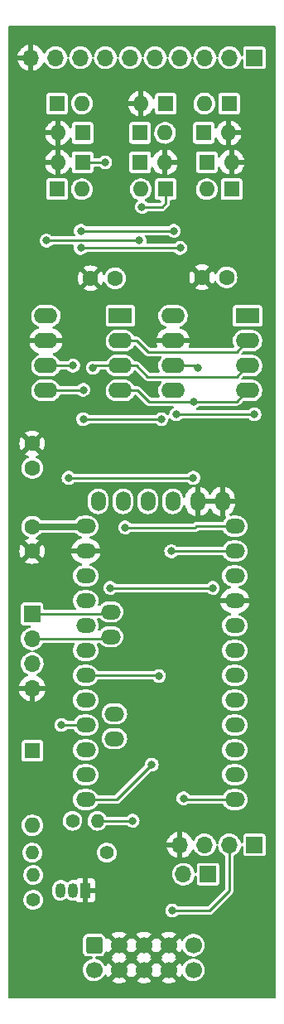
<source format=gbl>
%TF.GenerationSoftware,KiCad,Pcbnew,(6.0.1)*%
%TF.CreationDate,2022-11-02T15:55:13-04:00*%
%TF.ProjectId,ER-MIDI-CV4-02_DB,45522d4d-4944-4492-9d43-56342d30325f,1*%
%TF.SameCoordinates,Original*%
%TF.FileFunction,Copper,L2,Bot*%
%TF.FilePolarity,Positive*%
%FSLAX46Y46*%
G04 Gerber Fmt 4.6, Leading zero omitted, Abs format (unit mm)*
G04 Created by KiCad (PCBNEW (6.0.1)) date 2022-11-02 15:55:13*
%MOMM*%
%LPD*%
G01*
G04 APERTURE LIST*
G04 Aperture macros list*
%AMRoundRect*
0 Rectangle with rounded corners*
0 $1 Rounding radius*
0 $2 $3 $4 $5 $6 $7 $8 $9 X,Y pos of 4 corners*
0 Add a 4 corners polygon primitive as box body*
4,1,4,$2,$3,$4,$5,$6,$7,$8,$9,$2,$3,0*
0 Add four circle primitives for the rounded corners*
1,1,$1+$1,$2,$3*
1,1,$1+$1,$4,$5*
1,1,$1+$1,$6,$7*
1,1,$1+$1,$8,$9*
0 Add four rect primitives between the rounded corners*
20,1,$1+$1,$2,$3,$4,$5,0*
20,1,$1+$1,$4,$5,$6,$7,0*
20,1,$1+$1,$6,$7,$8,$9,0*
20,1,$1+$1,$8,$9,$2,$3,0*%
G04 Aperture macros list end*
%TA.AperFunction,ComponentPad*%
%ADD10C,1.400000*%
%TD*%
%TA.AperFunction,ComponentPad*%
%ADD11O,1.400000X1.400000*%
%TD*%
%TA.AperFunction,ComponentPad*%
%ADD12R,1.050000X1.500000*%
%TD*%
%TA.AperFunction,ComponentPad*%
%ADD13O,1.050000X1.500000*%
%TD*%
%TA.AperFunction,ComponentPad*%
%ADD14R,1.700000X1.700000*%
%TD*%
%TA.AperFunction,ComponentPad*%
%ADD15O,1.700000X1.700000*%
%TD*%
%TA.AperFunction,ComponentPad*%
%ADD16R,1.600000X1.600000*%
%TD*%
%TA.AperFunction,ComponentPad*%
%ADD17O,1.600000X1.600000*%
%TD*%
%TA.AperFunction,ComponentPad*%
%ADD18C,1.600000*%
%TD*%
%TA.AperFunction,ComponentPad*%
%ADD19R,2.400000X1.600000*%
%TD*%
%TA.AperFunction,ComponentPad*%
%ADD20O,2.400000X1.600000*%
%TD*%
%TA.AperFunction,ComponentPad*%
%ADD21RoundRect,0.250000X-0.600000X0.600000X-0.600000X-0.600000X0.600000X-0.600000X0.600000X0.600000X0*%
%TD*%
%TA.AperFunction,ComponentPad*%
%ADD22C,1.700000*%
%TD*%
%TA.AperFunction,ComponentPad*%
%ADD23O,1.524000X2.000000*%
%TD*%
%TA.AperFunction,ComponentPad*%
%ADD24O,2.000000X1.524000*%
%TD*%
%TA.AperFunction,ViaPad*%
%ADD25C,0.800000*%
%TD*%
%TA.AperFunction,Conductor*%
%ADD26C,0.250000*%
%TD*%
%TA.AperFunction,Conductor*%
%ADD27C,0.635000*%
%TD*%
G04 APERTURE END LIST*
D10*
%TO.P,R3,1*%
%TO.N,/MIDI_OUT*%
X103886000Y-121616000D03*
D11*
%TO.P,R3,2*%
%TO.N,+5V*%
X103886000Y-119076000D03*
%TD*%
D10*
%TO.P,R1,1*%
%TO.N,/RBO*%
X107900000Y-113538000D03*
D11*
%TO.P,R1,2*%
%TO.N,/TXD*%
X110440000Y-113538000D03*
%TD*%
D12*
%TO.P,Q1,1,E*%
%TO.N,GND*%
X109220000Y-120650000D03*
D13*
%TO.P,Q1,2,B*%
%TO.N,/RBO*%
X107950000Y-120650000D03*
%TO.P,Q1,3,C*%
%TO.N,/MIDI_OUT*%
X106680000Y-120650000D03*
%TD*%
D14*
%TO.P,J2,1,Pin_1*%
%TO.N,+5V*%
X126500000Y-35560000D03*
D15*
%TO.P,J2,2,Pin_2*%
%TO.N,/GATE*%
X123960000Y-35560000D03*
%TO.P,J2,3,Pin_3*%
%TO.N,/CV4_D*%
X121420000Y-35560000D03*
%TO.P,J2,4,Pin_4*%
%TO.N,/CV2_D*%
X118880000Y-35560000D03*
%TO.P,J2,5,Pin_5*%
%TO.N,/POT*%
X116340000Y-35560000D03*
%TO.P,J2,6,Pin_6*%
%TO.N,/CV1_D*%
X113800000Y-35560000D03*
%TO.P,J2,7,Pin_7*%
%TO.N,/CV3_D*%
X111260000Y-35560000D03*
%TO.P,J2,8,Pin_8*%
%TO.N,/CLK*%
X108720000Y-35560000D03*
%TO.P,J2,9,Pin_9*%
%TO.N,unconnected-(J2-Pad9)*%
X106180000Y-35560000D03*
%TO.P,J2,10,Pin_10*%
%TO.N,GND*%
X103640000Y-35560000D03*
%TD*%
D14*
%TO.P,J4,1,Pin_1*%
%TO.N,+5V*%
X126500000Y-116000000D03*
D15*
%TO.P,J4,2,Pin_2*%
%TO.N,/MIDI_OUT*%
X123960000Y-116000000D03*
%TO.P,J4,3,Pin_3*%
%TO.N,/MIDI_IN*%
X121420000Y-116000000D03*
%TO.P,J4,4,Pin_4*%
%TO.N,GND*%
X118880000Y-116000000D03*
%TD*%
D16*
%TO.P,D8,1,K*%
%TO.N,/CV1_D*%
X114824315Y-46250000D03*
D17*
%TO.P,D8,2,A*%
%TO.N,GND*%
X117364315Y-46250000D03*
%TD*%
D14*
%TO.P,J5,1,Pin_1*%
%TO.N,/MIDI_IN*%
X121775000Y-119000000D03*
D15*
%TO.P,J5,2,Pin_2*%
%TO.N,Net-(J5-Pad2)*%
X119235000Y-119000000D03*
%TD*%
D16*
%TO.P,D3,1,K*%
%TO.N,+5V*%
X106324315Y-40250000D03*
D17*
%TO.P,D3,2,A*%
%TO.N,/CLK*%
X108864315Y-40250000D03*
%TD*%
D18*
%TO.P,C1,1*%
%TO.N,+5V*%
X123650000Y-58000000D03*
%TO.P,C1,2*%
%TO.N,GND*%
X121150000Y-58000000D03*
%TD*%
D16*
%TO.P,D12,1,K*%
%TO.N,+5V*%
X106324315Y-49000000D03*
D17*
%TO.P,D12,2,A*%
%TO.N,/CV3_D*%
X108864315Y-49000000D03*
%TD*%
D19*
%TO.P,U1,1,Vdd*%
%TO.N,+5V*%
X125800000Y-61950000D03*
D20*
%TO.P,U1,2,~{CS}*%
%TO.N,/SS*%
X125800000Y-64490000D03*
%TO.P,U1,3,SCK*%
%TO.N,/SCK*%
X125800000Y-67030000D03*
%TO.P,U1,4,SDI*%
%TO.N,/MOSI*%
X125800000Y-69570000D03*
%TO.P,U1,5,~{LDAC}*%
%TO.N,/LDAC2\u002A*%
X118180000Y-69570000D03*
%TO.P,U1,6,VB*%
%TO.N,/CV4_D*%
X118180000Y-67030000D03*
%TO.P,U1,7,Vss*%
%TO.N,GND*%
X118180000Y-64490000D03*
%TO.P,U1,8,VA*%
%TO.N,/CV3_D*%
X118180000Y-61950000D03*
%TD*%
D18*
%TO.P,C4,1*%
%TO.N,+12P*%
X103775000Y-83481000D03*
%TO.P,C4,2*%
%TO.N,GND*%
X103775000Y-85981000D03*
%TD*%
D19*
%TO.P,U2,1,Vdd*%
%TO.N,+5V*%
X112800000Y-61950000D03*
D20*
%TO.P,U2,2,~{CS}*%
%TO.N,/SS*%
X112800000Y-64490000D03*
%TO.P,U2,3,SCK*%
%TO.N,/SCK*%
X112800000Y-67030000D03*
%TO.P,U2,4,SDI*%
%TO.N,/MOSI*%
X112800000Y-69570000D03*
%TO.P,U2,5,~{LDAC}*%
%TO.N,/LDAC1\u002A*%
X105180000Y-69570000D03*
%TO.P,U2,6,VB*%
%TO.N,/CV2_D*%
X105180000Y-67030000D03*
%TO.P,U2,7,Vss*%
%TO.N,GND*%
X105180000Y-64490000D03*
%TO.P,U2,8,VA*%
%TO.N,/CV1_D*%
X105180000Y-61950000D03*
%TD*%
D16*
%TO.P,D5,1,K*%
%TO.N,+5V*%
X114824315Y-43250000D03*
D17*
%TO.P,D5,2,A*%
%TO.N,/CV2_D*%
X117364315Y-43250000D03*
%TD*%
D16*
%TO.P,D7,1,K*%
%TO.N,/GATE*%
X121648629Y-46250000D03*
D17*
%TO.P,D7,2,A*%
%TO.N,GND*%
X124188629Y-46250000D03*
%TD*%
D16*
%TO.P,D1,1,K*%
%TO.N,+5V*%
X123925686Y-40250000D03*
D17*
%TO.P,D1,2,A*%
%TO.N,/CV4_D*%
X121385686Y-40250000D03*
%TD*%
D21*
%TO.P,J1,1,Pin_1*%
%TO.N,unconnected-(J1-Pad1)*%
X110109000Y-126247500D03*
D22*
%TO.P,J1,2,Pin_2*%
%TO.N,unconnected-(J1-Pad2)*%
X110109000Y-128787500D03*
%TO.P,J1,3,Pin_3*%
%TO.N,GND*%
X112649000Y-126247500D03*
%TO.P,J1,4,Pin_4*%
X112649000Y-128787500D03*
%TO.P,J1,5,Pin_5*%
X115189000Y-126247500D03*
%TO.P,J1,6,Pin_6*%
X115189000Y-128787500D03*
%TO.P,J1,7,Pin_7*%
X117729000Y-126247500D03*
%TO.P,J1,8,Pin_8*%
X117729000Y-128787500D03*
%TO.P,J1,9,Pin_9*%
%TO.N,+12V*%
X120269000Y-126247500D03*
%TO.P,J1,10,Pin_10*%
X120269000Y-128787500D03*
%TD*%
D16*
%TO.P,D11,1,K*%
%TO.N,+5V*%
X117425686Y-49000000D03*
D17*
%TO.P,D11,2,A*%
%TO.N,/CV1_D*%
X114885686Y-49000000D03*
%TD*%
D16*
%TO.P,D2,1,K*%
%TO.N,/CV2_D*%
X117425686Y-40250000D03*
D17*
%TO.P,D2,2,A*%
%TO.N,GND*%
X114885686Y-40250000D03*
%TD*%
D23*
%TO.P,U3,1,GND*%
%TO.N,GND*%
X123230005Y-80890008D03*
%TO.P,U3,2,GND2*%
X120690005Y-80890008D03*
%TO.P,U3,3,VccCBL*%
%TO.N,unconnected-(U3-Pad3)*%
X118150005Y-80890008D03*
%TO.P,U3,4,RX1-CBL*%
%TO.N,unconnected-(U3-Pad4)*%
X115610005Y-80890008D03*
%TO.P,U3,5,TX0-CBL*%
%TO.N,unconnected-(U3-Pad5)*%
X113070005Y-80890008D03*
%TO.P,U3,6,DTR_I*%
%TO.N,unconnected-(U3-Pad6)*%
X110530005Y-80890008D03*
D24*
%TO.P,U3,7,TX0*%
%TO.N,/TXD*%
X124500005Y-83430008D03*
%TO.P,U3,8,RX1*%
%TO.N,Net-(J5-Pad2)*%
X124500005Y-85970008D03*
%TO.P,U3,9,RESET*%
%TO.N,unconnected-(U3-Pad9)*%
X124500005Y-88510008D03*
%TO.P,U3,10,GND*%
%TO.N,GND*%
X124500005Y-91050008D03*
%TO.P,U3,11,D2*%
%TO.N,unconnected-(U3-Pad11)*%
X124500005Y-93590008D03*
%TO.P,U3,12,D3*%
%TO.N,unconnected-(U3-Pad12)*%
X124500005Y-96130008D03*
%TO.P,U3,13,D4*%
%TO.N,/CLK*%
X124500005Y-98670008D03*
%TO.P,U3,14,D5*%
%TO.N,/GATE*%
X124500005Y-101210008D03*
%TO.P,U3,15,D6*%
%TO.N,unconnected-(U3-Pad15)*%
X124500005Y-103750008D03*
%TO.P,U3,16,D7*%
%TO.N,unconnected-(U3-Pad16)*%
X124500005Y-106290008D03*
%TO.P,U3,17,D8*%
%TO.N,/LDAC2\u002A*%
X124500005Y-108830008D03*
%TO.P,U3,18,D9*%
%TO.N,/LDAC1\u002A*%
X124500005Y-111370008D03*
%TO.P,U3,19,RAW*%
%TO.N,+12P*%
X109260005Y-83430008D03*
%TO.P,U3,20,GND3*%
%TO.N,GND*%
X109260005Y-85970008D03*
%TO.P,U3,21,RESET*%
%TO.N,unconnected-(U3-Pad21)*%
X109260005Y-88510008D03*
%TO.P,U3,22,Vcc2*%
%TO.N,+5V*%
X109260005Y-91050008D03*
%TO.P,U3,23,A3*%
%TO.N,unconnected-(U3-Pad23)*%
X109260005Y-93590008D03*
%TO.P,U3,24,A2*%
%TO.N,unconnected-(U3-Pad24)*%
X109260005Y-96130008D03*
%TO.P,U3,25,A1*%
%TO.N,/POT*%
X109260005Y-98670008D03*
%TO.P,U3,26,A0*%
%TO.N,unconnected-(U3-Pad26)*%
X109260005Y-101210008D03*
%TO.P,U3,27,D13*%
%TO.N,/SCK*%
X109260005Y-103750008D03*
%TO.P,U3,28,D12*%
%TO.N,unconnected-(U3-Pad28)*%
X109260005Y-106290008D03*
%TO.P,U3,29,D11*%
%TO.N,/MOSI*%
X109260005Y-108830008D03*
%TO.P,U3,30,D10*%
%TO.N,/SS*%
X109260005Y-111370008D03*
%TO.P,U3,31,A5/SCL*%
%TO.N,/SCL*%
X111800005Y-92193008D03*
%TO.P,U3,32,A4/SDA*%
%TO.N,/SDA*%
X111800005Y-94733008D03*
%TO.P,U3,34*%
%TO.N,N/C*%
X112181005Y-102607008D03*
%TO.P,U3,35*%
X112181005Y-105147008D03*
%TD*%
D18*
%TO.P,C3,1*%
%TO.N,+5V*%
X103775000Y-77481000D03*
%TO.P,C3,2*%
%TO.N,GND*%
X103775000Y-74981000D03*
%TD*%
D16*
%TO.P,D6,1,K*%
%TO.N,/CLK*%
X108925686Y-43250000D03*
D17*
%TO.P,D6,2,A*%
%TO.N,GND*%
X106385686Y-43250000D03*
%TD*%
D18*
%TO.P,C2,1*%
%TO.N,+5V*%
X112250000Y-58100000D03*
%TO.P,C2,2*%
%TO.N,GND*%
X109750000Y-58100000D03*
%TD*%
D14*
%TO.P,J3,1,Pin_1*%
%TO.N,/SCL*%
X103775000Y-92401000D03*
D15*
%TO.P,J3,2,Pin_2*%
%TO.N,/SDA*%
X103775000Y-94941000D03*
%TO.P,J3,3,Pin_3*%
%TO.N,+5V*%
X103775000Y-97481000D03*
%TO.P,J3,4,Pin_4*%
%TO.N,GND*%
X103775000Y-100021000D03*
%TD*%
D10*
%TO.P,R2,1*%
%TO.N,+12V*%
X111410000Y-116800000D03*
D11*
%TO.P,R2,2*%
%TO.N,Net-(D13-Pad2)*%
X103790000Y-116800000D03*
%TD*%
D16*
%TO.P,D9,1,K*%
%TO.N,/CV3_D*%
X108925686Y-46250000D03*
D17*
%TO.P,D9,2,A*%
%TO.N,GND*%
X106385686Y-46250000D03*
%TD*%
D16*
%TO.P,D13,1,K*%
%TO.N,+12P*%
X103800000Y-106390000D03*
D17*
%TO.P,D13,2,A*%
%TO.N,Net-(D13-Pad2)*%
X103800000Y-114010000D03*
%TD*%
D16*
%TO.P,D4,1,K*%
%TO.N,/CV4_D*%
X121324315Y-43250000D03*
D17*
%TO.P,D4,2,A*%
%TO.N,GND*%
X123864315Y-43250000D03*
%TD*%
D16*
%TO.P,D10,1,K*%
%TO.N,+5V*%
X124175686Y-49000000D03*
D17*
%TO.P,D10,2,A*%
%TO.N,/GATE*%
X121635686Y-49000000D03*
%TD*%
D25*
%TO.N,/TXD*%
X113284000Y-83566000D03*
X114046000Y-113538000D03*
%TO.N,/MIDI_OUT*%
X118110000Y-122717000D03*
%TO.N,+5V*%
X115000000Y-50800000D03*
%TO.N,Net-(J5-Pad2)*%
X118000000Y-86000000D03*
%TO.N,/SCK*%
X110000000Y-67250000D03*
X106775500Y-103750000D03*
%TO.N,/MOSI*%
X120250000Y-78500000D03*
X120305480Y-70694520D03*
X107500000Y-78500000D03*
%TO.N,/CLK*%
X111750000Y-89750000D03*
X122250000Y-89750000D03*
%TO.N,/LDAC2\u002A*%
X118500000Y-72000000D03*
X126500000Y-72000000D03*
%TO.N,/LDAC1\u002A*%
X109000000Y-69500000D03*
X119250000Y-111250000D03*
X117000000Y-72500000D03*
X109000000Y-72500000D03*
%TO.N,/CV2_D*%
X108750000Y-55000000D03*
X118904500Y-55000000D03*
X107970000Y-67030000D03*
%TO.N,/CV1_D*%
X114750000Y-54250000D03*
X105250000Y-54250000D03*
%TO.N,/CV3_D*%
X108750000Y-53250000D03*
X118250000Y-53250000D03*
X111250000Y-46250000D03*
%TO.N,/CV4_D*%
X120720989Y-67250000D03*
%TO.N,/POT*%
X116750000Y-98750000D03*
%TO.N,/SS*%
X116000000Y-107800000D03*
%TD*%
D26*
%TO.N,/TXD*%
X120434000Y-83566000D02*
X120500000Y-83500000D01*
X110490000Y-113538000D02*
X114046000Y-113538000D01*
X113284000Y-83566000D02*
X120434000Y-83566000D01*
%TO.N,/MIDI_OUT*%
X123960000Y-116000000D02*
X123960000Y-120642000D01*
X123960000Y-120642000D02*
X121885000Y-122717000D01*
X118110000Y-122717000D02*
X121885000Y-122717000D01*
%TO.N,+5V*%
X117425686Y-49000000D02*
X117425686Y-50425686D01*
X117425686Y-50425686D02*
X117051372Y-50800000D01*
X117051372Y-50800000D02*
X115000000Y-50800000D01*
%TO.N,Net-(J5-Pad2)*%
X118000000Y-86000000D02*
X118030000Y-85970000D01*
X118030000Y-85970000D02*
X124500000Y-85970000D01*
D27*
%TO.N,+12P*%
X103775002Y-83481012D02*
X109209002Y-83481012D01*
D26*
%TO.N,/SCK*%
X112800000Y-67030000D02*
X114470960Y-67030000D01*
X110000000Y-67250000D02*
X110220000Y-67030000D01*
X109260000Y-103750000D02*
X106775500Y-103750000D01*
X114470960Y-67030000D02*
X115595480Y-68154520D01*
X124675480Y-68154520D02*
X125800000Y-67030000D01*
X110220000Y-67030000D02*
X112800000Y-67030000D01*
X115595480Y-68154520D02*
X124675480Y-68154520D01*
%TO.N,/MOSI*%
X115694520Y-70694520D02*
X120305480Y-70694520D01*
X112800000Y-69570000D02*
X114570000Y-69570000D01*
X114570000Y-69570000D02*
X115694520Y-70694520D01*
X120305480Y-70694520D02*
X124675480Y-70694520D01*
X120250000Y-78500000D02*
X107500000Y-78500000D01*
X124675480Y-70694520D02*
X125800000Y-69570000D01*
%TO.N,/CLK*%
X111750000Y-89750000D02*
X122250000Y-89750000D01*
%TO.N,/LDAC2\u002A*%
X126500000Y-72000000D02*
X118500000Y-72000000D01*
%TO.N,/LDAC1\u002A*%
X109000000Y-72500000D02*
X117000000Y-72500000D01*
X119370000Y-111370000D02*
X124500000Y-111370000D01*
X108930000Y-69570000D02*
X109000000Y-69500000D01*
X119250000Y-111250000D02*
X119370000Y-111370000D01*
X105180000Y-69570000D02*
X108930000Y-69570000D01*
%TO.N,/CV2_D*%
X108750000Y-55000000D02*
X118904500Y-55000000D01*
X105180000Y-67030000D02*
X107970000Y-67030000D01*
%TO.N,/CV1_D*%
X105250000Y-54250000D02*
X114750000Y-54250000D01*
%TO.N,/CV3_D*%
X108750000Y-53250000D02*
X118250000Y-53250000D01*
X108925686Y-46250000D02*
X111250000Y-46250000D01*
%TO.N,/CV4_D*%
X120720989Y-67250000D02*
X120500989Y-67030000D01*
X120500989Y-67030000D02*
X118180000Y-67030000D01*
%TO.N,/SDA*%
X103775000Y-94941000D02*
X111592000Y-94941000D01*
%TO.N,/SCL*%
X103775000Y-92401000D02*
X111592000Y-92401000D01*
%TO.N,/POT*%
X109260000Y-98670000D02*
X116670000Y-98670000D01*
X116670000Y-98670000D02*
X116750000Y-98750000D01*
%TO.N,/SS*%
X124675480Y-65614520D02*
X125800000Y-64490000D01*
X112429992Y-111370008D02*
X116000000Y-107800000D01*
X109260005Y-111370008D02*
X112429992Y-111370008D01*
X114490000Y-64490000D02*
X115614520Y-65614520D01*
X112800000Y-64490000D02*
X114490000Y-64490000D01*
X115614520Y-65614520D02*
X124675480Y-65614520D01*
%TO.N,/TXD*%
X120500000Y-83500000D02*
X120570000Y-83430000D01*
X120570000Y-83430000D02*
X124500000Y-83430000D01*
%TD*%
%TA.AperFunction,Conductor*%
%TO.N,GND*%
G36*
X128637321Y-32324802D02*
G01*
X128683814Y-32378458D01*
X128695200Y-32430800D01*
X128695200Y-131569200D01*
X128675198Y-131637321D01*
X128621542Y-131683814D01*
X128569200Y-131695200D01*
X101430800Y-131695200D01*
X101362679Y-131675198D01*
X101316186Y-131621542D01*
X101304800Y-131569200D01*
X101304800Y-128757128D01*
X108949149Y-128757128D01*
X108963036Y-128969003D01*
X109015301Y-129174799D01*
X109104195Y-129367624D01*
X109226740Y-129541021D01*
X109378832Y-129689183D01*
X109383628Y-129692388D01*
X109383631Y-129692390D01*
X109454886Y-129740001D01*
X109555377Y-129807147D01*
X109560685Y-129809428D01*
X109560686Y-129809428D01*
X109745160Y-129888684D01*
X109745163Y-129888685D01*
X109750463Y-129890962D01*
X109756092Y-129892236D01*
X109756093Y-129892236D01*
X109951921Y-129936548D01*
X109951924Y-129936548D01*
X109957557Y-129937823D01*
X109963328Y-129938050D01*
X109963330Y-129938050D01*
X110028086Y-129940594D01*
X110169723Y-129946159D01*
X110274789Y-129930925D01*
X110374141Y-129916520D01*
X110374146Y-129916519D01*
X110379855Y-129915691D01*
X110385319Y-129913836D01*
X110385324Y-129913835D01*
X110389690Y-129912353D01*
X111888977Y-129912353D01*
X111894258Y-129919407D01*
X112055756Y-130013779D01*
X112065042Y-130018229D01*
X112264001Y-130094203D01*
X112273899Y-130097079D01*
X112482595Y-130139538D01*
X112492823Y-130140757D01*
X112705650Y-130148562D01*
X112715936Y-130148095D01*
X112927185Y-130121034D01*
X112937262Y-130118892D01*
X113141255Y-130057691D01*
X113150842Y-130053933D01*
X113342098Y-129960238D01*
X113350944Y-129954965D01*
X113398247Y-129921223D01*
X113405211Y-129912353D01*
X114428977Y-129912353D01*
X114434258Y-129919407D01*
X114595756Y-130013779D01*
X114605042Y-130018229D01*
X114804001Y-130094203D01*
X114813899Y-130097079D01*
X115022595Y-130139538D01*
X115032823Y-130140757D01*
X115245650Y-130148562D01*
X115255936Y-130148095D01*
X115467185Y-130121034D01*
X115477262Y-130118892D01*
X115681255Y-130057691D01*
X115690842Y-130053933D01*
X115882098Y-129960238D01*
X115890944Y-129954965D01*
X115938247Y-129921223D01*
X115945211Y-129912353D01*
X116968977Y-129912353D01*
X116974258Y-129919407D01*
X117135756Y-130013779D01*
X117145042Y-130018229D01*
X117344001Y-130094203D01*
X117353899Y-130097079D01*
X117562595Y-130139538D01*
X117572823Y-130140757D01*
X117785650Y-130148562D01*
X117795936Y-130148095D01*
X118007185Y-130121034D01*
X118017262Y-130118892D01*
X118221255Y-130057691D01*
X118230842Y-130053933D01*
X118422098Y-129960238D01*
X118430944Y-129954965D01*
X118478247Y-129921223D01*
X118486648Y-129910523D01*
X118479660Y-129897370D01*
X117741812Y-129159522D01*
X117727868Y-129151908D01*
X117726035Y-129152039D01*
X117719420Y-129156290D01*
X116975737Y-129899973D01*
X116968977Y-129912353D01*
X115945211Y-129912353D01*
X115946648Y-129910523D01*
X115939660Y-129897370D01*
X115201812Y-129159522D01*
X115187868Y-129151908D01*
X115186035Y-129152039D01*
X115179420Y-129156290D01*
X114435737Y-129899973D01*
X114428977Y-129912353D01*
X113405211Y-129912353D01*
X113406648Y-129910523D01*
X113399660Y-129897370D01*
X112661812Y-129159522D01*
X112647868Y-129151908D01*
X112646035Y-129152039D01*
X112639420Y-129156290D01*
X111895737Y-129899973D01*
X111888977Y-129912353D01*
X110389690Y-129912353D01*
X110575448Y-129849296D01*
X110580916Y-129847440D01*
X110766172Y-129743692D01*
X110929420Y-129607920D01*
X111065192Y-129444672D01*
X111160243Y-129274947D01*
X111210978Y-129225286D01*
X111280510Y-129210938D01*
X111346760Y-129236460D01*
X111386919Y-129289110D01*
X111430770Y-129397103D01*
X111435413Y-129406294D01*
X111515460Y-129536920D01*
X111525916Y-129546380D01*
X111534694Y-129542596D01*
X112276978Y-128800312D01*
X112283356Y-128788632D01*
X113013408Y-128788632D01*
X113013539Y-128790465D01*
X113017790Y-128797080D01*
X113759474Y-129538764D01*
X113771484Y-129545323D01*
X113783223Y-129536355D01*
X113817022Y-129489319D01*
X113818149Y-129490129D01*
X113865659Y-129446381D01*
X113935596Y-129434161D01*
X114001038Y-129461691D01*
X114028870Y-129493529D01*
X114055459Y-129536919D01*
X114065916Y-129546380D01*
X114074694Y-129542596D01*
X114816978Y-128800312D01*
X114823356Y-128788632D01*
X115553408Y-128788632D01*
X115553539Y-128790465D01*
X115557790Y-128797080D01*
X116299474Y-129538764D01*
X116311484Y-129545323D01*
X116323223Y-129536355D01*
X116357022Y-129489319D01*
X116358149Y-129490129D01*
X116405659Y-129446381D01*
X116475596Y-129434161D01*
X116541038Y-129461691D01*
X116568870Y-129493529D01*
X116595459Y-129536919D01*
X116605916Y-129546380D01*
X116614694Y-129542596D01*
X117356978Y-128800312D01*
X117363356Y-128788632D01*
X118093408Y-128788632D01*
X118093539Y-128790465D01*
X118097790Y-128797080D01*
X118839474Y-129538764D01*
X118851484Y-129545323D01*
X118863223Y-129536355D01*
X118894004Y-129493519D01*
X118899315Y-129484680D01*
X118993673Y-129293760D01*
X118994578Y-129291476D01*
X118995191Y-129290691D01*
X118995964Y-129289126D01*
X118996287Y-129289286D01*
X119038253Y-129235503D01*
X119105256Y-129212027D01*
X119174314Y-129228503D01*
X119226155Y-129285109D01*
X119264195Y-129367624D01*
X119386740Y-129541021D01*
X119538832Y-129689183D01*
X119543628Y-129692388D01*
X119543631Y-129692390D01*
X119614886Y-129740001D01*
X119715377Y-129807147D01*
X119720685Y-129809428D01*
X119720686Y-129809428D01*
X119905160Y-129888684D01*
X119905163Y-129888685D01*
X119910463Y-129890962D01*
X119916092Y-129892236D01*
X119916093Y-129892236D01*
X120111921Y-129936548D01*
X120111924Y-129936548D01*
X120117557Y-129937823D01*
X120123328Y-129938050D01*
X120123330Y-129938050D01*
X120188086Y-129940594D01*
X120329723Y-129946159D01*
X120434789Y-129930925D01*
X120534141Y-129916520D01*
X120534146Y-129916519D01*
X120539855Y-129915691D01*
X120545319Y-129913836D01*
X120545324Y-129913835D01*
X120735448Y-129849296D01*
X120740916Y-129847440D01*
X120926172Y-129743692D01*
X121089420Y-129607920D01*
X121225192Y-129444672D01*
X121328940Y-129259416D01*
X121359565Y-129169199D01*
X121395335Y-129063824D01*
X121395336Y-129063819D01*
X121397191Y-129058355D01*
X121398019Y-129052646D01*
X121398020Y-129052641D01*
X121427126Y-128851897D01*
X121427659Y-128848223D01*
X121429249Y-128787500D01*
X121409821Y-128576061D01*
X121352186Y-128371704D01*
X121258275Y-128181272D01*
X121131233Y-128011142D01*
X120975315Y-127867013D01*
X120795742Y-127753711D01*
X120762068Y-127740276D01*
X120735096Y-127729515D01*
X120598529Y-127675030D01*
X120592861Y-127673903D01*
X120592859Y-127673902D01*
X120422567Y-127640029D01*
X120359657Y-127607122D01*
X120324525Y-127545427D01*
X120328325Y-127474532D01*
X120369851Y-127416946D01*
X120429066Y-127391755D01*
X120539855Y-127375691D01*
X120545319Y-127373836D01*
X120545324Y-127373835D01*
X120735448Y-127309296D01*
X120740916Y-127307440D01*
X120926172Y-127203692D01*
X121089420Y-127067920D01*
X121225192Y-126904672D01*
X121328940Y-126719416D01*
X121357664Y-126634799D01*
X121395335Y-126523824D01*
X121395336Y-126523819D01*
X121397191Y-126518355D01*
X121398019Y-126512646D01*
X121398020Y-126512641D01*
X121427126Y-126311897D01*
X121427659Y-126308223D01*
X121429249Y-126247500D01*
X121409821Y-126036061D01*
X121352186Y-125831704D01*
X121258275Y-125641272D01*
X121186725Y-125545455D01*
X121134686Y-125475766D01*
X121134685Y-125475765D01*
X121131233Y-125471142D01*
X120975315Y-125327013D01*
X120795742Y-125213711D01*
X120762068Y-125200276D01*
X120672054Y-125164364D01*
X120598529Y-125135030D01*
X120592861Y-125133903D01*
X120592859Y-125133902D01*
X120395946Y-125094734D01*
X120395944Y-125094734D01*
X120390279Y-125093607D01*
X120384504Y-125093531D01*
X120384500Y-125093531D01*
X120278283Y-125092141D01*
X120177968Y-125090828D01*
X120172271Y-125091807D01*
X120172270Y-125091807D01*
X119974395Y-125125808D01*
X119974392Y-125125809D01*
X119968705Y-125126786D01*
X119769500Y-125200276D01*
X119587023Y-125308839D01*
X119427385Y-125448837D01*
X119423818Y-125453362D01*
X119423813Y-125453367D01*
X119301663Y-125608314D01*
X119295933Y-125615583D01*
X119293245Y-125620692D01*
X119220702Y-125758574D01*
X119171282Y-125809547D01*
X119102150Y-125825710D01*
X119035254Y-125801931D01*
X118993643Y-125750149D01*
X118931972Y-125608314D01*
X118927105Y-125599239D01*
X118862063Y-125498697D01*
X118851377Y-125489495D01*
X118841812Y-125493898D01*
X118101022Y-126234688D01*
X118093408Y-126248632D01*
X118093539Y-126250465D01*
X118097790Y-126257080D01*
X118839474Y-126998764D01*
X118851484Y-127005323D01*
X118863223Y-126996355D01*
X118894004Y-126953519D01*
X118899315Y-126944680D01*
X118993673Y-126753760D01*
X118994578Y-126751476D01*
X118995191Y-126750691D01*
X118995964Y-126749126D01*
X118996287Y-126749286D01*
X119038253Y-126695503D01*
X119105256Y-126672027D01*
X119174314Y-126688503D01*
X119226155Y-126745109D01*
X119264195Y-126827624D01*
X119386740Y-127001021D01*
X119459202Y-127071611D01*
X119511608Y-127122662D01*
X119538832Y-127149183D01*
X119543628Y-127152388D01*
X119543631Y-127152390D01*
X119614886Y-127200001D01*
X119715377Y-127267147D01*
X119720685Y-127269428D01*
X119720686Y-127269428D01*
X119905160Y-127348684D01*
X119905163Y-127348685D01*
X119910463Y-127350962D01*
X119916092Y-127352236D01*
X119916093Y-127352236D01*
X120111087Y-127396359D01*
X120173114Y-127430902D01*
X120206618Y-127493496D01*
X120200964Y-127564267D01*
X120157945Y-127620746D01*
X120104617Y-127643432D01*
X119974395Y-127665808D01*
X119974392Y-127665809D01*
X119968705Y-127666786D01*
X119769500Y-127740276D01*
X119587023Y-127848839D01*
X119427385Y-127988837D01*
X119423818Y-127993362D01*
X119423813Y-127993367D01*
X119307276Y-128141194D01*
X119295933Y-128155583D01*
X119293245Y-128160692D01*
X119220702Y-128298574D01*
X119171282Y-128349547D01*
X119102150Y-128365710D01*
X119035254Y-128341931D01*
X118993643Y-128290149D01*
X118931972Y-128148314D01*
X118927105Y-128139239D01*
X118862063Y-128038697D01*
X118851377Y-128029495D01*
X118841812Y-128033898D01*
X118101022Y-128774688D01*
X118093408Y-128788632D01*
X117363356Y-128788632D01*
X117364592Y-128786368D01*
X117364461Y-128784535D01*
X117360210Y-128777920D01*
X116618849Y-128036559D01*
X116607313Y-128030259D01*
X116595028Y-128039884D01*
X116562192Y-128088020D01*
X116507281Y-128133023D01*
X116436756Y-128141194D01*
X116373009Y-128109940D01*
X116352311Y-128085455D01*
X116322062Y-128038697D01*
X116311377Y-128029495D01*
X116301812Y-128033898D01*
X115561022Y-128774688D01*
X115553408Y-128788632D01*
X114823356Y-128788632D01*
X114824592Y-128786368D01*
X114824461Y-128784535D01*
X114820210Y-128777920D01*
X114078849Y-128036559D01*
X114067313Y-128030259D01*
X114055028Y-128039884D01*
X114022192Y-128088020D01*
X113967281Y-128133023D01*
X113896756Y-128141194D01*
X113833009Y-128109940D01*
X113812311Y-128085455D01*
X113782062Y-128038697D01*
X113771377Y-128029495D01*
X113761812Y-128033898D01*
X113021022Y-128774688D01*
X113013408Y-128788632D01*
X112283356Y-128788632D01*
X112284592Y-128786368D01*
X112284461Y-128784535D01*
X112280210Y-128777920D01*
X111538849Y-128036559D01*
X111527313Y-128030259D01*
X111515031Y-128039882D01*
X111467089Y-128110162D01*
X111462004Y-128119113D01*
X111381628Y-128292269D01*
X111334804Y-128345636D01*
X111266560Y-128365217D01*
X111198565Y-128344793D01*
X111154334Y-128294948D01*
X111100829Y-128186451D01*
X111098275Y-128181272D01*
X110971233Y-128011142D01*
X110815315Y-127867013D01*
X110635742Y-127753711D01*
X110602068Y-127740276D01*
X110575096Y-127729515D01*
X110438529Y-127675030D01*
X110432861Y-127673903D01*
X110432859Y-127673902D01*
X110327675Y-127652980D01*
X110324653Y-127652379D01*
X110261743Y-127619472D01*
X110226611Y-127557777D01*
X110230411Y-127486882D01*
X110271936Y-127429296D01*
X110338003Y-127403302D01*
X110349234Y-127402800D01*
X110752144Y-127402800D01*
X110842703Y-127391841D01*
X110850231Y-127388861D01*
X110850233Y-127388860D01*
X110891925Y-127372353D01*
X111888977Y-127372353D01*
X111894258Y-127379407D01*
X111941479Y-127407001D01*
X111990203Y-127458639D01*
X112003274Y-127528422D01*
X111976543Y-127594194D01*
X111936087Y-127627553D01*
X111927466Y-127632041D01*
X111918734Y-127637539D01*
X111898677Y-127652599D01*
X111890223Y-127663927D01*
X111896968Y-127676258D01*
X112636188Y-128415478D01*
X112650132Y-128423092D01*
X112651965Y-128422961D01*
X112658580Y-128418710D01*
X113402389Y-127674901D01*
X113409410Y-127662044D01*
X113402611Y-127652713D01*
X113398559Y-127650021D01*
X113361116Y-127629352D01*
X113311145Y-127578920D01*
X113296373Y-127509477D01*
X113321489Y-127443072D01*
X113348840Y-127416465D01*
X113398247Y-127381223D01*
X113405211Y-127372353D01*
X114428977Y-127372353D01*
X114434258Y-127379407D01*
X114481479Y-127407001D01*
X114530203Y-127458639D01*
X114543274Y-127528422D01*
X114516543Y-127594194D01*
X114476087Y-127627553D01*
X114467466Y-127632041D01*
X114458734Y-127637539D01*
X114438677Y-127652599D01*
X114430223Y-127663927D01*
X114436968Y-127676258D01*
X115176188Y-128415478D01*
X115190132Y-128423092D01*
X115191965Y-128422961D01*
X115198580Y-128418710D01*
X115942389Y-127674901D01*
X115949410Y-127662044D01*
X115942611Y-127652713D01*
X115938559Y-127650021D01*
X115901116Y-127629352D01*
X115851145Y-127578920D01*
X115836373Y-127509477D01*
X115861489Y-127443072D01*
X115888840Y-127416465D01*
X115938247Y-127381223D01*
X115945211Y-127372353D01*
X116968977Y-127372353D01*
X116974258Y-127379407D01*
X117021479Y-127407001D01*
X117070203Y-127458639D01*
X117083274Y-127528422D01*
X117056543Y-127594194D01*
X117016087Y-127627553D01*
X117007466Y-127632041D01*
X116998734Y-127637539D01*
X116978677Y-127652599D01*
X116970223Y-127663927D01*
X116976968Y-127676258D01*
X117716188Y-128415478D01*
X117730132Y-128423092D01*
X117731965Y-128422961D01*
X117738580Y-128418710D01*
X118482389Y-127674901D01*
X118489410Y-127662044D01*
X118482611Y-127652713D01*
X118478559Y-127650021D01*
X118441116Y-127629352D01*
X118391145Y-127578920D01*
X118376373Y-127509477D01*
X118401489Y-127443072D01*
X118428840Y-127416465D01*
X118478247Y-127381223D01*
X118486648Y-127370523D01*
X118479660Y-127357370D01*
X117741812Y-126619522D01*
X117727868Y-126611908D01*
X117726035Y-126612039D01*
X117719420Y-126616290D01*
X116975737Y-127359973D01*
X116968977Y-127372353D01*
X115945211Y-127372353D01*
X115946648Y-127370523D01*
X115939660Y-127357370D01*
X115201812Y-126619522D01*
X115187868Y-126611908D01*
X115186035Y-126612039D01*
X115179420Y-126616290D01*
X114435737Y-127359973D01*
X114428977Y-127372353D01*
X113405211Y-127372353D01*
X113406648Y-127370523D01*
X113399660Y-127357370D01*
X112661812Y-126619522D01*
X112647868Y-126611908D01*
X112646035Y-126612039D01*
X112639420Y-126616290D01*
X111895737Y-127359973D01*
X111888977Y-127372353D01*
X110891925Y-127372353D01*
X110942735Y-127352236D01*
X110984162Y-127335834D01*
X111105348Y-127243848D01*
X111197334Y-127122662D01*
X111253341Y-126981203D01*
X111253882Y-126976731D01*
X111289207Y-126917030D01*
X111352656Y-126885175D01*
X111423255Y-126892679D01*
X111478589Y-126937161D01*
X111482609Y-126943312D01*
X111515459Y-126996919D01*
X111525916Y-127006380D01*
X111534694Y-127002596D01*
X112276978Y-126260312D01*
X112283356Y-126248632D01*
X113013408Y-126248632D01*
X113013539Y-126250465D01*
X113017790Y-126257080D01*
X113759474Y-126998764D01*
X113771484Y-127005323D01*
X113783223Y-126996355D01*
X113817022Y-126949319D01*
X113818149Y-126950129D01*
X113865659Y-126906381D01*
X113935596Y-126894161D01*
X114001038Y-126921691D01*
X114028870Y-126953529D01*
X114055459Y-126996919D01*
X114065916Y-127006380D01*
X114074694Y-127002596D01*
X114816978Y-126260312D01*
X114823356Y-126248632D01*
X115553408Y-126248632D01*
X115553539Y-126250465D01*
X115557790Y-126257080D01*
X116299474Y-126998764D01*
X116311484Y-127005323D01*
X116323223Y-126996355D01*
X116357022Y-126949319D01*
X116358149Y-126950129D01*
X116405659Y-126906381D01*
X116475596Y-126894161D01*
X116541038Y-126921691D01*
X116568870Y-126953529D01*
X116595459Y-126996919D01*
X116605916Y-127006380D01*
X116614694Y-127002596D01*
X117356978Y-126260312D01*
X117364592Y-126246368D01*
X117364461Y-126244535D01*
X117360210Y-126237920D01*
X116618849Y-125496559D01*
X116607313Y-125490259D01*
X116595028Y-125499884D01*
X116562192Y-125548020D01*
X116507281Y-125593023D01*
X116436756Y-125601194D01*
X116373009Y-125569940D01*
X116352311Y-125545455D01*
X116322062Y-125498697D01*
X116311377Y-125489495D01*
X116301812Y-125493898D01*
X115561022Y-126234688D01*
X115553408Y-126248632D01*
X114823356Y-126248632D01*
X114824592Y-126246368D01*
X114824461Y-126244535D01*
X114820210Y-126237920D01*
X114078849Y-125496559D01*
X114067313Y-125490259D01*
X114055028Y-125499884D01*
X114022192Y-125548020D01*
X113967281Y-125593023D01*
X113896756Y-125601194D01*
X113833009Y-125569940D01*
X113812311Y-125545455D01*
X113782062Y-125498697D01*
X113771377Y-125489495D01*
X113761812Y-125493898D01*
X113021022Y-126234688D01*
X113013408Y-126248632D01*
X112283356Y-126248632D01*
X112284592Y-126246368D01*
X112284461Y-126244535D01*
X112280210Y-126237920D01*
X111538849Y-125496559D01*
X111527313Y-125490259D01*
X111515031Y-125499882D01*
X111478424Y-125553546D01*
X111423513Y-125598549D01*
X111352988Y-125606721D01*
X111289241Y-125575466D01*
X111253591Y-125515862D01*
X111253341Y-125513797D01*
X111197334Y-125372338D01*
X111105348Y-125251152D01*
X110984162Y-125159166D01*
X110902379Y-125126786D01*
X110895158Y-125123927D01*
X111890223Y-125123927D01*
X111896968Y-125136258D01*
X112636188Y-125875478D01*
X112650132Y-125883092D01*
X112651965Y-125882961D01*
X112658580Y-125878710D01*
X113402389Y-125134901D01*
X113408382Y-125123927D01*
X114430223Y-125123927D01*
X114436968Y-125136258D01*
X115176188Y-125875478D01*
X115190132Y-125883092D01*
X115191965Y-125882961D01*
X115198580Y-125878710D01*
X115942389Y-125134901D01*
X115948382Y-125123927D01*
X116970223Y-125123927D01*
X116976968Y-125136258D01*
X117716188Y-125875478D01*
X117730132Y-125883092D01*
X117731965Y-125882961D01*
X117738580Y-125878710D01*
X118482389Y-125134901D01*
X118489410Y-125122044D01*
X118482611Y-125112713D01*
X118478554Y-125110018D01*
X118292117Y-125007099D01*
X118282705Y-125002869D01*
X118081959Y-124931780D01*
X118071989Y-124929146D01*
X117862327Y-124891801D01*
X117852073Y-124890831D01*
X117639116Y-124888228D01*
X117628832Y-124888948D01*
X117418321Y-124921161D01*
X117408293Y-124923550D01*
X117205868Y-124989712D01*
X117196359Y-124993709D01*
X117007466Y-125092040D01*
X116998734Y-125097539D01*
X116978677Y-125112599D01*
X116970223Y-125123927D01*
X115948382Y-125123927D01*
X115949410Y-125122044D01*
X115942611Y-125112713D01*
X115938554Y-125110018D01*
X115752117Y-125007099D01*
X115742705Y-125002869D01*
X115541959Y-124931780D01*
X115531989Y-124929146D01*
X115322327Y-124891801D01*
X115312073Y-124890831D01*
X115099116Y-124888228D01*
X115088832Y-124888948D01*
X114878321Y-124921161D01*
X114868293Y-124923550D01*
X114665868Y-124989712D01*
X114656359Y-124993709D01*
X114467466Y-125092040D01*
X114458734Y-125097539D01*
X114438677Y-125112599D01*
X114430223Y-125123927D01*
X113408382Y-125123927D01*
X113409410Y-125122044D01*
X113402611Y-125112713D01*
X113398554Y-125110018D01*
X113212117Y-125007099D01*
X113202705Y-125002869D01*
X113001959Y-124931780D01*
X112991989Y-124929146D01*
X112782327Y-124891801D01*
X112772073Y-124890831D01*
X112559116Y-124888228D01*
X112548832Y-124888948D01*
X112338321Y-124921161D01*
X112328293Y-124923550D01*
X112125868Y-124989712D01*
X112116359Y-124993709D01*
X111927466Y-125092040D01*
X111918734Y-125097539D01*
X111898677Y-125112599D01*
X111890223Y-125123927D01*
X110895158Y-125123927D01*
X110850233Y-125106140D01*
X110850231Y-125106139D01*
X110842703Y-125103159D01*
X110752144Y-125092200D01*
X109465856Y-125092200D01*
X109375297Y-125103159D01*
X109367769Y-125106139D01*
X109367767Y-125106140D01*
X109315621Y-125126786D01*
X109233838Y-125159166D01*
X109112652Y-125251152D01*
X109020666Y-125372338D01*
X109017502Y-125380330D01*
X108983098Y-125467226D01*
X108964659Y-125513797D01*
X108953700Y-125604356D01*
X108953700Y-126890644D01*
X108964659Y-126981203D01*
X108967639Y-126988731D01*
X108967640Y-126988733D01*
X108974627Y-127006380D01*
X109020666Y-127122662D01*
X109112652Y-127243848D01*
X109233838Y-127335834D01*
X109275265Y-127352236D01*
X109367767Y-127388860D01*
X109367769Y-127388861D01*
X109375297Y-127391841D01*
X109465856Y-127402800D01*
X109867713Y-127402800D01*
X109935834Y-127422802D01*
X109982327Y-127476458D01*
X109992431Y-127546732D01*
X109962937Y-127611312D01*
X109903211Y-127649696D01*
X109889051Y-127652980D01*
X109814395Y-127665808D01*
X109814392Y-127665809D01*
X109808705Y-127666786D01*
X109609500Y-127740276D01*
X109427023Y-127848839D01*
X109267385Y-127988837D01*
X109263818Y-127993362D01*
X109263813Y-127993367D01*
X109147276Y-128141194D01*
X109135933Y-128155583D01*
X109133245Y-128160692D01*
X109039759Y-128338380D01*
X109039757Y-128338385D01*
X109037070Y-128343492D01*
X108974105Y-128546271D01*
X108949149Y-128757128D01*
X101304800Y-128757128D01*
X101304800Y-122709560D01*
X117399559Y-122709560D01*
X117418292Y-122879239D01*
X117420901Y-122886370D01*
X117420902Y-122886372D01*
X117460829Y-122995476D01*
X117476958Y-123039551D01*
X117572170Y-123181242D01*
X117577782Y-123186349D01*
X117577785Y-123186352D01*
X117692811Y-123291018D01*
X117692815Y-123291021D01*
X117698432Y-123296132D01*
X117705109Y-123299757D01*
X117705110Y-123299758D01*
X117728000Y-123312186D01*
X117848455Y-123377588D01*
X118013577Y-123420907D01*
X118100592Y-123422274D01*
X118176666Y-123423469D01*
X118176669Y-123423469D01*
X118184265Y-123423588D01*
X118191669Y-123421892D01*
X118191671Y-123421892D01*
X118253992Y-123407619D01*
X118350667Y-123385477D01*
X118503174Y-123308774D01*
X118508945Y-123303845D01*
X118508948Y-123303843D01*
X118627208Y-123202839D01*
X118627210Y-123202837D01*
X118632982Y-123197907D01*
X118637415Y-123191737D01*
X118640836Y-123188017D01*
X118701667Y-123151410D01*
X118733587Y-123147300D01*
X121851982Y-123147300D01*
X121866790Y-123148173D01*
X121898668Y-123151946D01*
X121907932Y-123150254D01*
X121907933Y-123150254D01*
X121953733Y-123141889D01*
X121957639Y-123141239D01*
X122003644Y-123134323D01*
X122003645Y-123134323D01*
X122012955Y-123132923D01*
X122019171Y-123129938D01*
X122025956Y-123128699D01*
X122075622Y-123102899D01*
X122079162Y-123101130D01*
X122121104Y-123080990D01*
X122121105Y-123080989D01*
X122129596Y-123076912D01*
X122134662Y-123072229D01*
X122140780Y-123069051D01*
X122145606Y-123064930D01*
X122181108Y-123029428D01*
X122184675Y-123025998D01*
X122224612Y-122989081D01*
X122228175Y-122982948D01*
X122233213Y-122977323D01*
X124240919Y-120969617D01*
X124252008Y-120959762D01*
X124269821Y-120945719D01*
X124277218Y-120939888D01*
X124309070Y-120893803D01*
X124311338Y-120890630D01*
X124311504Y-120890406D01*
X124344580Y-120845624D01*
X124346865Y-120839117D01*
X124350786Y-120833444D01*
X124367656Y-120780100D01*
X124368910Y-120776343D01*
X124384330Y-120732433D01*
X124384331Y-120732429D01*
X124387452Y-120723541D01*
X124387723Y-120716648D01*
X124389802Y-120710074D01*
X124390300Y-120703747D01*
X124390300Y-120653533D01*
X124390397Y-120648586D01*
X124391305Y-120625468D01*
X124392532Y-120594248D01*
X124390715Y-120587395D01*
X124390300Y-120579855D01*
X124390300Y-117157096D01*
X124410302Y-117088975D01*
X124454733Y-117047162D01*
X124617172Y-116956192D01*
X124658944Y-116921451D01*
X124775982Y-116824111D01*
X124780420Y-116820420D01*
X124916192Y-116657172D01*
X125019940Y-116471916D01*
X125088191Y-116270855D01*
X125089019Y-116265146D01*
X125089020Y-116265141D01*
X125094004Y-116230764D01*
X125123574Y-116166218D01*
X125183346Y-116127906D01*
X125254342Y-116127990D01*
X125314023Y-116166445D01*
X125343439Y-116231061D01*
X125344700Y-116248844D01*
X125344700Y-116895358D01*
X125345834Y-116904890D01*
X125346685Y-116912040D01*
X125347867Y-116921978D01*
X125394036Y-117025919D01*
X125425292Y-117057120D01*
X125466295Y-117098052D01*
X125466297Y-117098053D01*
X125474528Y-117106270D01*
X125578549Y-117152258D01*
X125604642Y-117155300D01*
X127395358Y-117155300D01*
X127406252Y-117154004D01*
X127412593Y-117153250D01*
X127412596Y-117153249D01*
X127421978Y-117152133D01*
X127525919Y-117105964D01*
X127571862Y-117059940D01*
X127598052Y-117033705D01*
X127598053Y-117033703D01*
X127606270Y-117025472D01*
X127652258Y-116921451D01*
X127655300Y-116895358D01*
X127655300Y-115104642D01*
X127653581Y-115090195D01*
X127653250Y-115087407D01*
X127653249Y-115087404D01*
X127652133Y-115078022D01*
X127605964Y-114974081D01*
X127565814Y-114934002D01*
X127533705Y-114901948D01*
X127533703Y-114901947D01*
X127525472Y-114893730D01*
X127421451Y-114847742D01*
X127395358Y-114844700D01*
X125604642Y-114844700D01*
X125593748Y-114845996D01*
X125587407Y-114846750D01*
X125587404Y-114846751D01*
X125578022Y-114847867D01*
X125514987Y-114875866D01*
X125491268Y-114886402D01*
X125474081Y-114894036D01*
X125443362Y-114924809D01*
X125401948Y-114966295D01*
X125401947Y-114966297D01*
X125393730Y-114974528D01*
X125347742Y-115078549D01*
X125344700Y-115104642D01*
X125344700Y-115742339D01*
X125324698Y-115810460D01*
X125271042Y-115856953D01*
X125200768Y-115867057D01*
X125136188Y-115837563D01*
X125097431Y-115776541D01*
X125044754Y-115589764D01*
X125043186Y-115584204D01*
X124949275Y-115393772D01*
X124822233Y-115223642D01*
X124699878Y-115110538D01*
X124670555Y-115083432D01*
X124670552Y-115083430D01*
X124666315Y-115079513D01*
X124486742Y-114966211D01*
X124453068Y-114952776D01*
X124373717Y-114921118D01*
X124289529Y-114887530D01*
X124283861Y-114886403D01*
X124283859Y-114886402D01*
X124086946Y-114847234D01*
X124086944Y-114847234D01*
X124081279Y-114846107D01*
X124075504Y-114846031D01*
X124075500Y-114846031D01*
X123969283Y-114844641D01*
X123868968Y-114843328D01*
X123863271Y-114844307D01*
X123863270Y-114844307D01*
X123665395Y-114878308D01*
X123665392Y-114878309D01*
X123659705Y-114879286D01*
X123460500Y-114952776D01*
X123278023Y-115061339D01*
X123118385Y-115201337D01*
X123114818Y-115205862D01*
X123114813Y-115205867D01*
X122992663Y-115360814D01*
X122986933Y-115368083D01*
X122984245Y-115373192D01*
X122890759Y-115550880D01*
X122890757Y-115550885D01*
X122888070Y-115555992D01*
X122825105Y-115758771D01*
X122818771Y-115812289D01*
X122815690Y-115838321D01*
X122787820Y-115903619D01*
X122729072Y-115943483D01*
X122658097Y-115945258D01*
X122597430Y-115908379D01*
X122566333Y-115844555D01*
X122565092Y-115835041D01*
X122561350Y-115794315D01*
X122561349Y-115794312D01*
X122560821Y-115788561D01*
X122548818Y-115746000D01*
X122504754Y-115589764D01*
X122503186Y-115584204D01*
X122409275Y-115393772D01*
X122282233Y-115223642D01*
X122159878Y-115110538D01*
X122130555Y-115083432D01*
X122130552Y-115083430D01*
X122126315Y-115079513D01*
X121946742Y-114966211D01*
X121913068Y-114952776D01*
X121833717Y-114921118D01*
X121749529Y-114887530D01*
X121743861Y-114886403D01*
X121743859Y-114886402D01*
X121546946Y-114847234D01*
X121546944Y-114847234D01*
X121541279Y-114846107D01*
X121535504Y-114846031D01*
X121535500Y-114846031D01*
X121429283Y-114844641D01*
X121328968Y-114843328D01*
X121323271Y-114844307D01*
X121323270Y-114844307D01*
X121125395Y-114878308D01*
X121125392Y-114878309D01*
X121119705Y-114879286D01*
X120920500Y-114952776D01*
X120738023Y-115061339D01*
X120578385Y-115201337D01*
X120574818Y-115205862D01*
X120574813Y-115205867D01*
X120452663Y-115360814D01*
X120446933Y-115368083D01*
X120444245Y-115373192D01*
X120371702Y-115511074D01*
X120322282Y-115562047D01*
X120253150Y-115578210D01*
X120186254Y-115554431D01*
X120144643Y-115502649D01*
X120082972Y-115360814D01*
X120078105Y-115351739D01*
X119962426Y-115172926D01*
X119956136Y-115164757D01*
X119812806Y-115007240D01*
X119805273Y-115000215D01*
X119638139Y-114868222D01*
X119629552Y-114862517D01*
X119443117Y-114759599D01*
X119433705Y-114755369D01*
X119232959Y-114684280D01*
X119222988Y-114681646D01*
X119151837Y-114668972D01*
X119138540Y-114670432D01*
X119134000Y-114684989D01*
X119134000Y-117318517D01*
X119138064Y-117332359D01*
X119151478Y-117334393D01*
X119158184Y-117333534D01*
X119168262Y-117331392D01*
X119372255Y-117270191D01*
X119381842Y-117266433D01*
X119573095Y-117172739D01*
X119581945Y-117167464D01*
X119755328Y-117043792D01*
X119763200Y-117037139D01*
X119914052Y-116886812D01*
X119920730Y-116878965D01*
X120045003Y-116706020D01*
X120050313Y-116697183D01*
X120144673Y-116506260D01*
X120145578Y-116503976D01*
X120146191Y-116503191D01*
X120146964Y-116501626D01*
X120147287Y-116501786D01*
X120189253Y-116448003D01*
X120256256Y-116424527D01*
X120325314Y-116441003D01*
X120377155Y-116497609D01*
X120415195Y-116580124D01*
X120537740Y-116753521D01*
X120610202Y-116824111D01*
X120674567Y-116886812D01*
X120689832Y-116901683D01*
X120694628Y-116904888D01*
X120694631Y-116904890D01*
X120733136Y-116930618D01*
X120866377Y-117019647D01*
X120871685Y-117021928D01*
X120871686Y-117021928D01*
X121056160Y-117101184D01*
X121056163Y-117101185D01*
X121061463Y-117103462D01*
X121067092Y-117104736D01*
X121067093Y-117104736D01*
X121262921Y-117149048D01*
X121262924Y-117149048D01*
X121268557Y-117150323D01*
X121274328Y-117150550D01*
X121274330Y-117150550D01*
X121339086Y-117153094D01*
X121480723Y-117158659D01*
X121585789Y-117143425D01*
X121685141Y-117129020D01*
X121685146Y-117129019D01*
X121690855Y-117128191D01*
X121696319Y-117126336D01*
X121696324Y-117126335D01*
X121886448Y-117061796D01*
X121891916Y-117059940D01*
X122077172Y-116956192D01*
X122118944Y-116921451D01*
X122235982Y-116824111D01*
X122240420Y-116820420D01*
X122376192Y-116657172D01*
X122479940Y-116471916D01*
X122548191Y-116270855D01*
X122549019Y-116265146D01*
X122549020Y-116265141D01*
X122560334Y-116187105D01*
X122563287Y-116166738D01*
X122592857Y-116102193D01*
X122652628Y-116063881D01*
X122723625Y-116063965D01*
X122783305Y-116102420D01*
X122812722Y-116167036D01*
X122813565Y-116175147D01*
X122813658Y-116175733D01*
X122814036Y-116181503D01*
X122866301Y-116387299D01*
X122955195Y-116580124D01*
X123077740Y-116753521D01*
X123150202Y-116824111D01*
X123214567Y-116886812D01*
X123229832Y-116901683D01*
X123234628Y-116904888D01*
X123234631Y-116904890D01*
X123273136Y-116930618D01*
X123406377Y-117019647D01*
X123411680Y-117021925D01*
X123411685Y-117021928D01*
X123438816Y-117033584D01*
X123453438Y-117039866D01*
X123508130Y-117085132D01*
X123529700Y-117155633D01*
X123529700Y-120411574D01*
X123509698Y-120479695D01*
X123492795Y-120500669D01*
X121743669Y-122249795D01*
X121681357Y-122283821D01*
X121654574Y-122286700D01*
X118733480Y-122286700D01*
X118665359Y-122266698D01*
X118643420Y-122247851D01*
X118642939Y-122247151D01*
X118637268Y-122242098D01*
X118637265Y-122242095D01*
X118521152Y-122138643D01*
X118515481Y-122133590D01*
X118507523Y-122129376D01*
X118371322Y-122057262D01*
X118371321Y-122057261D01*
X118364613Y-122053710D01*
X118199047Y-122012122D01*
X118191449Y-122012082D01*
X118191447Y-122012082D01*
X118117658Y-122011696D01*
X118028339Y-122011229D01*
X118020960Y-122013001D01*
X118020956Y-122013001D01*
X117869726Y-122049308D01*
X117869722Y-122049309D01*
X117862347Y-122051080D01*
X117710651Y-122129376D01*
X117704929Y-122134368D01*
X117704927Y-122134369D01*
X117637797Y-122192930D01*
X117582010Y-122241596D01*
X117483852Y-122381262D01*
X117481093Y-122388337D01*
X117481092Y-122388340D01*
X117448596Y-122471689D01*
X117421841Y-122540311D01*
X117420849Y-122547844D01*
X117420849Y-122547845D01*
X117410630Y-122625470D01*
X117399559Y-122709560D01*
X101304800Y-122709560D01*
X101304800Y-121601896D01*
X102875934Y-121601896D01*
X102892432Y-121798354D01*
X102894131Y-121804279D01*
X102923766Y-121907629D01*
X102946773Y-121987866D01*
X102949592Y-121993351D01*
X103034072Y-122157732D01*
X103034075Y-122157737D01*
X103036890Y-122163214D01*
X103159349Y-122317719D01*
X103164042Y-122321713D01*
X103164043Y-122321714D01*
X103188896Y-122342865D01*
X103309486Y-122445495D01*
X103481582Y-122541677D01*
X103669082Y-122602599D01*
X103864845Y-122625942D01*
X103870980Y-122625470D01*
X103870982Y-122625470D01*
X104055272Y-122611290D01*
X104055277Y-122611289D01*
X104061413Y-122610817D01*
X104067343Y-122609161D01*
X104067345Y-122609161D01*
X104156356Y-122584309D01*
X104251300Y-122557800D01*
X104279449Y-122543581D01*
X104421772Y-122471689D01*
X104421774Y-122471688D01*
X104427273Y-122468910D01*
X104582629Y-122347532D01*
X104711450Y-122198291D01*
X104754666Y-122122218D01*
X104805785Y-122032234D01*
X104805787Y-122032229D01*
X104808831Y-122026871D01*
X104871061Y-121839800D01*
X104895770Y-121644205D01*
X104896164Y-121616000D01*
X104876926Y-121419791D01*
X104819943Y-121231056D01*
X104727387Y-121056984D01*
X104615722Y-120920069D01*
X105849700Y-120920069D01*
X105864287Y-121054346D01*
X105921828Y-121225325D01*
X106014741Y-121379959D01*
X106138693Y-121511034D01*
X106144338Y-121514870D01*
X106144340Y-121514872D01*
X106281432Y-121608039D01*
X106287899Y-121612434D01*
X106294228Y-121614966D01*
X106294231Y-121614967D01*
X106449058Y-121676894D01*
X106449060Y-121676895D01*
X106455399Y-121679430D01*
X106562444Y-121697151D01*
X106626641Y-121707779D01*
X106626644Y-121707779D01*
X106633378Y-121708894D01*
X106640194Y-121708537D01*
X106640199Y-121708537D01*
X106784953Y-121700950D01*
X106813532Y-121699452D01*
X106987456Y-121651546D01*
X107147036Y-121567409D01*
X107152249Y-121563004D01*
X107152253Y-121563001D01*
X107231094Y-121496374D01*
X107296035Y-121467682D01*
X107366178Y-121478655D01*
X107398468Y-121502053D01*
X107398808Y-121501653D01*
X107403924Y-121506007D01*
X107403972Y-121506042D01*
X107408693Y-121511034D01*
X107414338Y-121514870D01*
X107414340Y-121514872D01*
X107551432Y-121608039D01*
X107557899Y-121612434D01*
X107564228Y-121614966D01*
X107564231Y-121614967D01*
X107719058Y-121676894D01*
X107719060Y-121676895D01*
X107725399Y-121679430D01*
X107832444Y-121697151D01*
X107896641Y-121707779D01*
X107896644Y-121707779D01*
X107903378Y-121708894D01*
X107910194Y-121708537D01*
X107910199Y-121708537D01*
X108054953Y-121700950D01*
X108083532Y-121699452D01*
X108090105Y-121697641D01*
X108090108Y-121697641D01*
X108119129Y-121689647D01*
X108167361Y-121676362D01*
X108238345Y-121677556D01*
X108301645Y-121722273D01*
X108326715Y-121755724D01*
X108339276Y-121768285D01*
X108441351Y-121844786D01*
X108456946Y-121853324D01*
X108577394Y-121898478D01*
X108592649Y-121902105D01*
X108643514Y-121907631D01*
X108650328Y-121908000D01*
X108947885Y-121908000D01*
X108963124Y-121903525D01*
X108964329Y-121902135D01*
X108966000Y-121894452D01*
X108966000Y-121889884D01*
X109474000Y-121889884D01*
X109478475Y-121905123D01*
X109479865Y-121906328D01*
X109487548Y-121907999D01*
X109789669Y-121907999D01*
X109796490Y-121907629D01*
X109847352Y-121902105D01*
X109862604Y-121898479D01*
X109983054Y-121853324D01*
X109998649Y-121844786D01*
X110100724Y-121768285D01*
X110113285Y-121755724D01*
X110189786Y-121653649D01*
X110198324Y-121638054D01*
X110243478Y-121517606D01*
X110247105Y-121502351D01*
X110252631Y-121451486D01*
X110253000Y-121444672D01*
X110253000Y-120922115D01*
X110248525Y-120906876D01*
X110247135Y-120905671D01*
X110239452Y-120904000D01*
X109492115Y-120904000D01*
X109476876Y-120908475D01*
X109475671Y-120909865D01*
X109474000Y-120917548D01*
X109474000Y-121889884D01*
X108966000Y-121889884D01*
X108966000Y-120377885D01*
X109474000Y-120377885D01*
X109478475Y-120393124D01*
X109479865Y-120394329D01*
X109487548Y-120396000D01*
X110234884Y-120396000D01*
X110250123Y-120391525D01*
X110251328Y-120390135D01*
X110252999Y-120382452D01*
X110252999Y-119855331D01*
X110252629Y-119848510D01*
X110247105Y-119797648D01*
X110243479Y-119782396D01*
X110198324Y-119661946D01*
X110189786Y-119646351D01*
X110113285Y-119544276D01*
X110100724Y-119531715D01*
X109998649Y-119455214D01*
X109983054Y-119446676D01*
X109862606Y-119401522D01*
X109847351Y-119397895D01*
X109796486Y-119392369D01*
X109789672Y-119392000D01*
X109492115Y-119392000D01*
X109476876Y-119396475D01*
X109475671Y-119397865D01*
X109474000Y-119405548D01*
X109474000Y-120377885D01*
X108966000Y-120377885D01*
X108966000Y-119410116D01*
X108961525Y-119394877D01*
X108960135Y-119393672D01*
X108952452Y-119392001D01*
X108650331Y-119392001D01*
X108643510Y-119392371D01*
X108592648Y-119397895D01*
X108577396Y-119401521D01*
X108456946Y-119446676D01*
X108441351Y-119455214D01*
X108339276Y-119531715D01*
X108326716Y-119544275D01*
X108304327Y-119574149D01*
X108247468Y-119616665D01*
X108177290Y-119621646D01*
X108174601Y-119620570D01*
X108151013Y-119616665D01*
X108003359Y-119592221D01*
X108003356Y-119592221D01*
X107996622Y-119591106D01*
X107989806Y-119591463D01*
X107989801Y-119591463D01*
X107845047Y-119599050D01*
X107816468Y-119600548D01*
X107642544Y-119648454D01*
X107482964Y-119732591D01*
X107477751Y-119736996D01*
X107477747Y-119736999D01*
X107398906Y-119803626D01*
X107333965Y-119832318D01*
X107263822Y-119821345D01*
X107231532Y-119797947D01*
X107231192Y-119798347D01*
X107226076Y-119793993D01*
X107226028Y-119793958D01*
X107221307Y-119788966D01*
X107204758Y-119777719D01*
X107077743Y-119691400D01*
X107077741Y-119691399D01*
X107072101Y-119687566D01*
X107065772Y-119685034D01*
X107065769Y-119685033D01*
X106910942Y-119623106D01*
X106910940Y-119623105D01*
X106904601Y-119620570D01*
X106797556Y-119602849D01*
X106733359Y-119592221D01*
X106733356Y-119592221D01*
X106726622Y-119591106D01*
X106719806Y-119591463D01*
X106719801Y-119591463D01*
X106575047Y-119599050D01*
X106546468Y-119600548D01*
X106372544Y-119648454D01*
X106212964Y-119732591D01*
X106075175Y-119849033D01*
X106071032Y-119854452D01*
X106071030Y-119854454D01*
X106014104Y-119928910D01*
X105965603Y-119992346D01*
X105962720Y-119998529D01*
X105962718Y-119998532D01*
X105892821Y-120148427D01*
X105889362Y-120155845D01*
X105887876Y-120162493D01*
X105887875Y-120162496D01*
X105860019Y-120287120D01*
X105850009Y-120331902D01*
X105849700Y-120337429D01*
X105849700Y-120920069D01*
X104615722Y-120920069D01*
X104613666Y-120917548D01*
X104606672Y-120908972D01*
X104606670Y-120908970D01*
X104602783Y-120904204D01*
X104450877Y-120778536D01*
X104445460Y-120775607D01*
X104445457Y-120775605D01*
X104282872Y-120687696D01*
X104282868Y-120687694D01*
X104277454Y-120684767D01*
X104271574Y-120682947D01*
X104271572Y-120682946D01*
X104160573Y-120648586D01*
X104089122Y-120626468D01*
X104083004Y-120625825D01*
X104082999Y-120625824D01*
X103899181Y-120606505D01*
X103899179Y-120606505D01*
X103893052Y-120605861D01*
X103810586Y-120613366D01*
X103702853Y-120623170D01*
X103702850Y-120623171D01*
X103696714Y-120623729D01*
X103690808Y-120625467D01*
X103690804Y-120625468D01*
X103595448Y-120653533D01*
X103507586Y-120679392D01*
X103332871Y-120770731D01*
X103328071Y-120774591D01*
X103328070Y-120774591D01*
X103294460Y-120801614D01*
X103179225Y-120894265D01*
X103052500Y-121045291D01*
X103049536Y-121050683D01*
X103049533Y-121050687D01*
X102998149Y-121144155D01*
X102957523Y-121218054D01*
X102955662Y-121223921D01*
X102955661Y-121223923D01*
X102904590Y-121384921D01*
X102897911Y-121405975D01*
X102875934Y-121601896D01*
X101304800Y-121601896D01*
X101304800Y-119061896D01*
X102875934Y-119061896D01*
X102892432Y-119258354D01*
X102894131Y-119264279D01*
X102934639Y-119405548D01*
X102946773Y-119447866D01*
X102949592Y-119453351D01*
X103034072Y-119617732D01*
X103034075Y-119617737D01*
X103036890Y-119623214D01*
X103159349Y-119777719D01*
X103164042Y-119781713D01*
X103164043Y-119781714D01*
X103289220Y-119888247D01*
X103309486Y-119905495D01*
X103481582Y-120001677D01*
X103669082Y-120062599D01*
X103864845Y-120085942D01*
X103870980Y-120085470D01*
X103870982Y-120085470D01*
X104055272Y-120071290D01*
X104055277Y-120071289D01*
X104061413Y-120070817D01*
X104067343Y-120069161D01*
X104067345Y-120069161D01*
X104156357Y-120044308D01*
X104251300Y-120017800D01*
X104279449Y-120003581D01*
X104421772Y-119931689D01*
X104421774Y-119931688D01*
X104427273Y-119928910D01*
X104582629Y-119807532D01*
X104711450Y-119658291D01*
X104783356Y-119531715D01*
X104805785Y-119492234D01*
X104805787Y-119492229D01*
X104808831Y-119486871D01*
X104871061Y-119299800D01*
X104895770Y-119104205D01*
X104896164Y-119076000D01*
X104885734Y-118969628D01*
X118075149Y-118969628D01*
X118089036Y-119181503D01*
X118141301Y-119387299D01*
X118230195Y-119580124D01*
X118352740Y-119753521D01*
X118422363Y-119821345D01*
X118491040Y-119888247D01*
X118504832Y-119901683D01*
X118509628Y-119904888D01*
X118509631Y-119904890D01*
X118548136Y-119930618D01*
X118681377Y-120019647D01*
X118686685Y-120021928D01*
X118686686Y-120021928D01*
X118871160Y-120101184D01*
X118871163Y-120101185D01*
X118876463Y-120103462D01*
X118882092Y-120104736D01*
X118882093Y-120104736D01*
X119077921Y-120149048D01*
X119077924Y-120149048D01*
X119083557Y-120150323D01*
X119089328Y-120150550D01*
X119089330Y-120150550D01*
X119154086Y-120153094D01*
X119295723Y-120158659D01*
X119400789Y-120143425D01*
X119500141Y-120129020D01*
X119500146Y-120129019D01*
X119505855Y-120128191D01*
X119511319Y-120126336D01*
X119511324Y-120126335D01*
X119696935Y-120063328D01*
X119706916Y-120059940D01*
X119892172Y-119956192D01*
X119933944Y-119921451D01*
X120050982Y-119824111D01*
X120055420Y-119820420D01*
X120191192Y-119657172D01*
X120294940Y-119471916D01*
X120321943Y-119392369D01*
X120361335Y-119276324D01*
X120361336Y-119276319D01*
X120363191Y-119270855D01*
X120364019Y-119265146D01*
X120364020Y-119265141D01*
X120369004Y-119230764D01*
X120398574Y-119166218D01*
X120458346Y-119127906D01*
X120529342Y-119127990D01*
X120589023Y-119166445D01*
X120618439Y-119231061D01*
X120619700Y-119248844D01*
X120619700Y-119895358D01*
X120620834Y-119904890D01*
X120621685Y-119912040D01*
X120622867Y-119921978D01*
X120669036Y-120025919D01*
X120700292Y-120057120D01*
X120741295Y-120098052D01*
X120741297Y-120098053D01*
X120749528Y-120106270D01*
X120853549Y-120152258D01*
X120879642Y-120155300D01*
X122670358Y-120155300D01*
X122681252Y-120154004D01*
X122687593Y-120153250D01*
X122687596Y-120153249D01*
X122696978Y-120152133D01*
X122800919Y-120105964D01*
X122846862Y-120059940D01*
X122873052Y-120033705D01*
X122873053Y-120033703D01*
X122881270Y-120025472D01*
X122927258Y-119921451D01*
X122930300Y-119895358D01*
X122930300Y-118104642D01*
X122929004Y-118093748D01*
X122928250Y-118087407D01*
X122928249Y-118087404D01*
X122927133Y-118078022D01*
X122880964Y-117974081D01*
X122840814Y-117934002D01*
X122808705Y-117901948D01*
X122808703Y-117901947D01*
X122800472Y-117893730D01*
X122696451Y-117847742D01*
X122670358Y-117844700D01*
X120879642Y-117844700D01*
X120868748Y-117845996D01*
X120862407Y-117846750D01*
X120862404Y-117846751D01*
X120853022Y-117847867D01*
X120784490Y-117878308D01*
X120766268Y-117886402D01*
X120749081Y-117894036D01*
X120709002Y-117934186D01*
X120676948Y-117966295D01*
X120676947Y-117966297D01*
X120668730Y-117974528D01*
X120622742Y-118078549D01*
X120619700Y-118104642D01*
X120619700Y-118742339D01*
X120599698Y-118810460D01*
X120546042Y-118856953D01*
X120475768Y-118867057D01*
X120411188Y-118837563D01*
X120372431Y-118776541D01*
X120319754Y-118589764D01*
X120318186Y-118584204D01*
X120224275Y-118393772D01*
X120097233Y-118223642D01*
X119972462Y-118108305D01*
X119945555Y-118083432D01*
X119945552Y-118083430D01*
X119941315Y-118079513D01*
X119761742Y-117966211D01*
X119728068Y-117952776D01*
X119701096Y-117942015D01*
X119564529Y-117887530D01*
X119558861Y-117886403D01*
X119558859Y-117886402D01*
X119361946Y-117847234D01*
X119361944Y-117847234D01*
X119356279Y-117846107D01*
X119350504Y-117846031D01*
X119350500Y-117846031D01*
X119244283Y-117844641D01*
X119143968Y-117843328D01*
X119138271Y-117844307D01*
X119138270Y-117844307D01*
X118940395Y-117878308D01*
X118940392Y-117878309D01*
X118934705Y-117879286D01*
X118735500Y-117952776D01*
X118553023Y-118061339D01*
X118393385Y-118201337D01*
X118389818Y-118205862D01*
X118389813Y-118205867D01*
X118275868Y-118350406D01*
X118261933Y-118368083D01*
X118259245Y-118373192D01*
X118165759Y-118550880D01*
X118165757Y-118550885D01*
X118163070Y-118555992D01*
X118100105Y-118758771D01*
X118075149Y-118969628D01*
X104885734Y-118969628D01*
X104876926Y-118879791D01*
X104819943Y-118691056D01*
X104727387Y-118516984D01*
X104623124Y-118389144D01*
X104606672Y-118368972D01*
X104606670Y-118368970D01*
X104602783Y-118364204D01*
X104450877Y-118238536D01*
X104445460Y-118235607D01*
X104445457Y-118235605D01*
X104282872Y-118147696D01*
X104282868Y-118147694D01*
X104277454Y-118144767D01*
X104271574Y-118142947D01*
X104271572Y-118142946D01*
X104135899Y-118100948D01*
X104089122Y-118086468D01*
X104083004Y-118085825D01*
X104082999Y-118085824D01*
X103899181Y-118066505D01*
X103899179Y-118066505D01*
X103893052Y-118065861D01*
X103810586Y-118073366D01*
X103702853Y-118083170D01*
X103702850Y-118083171D01*
X103696714Y-118083729D01*
X103690808Y-118085467D01*
X103690804Y-118085468D01*
X103613211Y-118108305D01*
X103507586Y-118139392D01*
X103332871Y-118230731D01*
X103328071Y-118234591D01*
X103328070Y-118234591D01*
X103294460Y-118261614D01*
X103179225Y-118354265D01*
X103052500Y-118505291D01*
X103049536Y-118510683D01*
X103049533Y-118510687D01*
X102972362Y-118651063D01*
X102957523Y-118678054D01*
X102955662Y-118683921D01*
X102955661Y-118683923D01*
X102906924Y-118837563D01*
X102897911Y-118865975D01*
X102875934Y-119061896D01*
X101304800Y-119061896D01*
X101304800Y-116785896D01*
X102779934Y-116785896D01*
X102781151Y-116800388D01*
X102795367Y-116969667D01*
X102796432Y-116982354D01*
X102798131Y-116988279D01*
X102846921Y-117158432D01*
X102850773Y-117171866D01*
X102853592Y-117177351D01*
X102938072Y-117341732D01*
X102938075Y-117341737D01*
X102940890Y-117347214D01*
X103063349Y-117501719D01*
X103068042Y-117505713D01*
X103068043Y-117505714D01*
X103092896Y-117526865D01*
X103213486Y-117629495D01*
X103385582Y-117725677D01*
X103573082Y-117786599D01*
X103768845Y-117809942D01*
X103774980Y-117809470D01*
X103774982Y-117809470D01*
X103959272Y-117795290D01*
X103959277Y-117795289D01*
X103965413Y-117794817D01*
X103971343Y-117793161D01*
X103971345Y-117793161D01*
X104060356Y-117768309D01*
X104155300Y-117741800D01*
X104183449Y-117727581D01*
X104325772Y-117655689D01*
X104325774Y-117655688D01*
X104331273Y-117652910D01*
X104486629Y-117531532D01*
X104615450Y-117382291D01*
X104681267Y-117266433D01*
X104709785Y-117216234D01*
X104709787Y-117216229D01*
X104712831Y-117210871D01*
X104775061Y-117023800D01*
X104799770Y-116828205D01*
X104799972Y-116813767D01*
X104800115Y-116803523D01*
X104800115Y-116803519D01*
X104800164Y-116800000D01*
X104798781Y-116785896D01*
X110399934Y-116785896D01*
X110401151Y-116800388D01*
X110415367Y-116969667D01*
X110416432Y-116982354D01*
X110418131Y-116988279D01*
X110466921Y-117158432D01*
X110470773Y-117171866D01*
X110473592Y-117177351D01*
X110558072Y-117341732D01*
X110558075Y-117341737D01*
X110560890Y-117347214D01*
X110683349Y-117501719D01*
X110688042Y-117505713D01*
X110688043Y-117505714D01*
X110712896Y-117526865D01*
X110833486Y-117629495D01*
X111005582Y-117725677D01*
X111193082Y-117786599D01*
X111388845Y-117809942D01*
X111394980Y-117809470D01*
X111394982Y-117809470D01*
X111579272Y-117795290D01*
X111579277Y-117795289D01*
X111585413Y-117794817D01*
X111591343Y-117793161D01*
X111591345Y-117793161D01*
X111680356Y-117768309D01*
X111775300Y-117741800D01*
X111803449Y-117727581D01*
X111945772Y-117655689D01*
X111945774Y-117655688D01*
X111951273Y-117652910D01*
X112106629Y-117531532D01*
X112235450Y-117382291D01*
X112301267Y-117266433D01*
X112329785Y-117216234D01*
X112329787Y-117216229D01*
X112332831Y-117210871D01*
X112395061Y-117023800D01*
X112419770Y-116828205D01*
X112419972Y-116813767D01*
X112420115Y-116803523D01*
X112420115Y-116803519D01*
X112420164Y-116800000D01*
X112400926Y-116603791D01*
X112343943Y-116415056D01*
X112265734Y-116267966D01*
X117548257Y-116267966D01*
X117578565Y-116402446D01*
X117581645Y-116412275D01*
X117661770Y-116609603D01*
X117666413Y-116618794D01*
X117777694Y-116800388D01*
X117783777Y-116808699D01*
X117923213Y-116969667D01*
X117930580Y-116976883D01*
X118094434Y-117112916D01*
X118102881Y-117118831D01*
X118286756Y-117226279D01*
X118296042Y-117230729D01*
X118495001Y-117306703D01*
X118504899Y-117309579D01*
X118608250Y-117330606D01*
X118622299Y-117329410D01*
X118626000Y-117319065D01*
X118626000Y-116272115D01*
X118621525Y-116256876D01*
X118620135Y-116255671D01*
X118612452Y-116254000D01*
X117563225Y-116254000D01*
X117549694Y-116257973D01*
X117548257Y-116267966D01*
X112265734Y-116267966D01*
X112264232Y-116265141D01*
X112254283Y-116246430D01*
X112254281Y-116246428D01*
X112251387Y-116240984D01*
X112159163Y-116127906D01*
X112130672Y-116092972D01*
X112130670Y-116092970D01*
X112126783Y-116088204D01*
X111974877Y-115962536D01*
X111969460Y-115959607D01*
X111969457Y-115959605D01*
X111806872Y-115871696D01*
X111806868Y-115871694D01*
X111801454Y-115868767D01*
X111795574Y-115866947D01*
X111795572Y-115866946D01*
X111692504Y-115835041D01*
X111613122Y-115810468D01*
X111607004Y-115809825D01*
X111606999Y-115809824D01*
X111423181Y-115790505D01*
X111423179Y-115790505D01*
X111417052Y-115789861D01*
X111334586Y-115797366D01*
X111226853Y-115807170D01*
X111226850Y-115807171D01*
X111220714Y-115807729D01*
X111214808Y-115809467D01*
X111214804Y-115809468D01*
X111095589Y-115844555D01*
X111031586Y-115863392D01*
X110856871Y-115954731D01*
X110852071Y-115958591D01*
X110852070Y-115958591D01*
X110838343Y-115969628D01*
X110703225Y-116078265D01*
X110576500Y-116229291D01*
X110573536Y-116234683D01*
X110573533Y-116234687D01*
X110561335Y-116256876D01*
X110481523Y-116402054D01*
X110479662Y-116407921D01*
X110479661Y-116407923D01*
X110426700Y-116574879D01*
X110421911Y-116589975D01*
X110399934Y-116785896D01*
X104798781Y-116785896D01*
X104780926Y-116603791D01*
X104723943Y-116415056D01*
X104644232Y-116265141D01*
X104634283Y-116246430D01*
X104634281Y-116246428D01*
X104631387Y-116240984D01*
X104539163Y-116127906D01*
X104510672Y-116092972D01*
X104510670Y-116092970D01*
X104506783Y-116088204D01*
X104354877Y-115962536D01*
X104349460Y-115959607D01*
X104349457Y-115959605D01*
X104186872Y-115871696D01*
X104186868Y-115871694D01*
X104181454Y-115868767D01*
X104175574Y-115866947D01*
X104175572Y-115866946D01*
X104072504Y-115835041D01*
X103993122Y-115810468D01*
X103987004Y-115809825D01*
X103986999Y-115809824D01*
X103803181Y-115790505D01*
X103803179Y-115790505D01*
X103797052Y-115789861D01*
X103714586Y-115797366D01*
X103606853Y-115807170D01*
X103606850Y-115807171D01*
X103600714Y-115807729D01*
X103594808Y-115809467D01*
X103594804Y-115809468D01*
X103475589Y-115844555D01*
X103411586Y-115863392D01*
X103236871Y-115954731D01*
X103232071Y-115958591D01*
X103232070Y-115958591D01*
X103218343Y-115969628D01*
X103083225Y-116078265D01*
X102956500Y-116229291D01*
X102953536Y-116234683D01*
X102953533Y-116234687D01*
X102941335Y-116256876D01*
X102861523Y-116402054D01*
X102859662Y-116407921D01*
X102859661Y-116407923D01*
X102806700Y-116574879D01*
X102801911Y-116589975D01*
X102779934Y-116785896D01*
X101304800Y-116785896D01*
X101304800Y-115734183D01*
X117544389Y-115734183D01*
X117545912Y-115742607D01*
X117558292Y-115746000D01*
X118607885Y-115746000D01*
X118623124Y-115741525D01*
X118624329Y-115740135D01*
X118626000Y-115732452D01*
X118626000Y-114683102D01*
X118622082Y-114669758D01*
X118607806Y-114667771D01*
X118569324Y-114673660D01*
X118559288Y-114676051D01*
X118356868Y-114742212D01*
X118347359Y-114746209D01*
X118158463Y-114844542D01*
X118149738Y-114850036D01*
X117979433Y-114977905D01*
X117971726Y-114984748D01*
X117824590Y-115138717D01*
X117818104Y-115146727D01*
X117698098Y-115322649D01*
X117693000Y-115331623D01*
X117603338Y-115524783D01*
X117599775Y-115534470D01*
X117544389Y-115734183D01*
X101304800Y-115734183D01*
X101304800Y-113980943D01*
X102690345Y-113980943D01*
X102703631Y-114183648D01*
X102705052Y-114189244D01*
X102705053Y-114189249D01*
X102726732Y-114274607D01*
X102753635Y-114380537D01*
X102838681Y-114565017D01*
X102955923Y-114730910D01*
X102960057Y-114734937D01*
X103075333Y-114847234D01*
X103101432Y-114872659D01*
X103106228Y-114875864D01*
X103106231Y-114875866D01*
X103221335Y-114952776D01*
X103270337Y-114985518D01*
X103275640Y-114987796D01*
X103275643Y-114987798D01*
X103451673Y-115063426D01*
X103456980Y-115065706D01*
X103517999Y-115079513D01*
X103649474Y-115109263D01*
X103649479Y-115109264D01*
X103655111Y-115110538D01*
X103660882Y-115110765D01*
X103660884Y-115110765D01*
X103719801Y-115113080D01*
X103858095Y-115118514D01*
X103976121Y-115101401D01*
X104053411Y-115090195D01*
X104053415Y-115090194D01*
X104059133Y-115089365D01*
X104064605Y-115087507D01*
X104064607Y-115087507D01*
X104246028Y-115025922D01*
X104246030Y-115025921D01*
X104251492Y-115024067D01*
X104428731Y-114924809D01*
X104584913Y-114794913D01*
X104714809Y-114638731D01*
X104814067Y-114461492D01*
X104815922Y-114456028D01*
X104877507Y-114274607D01*
X104877507Y-114274605D01*
X104879365Y-114269133D01*
X104883296Y-114242026D01*
X104906032Y-114085214D01*
X104908514Y-114068095D01*
X104910035Y-114010000D01*
X104891447Y-113807712D01*
X104836307Y-113612199D01*
X104792761Y-113523896D01*
X106889934Y-113523896D01*
X106906432Y-113720354D01*
X106908131Y-113726279D01*
X106950268Y-113873229D01*
X106960773Y-113909866D01*
X106963592Y-113915351D01*
X107048072Y-114079732D01*
X107048075Y-114079737D01*
X107050890Y-114085214D01*
X107173349Y-114239719D01*
X107178042Y-114243713D01*
X107178043Y-114243714D01*
X107202896Y-114264865D01*
X107323486Y-114367495D01*
X107495582Y-114463677D01*
X107683082Y-114524599D01*
X107878845Y-114547942D01*
X107884980Y-114547470D01*
X107884982Y-114547470D01*
X108069272Y-114533290D01*
X108069277Y-114533289D01*
X108075413Y-114532817D01*
X108081343Y-114531161D01*
X108081345Y-114531161D01*
X108170357Y-114506308D01*
X108265300Y-114479800D01*
X108270800Y-114477022D01*
X108435772Y-114393689D01*
X108435774Y-114393688D01*
X108441273Y-114390910D01*
X108596629Y-114269532D01*
X108675740Y-114177881D01*
X108721421Y-114124959D01*
X108721422Y-114124957D01*
X108725450Y-114120291D01*
X108783045Y-114018907D01*
X108819785Y-113954234D01*
X108819787Y-113954229D01*
X108822831Y-113948871D01*
X108885061Y-113761800D01*
X108909770Y-113566205D01*
X108910164Y-113538000D01*
X108908781Y-113523896D01*
X109429934Y-113523896D01*
X109446432Y-113720354D01*
X109448131Y-113726279D01*
X109490268Y-113873229D01*
X109500773Y-113909866D01*
X109503592Y-113915351D01*
X109588072Y-114079732D01*
X109588075Y-114079737D01*
X109590890Y-114085214D01*
X109713349Y-114239719D01*
X109718042Y-114243713D01*
X109718043Y-114243714D01*
X109742896Y-114264865D01*
X109863486Y-114367495D01*
X110035582Y-114463677D01*
X110223082Y-114524599D01*
X110418845Y-114547942D01*
X110424980Y-114547470D01*
X110424982Y-114547470D01*
X110609272Y-114533290D01*
X110609277Y-114533289D01*
X110615413Y-114532817D01*
X110621343Y-114531161D01*
X110621345Y-114531161D01*
X110710357Y-114506308D01*
X110805300Y-114479800D01*
X110810800Y-114477022D01*
X110975772Y-114393689D01*
X110975774Y-114393688D01*
X110981273Y-114390910D01*
X111136629Y-114269532D01*
X111215740Y-114177881D01*
X111261421Y-114124959D01*
X111261422Y-114124957D01*
X111265450Y-114120291D01*
X111315571Y-114032063D01*
X111366611Y-113982712D01*
X111425127Y-113968300D01*
X113422390Y-113968300D01*
X113490511Y-113988302D01*
X113507464Y-114003018D01*
X113508170Y-114002242D01*
X113628811Y-114112018D01*
X113628815Y-114112021D01*
X113634432Y-114117132D01*
X113641109Y-114120757D01*
X113641110Y-114120758D01*
X113664000Y-114133186D01*
X113784455Y-114198588D01*
X113949577Y-114241907D01*
X114036592Y-114243274D01*
X114112666Y-114244469D01*
X114112669Y-114244469D01*
X114120265Y-114244588D01*
X114127669Y-114242892D01*
X114127671Y-114242892D01*
X114189992Y-114228619D01*
X114286667Y-114206477D01*
X114439174Y-114129774D01*
X114444945Y-114124845D01*
X114444948Y-114124843D01*
X114563210Y-114023837D01*
X114563211Y-114023836D01*
X114568982Y-114018907D01*
X114668598Y-113880276D01*
X114706920Y-113784948D01*
X114729436Y-113728939D01*
X114729437Y-113728937D01*
X114732271Y-113721886D01*
X114753929Y-113569708D01*
X114755743Y-113556962D01*
X114755743Y-113556961D01*
X114756324Y-113552879D01*
X114756480Y-113538000D01*
X114735971Y-113368527D01*
X114697699Y-113267242D01*
X114678315Y-113215942D01*
X114678314Y-113215940D01*
X114675630Y-113208837D01*
X114671331Y-113202582D01*
X114671329Y-113202578D01*
X114583241Y-113074410D01*
X114583240Y-113074408D01*
X114578939Y-113068151D01*
X114572705Y-113062596D01*
X114509296Y-113006101D01*
X114451481Y-112954590D01*
X114443523Y-112950376D01*
X114307322Y-112878262D01*
X114307321Y-112878261D01*
X114300613Y-112874710D01*
X114135047Y-112833122D01*
X114127449Y-112833082D01*
X114127447Y-112833082D01*
X114053658Y-112832696D01*
X113964339Y-112832229D01*
X113956960Y-112834001D01*
X113956956Y-112834001D01*
X113805726Y-112870308D01*
X113805722Y-112870309D01*
X113798347Y-112872080D01*
X113646651Y-112950376D01*
X113640929Y-112955368D01*
X113640927Y-112955369D01*
X113523734Y-113057602D01*
X113523731Y-113057605D01*
X113518010Y-113062596D01*
X113515187Y-113066613D01*
X113455714Y-113103251D01*
X113422527Y-113107700D01*
X111425535Y-113107700D01*
X111357414Y-113087698D01*
X111314284Y-113040854D01*
X111284283Y-112984430D01*
X111284282Y-112984428D01*
X111281387Y-112978984D01*
X111199240Y-112878262D01*
X111160672Y-112830972D01*
X111160670Y-112830970D01*
X111156783Y-112826204D01*
X111004877Y-112700536D01*
X110999460Y-112697607D01*
X110999457Y-112697605D01*
X110836872Y-112609696D01*
X110836868Y-112609694D01*
X110831454Y-112606767D01*
X110825574Y-112604947D01*
X110825572Y-112604946D01*
X110737288Y-112577617D01*
X110643122Y-112548468D01*
X110637004Y-112547825D01*
X110636999Y-112547824D01*
X110453181Y-112528505D01*
X110453179Y-112528505D01*
X110447052Y-112527861D01*
X110364586Y-112535366D01*
X110256853Y-112545170D01*
X110256850Y-112545171D01*
X110250714Y-112545729D01*
X110244808Y-112547467D01*
X110244804Y-112547468D01*
X110103547Y-112589042D01*
X110061586Y-112601392D01*
X109886871Y-112692731D01*
X109882071Y-112696591D01*
X109882070Y-112696591D01*
X109848460Y-112723614D01*
X109733225Y-112816265D01*
X109606500Y-112967291D01*
X109603536Y-112972683D01*
X109603533Y-112972687D01*
X109556851Y-113057602D01*
X109511523Y-113140054D01*
X109509662Y-113145921D01*
X109509661Y-113145923D01*
X109469710Y-113271866D01*
X109451911Y-113327975D01*
X109429934Y-113523896D01*
X108908781Y-113523896D01*
X108890926Y-113341791D01*
X108833943Y-113153056D01*
X108807461Y-113103251D01*
X108744283Y-112984430D01*
X108744281Y-112984428D01*
X108741387Y-112978984D01*
X108659240Y-112878262D01*
X108620672Y-112830972D01*
X108620670Y-112830970D01*
X108616783Y-112826204D01*
X108464877Y-112700536D01*
X108459460Y-112697607D01*
X108459457Y-112697605D01*
X108296872Y-112609696D01*
X108296868Y-112609694D01*
X108291454Y-112606767D01*
X108285574Y-112604947D01*
X108285572Y-112604946D01*
X108197288Y-112577617D01*
X108103122Y-112548468D01*
X108097004Y-112547825D01*
X108096999Y-112547824D01*
X107913181Y-112528505D01*
X107913179Y-112528505D01*
X107907052Y-112527861D01*
X107824586Y-112535366D01*
X107716853Y-112545170D01*
X107716850Y-112545171D01*
X107710714Y-112545729D01*
X107704808Y-112547467D01*
X107704804Y-112547468D01*
X107563547Y-112589042D01*
X107521586Y-112601392D01*
X107346871Y-112692731D01*
X107342071Y-112696591D01*
X107342070Y-112696591D01*
X107308460Y-112723614D01*
X107193225Y-112816265D01*
X107066500Y-112967291D01*
X107063536Y-112972683D01*
X107063533Y-112972687D01*
X107016851Y-113057602D01*
X106971523Y-113140054D01*
X106969662Y-113145921D01*
X106969661Y-113145923D01*
X106929710Y-113271866D01*
X106911911Y-113327975D01*
X106889934Y-113523896D01*
X104792761Y-113523896D01*
X104746460Y-113430008D01*
X104624917Y-113267242D01*
X104606732Y-113250432D01*
X104479986Y-113133269D01*
X104479983Y-113133267D01*
X104475746Y-113129350D01*
X104429207Y-113099986D01*
X104308829Y-113024033D01*
X104308824Y-113024031D01*
X104303945Y-113020952D01*
X104115267Y-112945677D01*
X103916030Y-112906046D01*
X103910255Y-112905970D01*
X103910251Y-112905970D01*
X103808762Y-112904642D01*
X103712908Y-112903387D01*
X103707211Y-112904366D01*
X103707210Y-112904366D01*
X103518399Y-112936810D01*
X103512702Y-112937789D01*
X103322118Y-113008099D01*
X103317157Y-113011051D01*
X103317156Y-113011051D01*
X103162182Y-113103251D01*
X103147538Y-113111963D01*
X102994809Y-113245902D01*
X102869046Y-113405432D01*
X102866357Y-113410543D01*
X102866355Y-113410546D01*
X102856116Y-113430008D01*
X102774461Y-113585208D01*
X102714222Y-113779211D01*
X102690345Y-113980943D01*
X101304800Y-113980943D01*
X101304800Y-111362521D01*
X107949567Y-111362521D01*
X107968537Y-111570968D01*
X108027634Y-111771760D01*
X108030491Y-111777225D01*
X108058337Y-111830489D01*
X108124605Y-111957250D01*
X108255759Y-112120372D01*
X108416098Y-112254913D01*
X108421501Y-112257883D01*
X108421502Y-112257884D01*
X108431328Y-112263286D01*
X108599516Y-112355748D01*
X108799027Y-112419036D01*
X108805144Y-112419722D01*
X108805148Y-112419723D01*
X108882887Y-112428442D01*
X108961928Y-112437308D01*
X109550671Y-112437308D01*
X109553726Y-112437008D01*
X109553735Y-112437008D01*
X109625493Y-112429972D01*
X109706314Y-112422047D01*
X109712215Y-112420265D01*
X109712217Y-112420265D01*
X109790312Y-112396687D01*
X109906689Y-112361550D01*
X110091498Y-112263286D01*
X110182813Y-112188811D01*
X110248925Y-112134892D01*
X110248928Y-112134889D01*
X110253700Y-112130997D01*
X110257629Y-112126248D01*
X110383189Y-111974472D01*
X110383191Y-111974469D01*
X110387118Y-111969722D01*
X110390049Y-111964301D01*
X110390052Y-111964297D01*
X110442995Y-111866380D01*
X110492990Y-111815971D01*
X110553831Y-111800308D01*
X112396974Y-111800308D01*
X112411782Y-111801181D01*
X112443660Y-111804954D01*
X112452924Y-111803262D01*
X112452925Y-111803262D01*
X112498725Y-111794897D01*
X112502631Y-111794247D01*
X112548636Y-111787331D01*
X112548637Y-111787331D01*
X112557947Y-111785931D01*
X112564163Y-111782946D01*
X112570948Y-111781707D01*
X112620614Y-111755907D01*
X112624154Y-111754138D01*
X112666096Y-111733998D01*
X112666097Y-111733997D01*
X112674588Y-111729920D01*
X112679654Y-111725237D01*
X112685772Y-111722059D01*
X112690598Y-111717938D01*
X112726100Y-111682436D01*
X112729667Y-111679006D01*
X112769604Y-111642089D01*
X112773167Y-111635956D01*
X112778205Y-111630331D01*
X113165976Y-111242560D01*
X118539559Y-111242560D01*
X118540393Y-111250110D01*
X118555133Y-111383623D01*
X118558292Y-111412239D01*
X118616958Y-111572551D01*
X118712170Y-111714242D01*
X118717782Y-111719349D01*
X118717785Y-111719352D01*
X118832811Y-111824018D01*
X118832815Y-111824021D01*
X118838432Y-111829132D01*
X118845109Y-111832757D01*
X118845110Y-111832758D01*
X118880052Y-111851730D01*
X118988455Y-111910588D01*
X119153577Y-111953907D01*
X119240592Y-111955274D01*
X119316666Y-111956469D01*
X119316669Y-111956469D01*
X119324265Y-111956588D01*
X119331669Y-111954892D01*
X119331671Y-111954892D01*
X119393992Y-111940619D01*
X119490667Y-111918477D01*
X119643174Y-111841774D01*
X119656388Y-111830488D01*
X119721176Y-111801458D01*
X119738217Y-111800300D01*
X123206245Y-111800300D01*
X123274366Y-111820302D01*
X123317907Y-111867925D01*
X123364605Y-111957250D01*
X123495759Y-112120372D01*
X123656098Y-112254913D01*
X123661501Y-112257883D01*
X123661502Y-112257884D01*
X123671328Y-112263286D01*
X123839516Y-112355748D01*
X124039027Y-112419036D01*
X124045144Y-112419722D01*
X124045148Y-112419723D01*
X124122887Y-112428442D01*
X124201928Y-112437308D01*
X124790671Y-112437308D01*
X124793726Y-112437008D01*
X124793735Y-112437008D01*
X124865493Y-112429972D01*
X124946314Y-112422047D01*
X124952215Y-112420265D01*
X124952217Y-112420265D01*
X125030312Y-112396687D01*
X125146689Y-112361550D01*
X125331498Y-112263286D01*
X125422813Y-112188811D01*
X125488925Y-112134892D01*
X125488928Y-112134889D01*
X125493700Y-112130997D01*
X125497629Y-112126248D01*
X125623189Y-111974472D01*
X125623191Y-111974469D01*
X125627118Y-111969722D01*
X125726670Y-111785605D01*
X125769116Y-111648484D01*
X125786742Y-111591544D01*
X125786743Y-111591541D01*
X125788564Y-111585657D01*
X125806042Y-111419372D01*
X125809799Y-111383623D01*
X125809799Y-111383622D01*
X125810443Y-111377495D01*
X125791473Y-111169048D01*
X125732376Y-110968256D01*
X125635405Y-110782766D01*
X125504251Y-110619644D01*
X125343912Y-110485103D01*
X125335769Y-110480626D01*
X125165891Y-110387235D01*
X125160494Y-110384268D01*
X124960983Y-110320980D01*
X124954866Y-110320294D01*
X124954862Y-110320293D01*
X124877123Y-110311574D01*
X124798082Y-110302708D01*
X124209339Y-110302708D01*
X124206284Y-110303008D01*
X124206275Y-110303008D01*
X124134517Y-110310044D01*
X124053696Y-110317969D01*
X124047795Y-110319751D01*
X124047793Y-110319751D01*
X123969698Y-110343329D01*
X123853321Y-110378466D01*
X123668512Y-110476730D01*
X123585750Y-110544229D01*
X123511085Y-110605124D01*
X123511082Y-110605127D01*
X123506310Y-110609019D01*
X123502383Y-110613766D01*
X123502381Y-110613768D01*
X123376821Y-110765544D01*
X123376819Y-110765547D01*
X123372892Y-110770294D01*
X123366149Y-110782766D01*
X123317019Y-110873629D01*
X123267024Y-110924037D01*
X123206183Y-110939700D01*
X119958886Y-110939700D01*
X119890765Y-110919698D01*
X119855046Y-110885067D01*
X119787241Y-110786410D01*
X119787240Y-110786408D01*
X119782939Y-110780151D01*
X119776705Y-110774596D01*
X119661152Y-110671643D01*
X119655481Y-110666590D01*
X119647523Y-110662376D01*
X119511322Y-110590262D01*
X119511321Y-110590261D01*
X119504613Y-110586710D01*
X119339047Y-110545122D01*
X119331449Y-110545082D01*
X119331447Y-110545082D01*
X119257658Y-110544696D01*
X119168339Y-110544229D01*
X119160960Y-110546001D01*
X119160956Y-110546001D01*
X119009726Y-110582308D01*
X119009722Y-110582309D01*
X119002347Y-110584080D01*
X118850651Y-110662376D01*
X118844929Y-110667368D01*
X118844927Y-110667369D01*
X118727737Y-110769600D01*
X118722010Y-110774596D01*
X118623852Y-110914262D01*
X118621093Y-110921337D01*
X118621092Y-110921340D01*
X118600493Y-110974175D01*
X118561841Y-111073311D01*
X118560849Y-111080844D01*
X118560849Y-111080845D01*
X118548429Y-111175189D01*
X118539559Y-111242560D01*
X113165976Y-111242560D01*
X115586015Y-108822521D01*
X123189567Y-108822521D01*
X123208537Y-109030968D01*
X123267634Y-109231760D01*
X123364605Y-109417250D01*
X123495759Y-109580372D01*
X123656098Y-109714913D01*
X123661501Y-109717883D01*
X123661502Y-109717884D01*
X123671328Y-109723286D01*
X123839516Y-109815748D01*
X124039027Y-109879036D01*
X124045144Y-109879722D01*
X124045148Y-109879723D01*
X124122887Y-109888442D01*
X124201928Y-109897308D01*
X124790671Y-109897308D01*
X124793726Y-109897008D01*
X124793735Y-109897008D01*
X124865493Y-109889972D01*
X124946314Y-109882047D01*
X124952215Y-109880265D01*
X124952217Y-109880265D01*
X125030312Y-109856687D01*
X125146689Y-109821550D01*
X125331498Y-109723286D01*
X125422813Y-109648811D01*
X125488925Y-109594892D01*
X125488928Y-109594889D01*
X125493700Y-109590997D01*
X125497629Y-109586248D01*
X125623189Y-109434472D01*
X125623191Y-109434469D01*
X125627118Y-109429722D01*
X125726670Y-109245605D01*
X125788564Y-109045657D01*
X125810443Y-108837495D01*
X125791473Y-108629048D01*
X125732376Y-108428256D01*
X125657922Y-108285837D01*
X125638259Y-108248225D01*
X125638258Y-108248224D01*
X125635405Y-108242766D01*
X125504251Y-108079644D01*
X125343912Y-107945103D01*
X125335769Y-107940626D01*
X125165891Y-107847235D01*
X125160494Y-107844268D01*
X124960983Y-107780980D01*
X124954866Y-107780294D01*
X124954862Y-107780293D01*
X124877123Y-107771574D01*
X124798082Y-107762708D01*
X124209339Y-107762708D01*
X124206284Y-107763008D01*
X124206275Y-107763008D01*
X124134517Y-107770044D01*
X124053696Y-107777969D01*
X124047795Y-107779751D01*
X124047793Y-107779751D01*
X124030312Y-107785029D01*
X123853321Y-107838466D01*
X123668512Y-107936730D01*
X123577197Y-108011205D01*
X123511085Y-108065124D01*
X123511082Y-108065127D01*
X123506310Y-108069019D01*
X123502383Y-108073766D01*
X123502381Y-108073768D01*
X123376821Y-108225544D01*
X123376819Y-108225547D01*
X123372892Y-108230294D01*
X123273340Y-108414411D01*
X123211446Y-108614359D01*
X123189567Y-108822521D01*
X115586015Y-108822521D01*
X115866886Y-108541650D01*
X115929198Y-108507624D01*
X115957960Y-108504761D01*
X115960298Y-108504798D01*
X116066666Y-108506469D01*
X116066669Y-108506469D01*
X116074265Y-108506588D01*
X116081669Y-108504892D01*
X116081671Y-108504892D01*
X116143992Y-108490619D01*
X116240667Y-108468477D01*
X116393174Y-108391774D01*
X116398945Y-108386845D01*
X116398948Y-108386843D01*
X116517210Y-108285837D01*
X116517211Y-108285836D01*
X116522982Y-108280907D01*
X116622598Y-108142276D01*
X116649370Y-108075680D01*
X116683436Y-107990939D01*
X116683437Y-107990937D01*
X116686271Y-107983886D01*
X116707221Y-107836685D01*
X116709743Y-107818962D01*
X116709743Y-107818961D01*
X116710324Y-107814879D01*
X116710480Y-107800000D01*
X116689971Y-107630527D01*
X116638713Y-107494875D01*
X116632315Y-107477942D01*
X116632314Y-107477940D01*
X116629630Y-107470837D01*
X116625331Y-107464582D01*
X116625329Y-107464578D01*
X116537241Y-107336410D01*
X116537240Y-107336408D01*
X116532939Y-107330151D01*
X116526705Y-107324596D01*
X116430633Y-107239000D01*
X116405481Y-107216590D01*
X116397523Y-107212376D01*
X116261322Y-107140262D01*
X116261321Y-107140261D01*
X116254613Y-107136710D01*
X116089047Y-107095122D01*
X116081449Y-107095082D01*
X116081447Y-107095082D01*
X116007658Y-107094696D01*
X115918339Y-107094229D01*
X115910960Y-107096001D01*
X115910956Y-107096001D01*
X115759726Y-107132308D01*
X115759722Y-107132309D01*
X115752347Y-107134080D01*
X115600651Y-107212376D01*
X115594929Y-107217368D01*
X115594927Y-107217369D01*
X115531407Y-107272781D01*
X115472010Y-107324596D01*
X115373852Y-107464262D01*
X115371093Y-107471337D01*
X115371092Y-107471340D01*
X115361751Y-107495300D01*
X115311841Y-107623311D01*
X115310849Y-107630844D01*
X115310849Y-107630845D01*
X115291084Y-107780980D01*
X115289559Y-107792560D01*
X115290393Y-107800111D01*
X115293791Y-107830896D01*
X115281385Y-107900800D01*
X115257647Y-107933817D01*
X112288661Y-110902803D01*
X112226349Y-110936829D01*
X112199566Y-110939708D01*
X110553761Y-110939708D01*
X110485640Y-110919706D01*
X110442099Y-110872083D01*
X110398259Y-110788225D01*
X110398258Y-110788224D01*
X110395405Y-110782766D01*
X110264251Y-110619644D01*
X110103912Y-110485103D01*
X110095769Y-110480626D01*
X109925891Y-110387235D01*
X109920494Y-110384268D01*
X109720983Y-110320980D01*
X109714866Y-110320294D01*
X109714862Y-110320293D01*
X109637123Y-110311574D01*
X109558082Y-110302708D01*
X108969339Y-110302708D01*
X108966284Y-110303008D01*
X108966275Y-110303008D01*
X108894517Y-110310044D01*
X108813696Y-110317969D01*
X108807795Y-110319751D01*
X108807793Y-110319751D01*
X108729698Y-110343329D01*
X108613321Y-110378466D01*
X108428512Y-110476730D01*
X108345750Y-110544229D01*
X108271085Y-110605124D01*
X108271082Y-110605127D01*
X108266310Y-110609019D01*
X108262383Y-110613766D01*
X108262381Y-110613768D01*
X108136821Y-110765544D01*
X108136819Y-110765547D01*
X108132892Y-110770294D01*
X108033340Y-110954411D01*
X107971446Y-111154359D01*
X107970802Y-111160484D01*
X107970802Y-111160485D01*
X107961382Y-111250110D01*
X107949567Y-111362521D01*
X101304800Y-111362521D01*
X101304800Y-108822521D01*
X107949567Y-108822521D01*
X107968537Y-109030968D01*
X108027634Y-109231760D01*
X108124605Y-109417250D01*
X108255759Y-109580372D01*
X108416098Y-109714913D01*
X108421501Y-109717883D01*
X108421502Y-109717884D01*
X108431328Y-109723286D01*
X108599516Y-109815748D01*
X108799027Y-109879036D01*
X108805144Y-109879722D01*
X108805148Y-109879723D01*
X108882887Y-109888442D01*
X108961928Y-109897308D01*
X109550671Y-109897308D01*
X109553726Y-109897008D01*
X109553735Y-109897008D01*
X109625493Y-109889972D01*
X109706314Y-109882047D01*
X109712215Y-109880265D01*
X109712217Y-109880265D01*
X109790312Y-109856687D01*
X109906689Y-109821550D01*
X110091498Y-109723286D01*
X110182813Y-109648811D01*
X110248925Y-109594892D01*
X110248928Y-109594889D01*
X110253700Y-109590997D01*
X110257629Y-109586248D01*
X110383189Y-109434472D01*
X110383191Y-109434469D01*
X110387118Y-109429722D01*
X110486670Y-109245605D01*
X110548564Y-109045657D01*
X110570443Y-108837495D01*
X110551473Y-108629048D01*
X110492376Y-108428256D01*
X110417922Y-108285837D01*
X110398259Y-108248225D01*
X110398258Y-108248224D01*
X110395405Y-108242766D01*
X110264251Y-108079644D01*
X110103912Y-107945103D01*
X110095769Y-107940626D01*
X109925891Y-107847235D01*
X109920494Y-107844268D01*
X109720983Y-107780980D01*
X109714866Y-107780294D01*
X109714862Y-107780293D01*
X109637123Y-107771574D01*
X109558082Y-107762708D01*
X108969339Y-107762708D01*
X108966284Y-107763008D01*
X108966275Y-107763008D01*
X108894517Y-107770044D01*
X108813696Y-107777969D01*
X108807795Y-107779751D01*
X108807793Y-107779751D01*
X108790312Y-107785029D01*
X108613321Y-107838466D01*
X108428512Y-107936730D01*
X108337197Y-108011205D01*
X108271085Y-108065124D01*
X108271082Y-108065127D01*
X108266310Y-108069019D01*
X108262383Y-108073766D01*
X108262381Y-108073768D01*
X108136821Y-108225544D01*
X108136819Y-108225547D01*
X108132892Y-108230294D01*
X108033340Y-108414411D01*
X107971446Y-108614359D01*
X107949567Y-108822521D01*
X101304800Y-108822521D01*
X101304800Y-107235358D01*
X102694700Y-107235358D01*
X102695996Y-107246252D01*
X102696685Y-107252040D01*
X102697867Y-107261978D01*
X102744036Y-107365919D01*
X102784186Y-107405998D01*
X102816295Y-107438052D01*
X102816297Y-107438053D01*
X102824528Y-107446270D01*
X102928549Y-107492258D01*
X102954642Y-107495300D01*
X104645358Y-107495300D01*
X104656252Y-107494004D01*
X104662593Y-107493250D01*
X104662596Y-107493249D01*
X104671978Y-107492133D01*
X104775919Y-107445964D01*
X104815998Y-107405814D01*
X104848052Y-107373705D01*
X104848053Y-107373703D01*
X104856270Y-107365472D01*
X104902258Y-107261451D01*
X104905300Y-107235358D01*
X104905300Y-106282521D01*
X107949567Y-106282521D01*
X107968537Y-106490968D01*
X108027634Y-106691760D01*
X108124605Y-106877250D01*
X108255759Y-107040372D01*
X108416098Y-107174913D01*
X108421501Y-107177883D01*
X108421502Y-107177884D01*
X108431328Y-107183286D01*
X108599516Y-107275748D01*
X108799027Y-107339036D01*
X108805144Y-107339722D01*
X108805148Y-107339723D01*
X108882887Y-107348442D01*
X108961928Y-107357308D01*
X109550671Y-107357308D01*
X109553726Y-107357008D01*
X109553735Y-107357008D01*
X109625493Y-107349972D01*
X109706314Y-107342047D01*
X109712215Y-107340265D01*
X109712217Y-107340265D01*
X109790312Y-107316687D01*
X109906689Y-107281550D01*
X110091498Y-107183286D01*
X110199647Y-107095082D01*
X110248925Y-107054892D01*
X110248928Y-107054889D01*
X110253700Y-107050997D01*
X110257629Y-107046248D01*
X110383189Y-106894472D01*
X110383191Y-106894469D01*
X110387118Y-106889722D01*
X110486670Y-106705605D01*
X110548564Y-106505657D01*
X110570443Y-106297495D01*
X110569080Y-106282521D01*
X123189567Y-106282521D01*
X123208537Y-106490968D01*
X123267634Y-106691760D01*
X123364605Y-106877250D01*
X123495759Y-107040372D01*
X123656098Y-107174913D01*
X123661501Y-107177883D01*
X123661502Y-107177884D01*
X123671328Y-107183286D01*
X123839516Y-107275748D01*
X124039027Y-107339036D01*
X124045144Y-107339722D01*
X124045148Y-107339723D01*
X124122887Y-107348442D01*
X124201928Y-107357308D01*
X124790671Y-107357308D01*
X124793726Y-107357008D01*
X124793735Y-107357008D01*
X124865493Y-107349972D01*
X124946314Y-107342047D01*
X124952215Y-107340265D01*
X124952217Y-107340265D01*
X125030312Y-107316687D01*
X125146689Y-107281550D01*
X125331498Y-107183286D01*
X125439647Y-107095082D01*
X125488925Y-107054892D01*
X125488928Y-107054889D01*
X125493700Y-107050997D01*
X125497629Y-107046248D01*
X125623189Y-106894472D01*
X125623191Y-106894469D01*
X125627118Y-106889722D01*
X125726670Y-106705605D01*
X125788564Y-106505657D01*
X125810443Y-106297495D01*
X125791473Y-106089048D01*
X125777122Y-106040286D01*
X125749925Y-105947883D01*
X125732376Y-105888256D01*
X125660868Y-105751472D01*
X125638259Y-105708225D01*
X125638258Y-105708224D01*
X125635405Y-105702766D01*
X125504251Y-105539644D01*
X125343912Y-105405103D01*
X125335769Y-105400626D01*
X125165891Y-105307235D01*
X125160494Y-105304268D01*
X124960983Y-105240980D01*
X124954866Y-105240294D01*
X124954862Y-105240293D01*
X124877123Y-105231574D01*
X124798082Y-105222708D01*
X124209339Y-105222708D01*
X124206284Y-105223008D01*
X124206275Y-105223008D01*
X124134517Y-105230044D01*
X124053696Y-105237969D01*
X124047795Y-105239751D01*
X124047793Y-105239751D01*
X123969698Y-105263329D01*
X123853321Y-105298466D01*
X123668512Y-105396730D01*
X123647238Y-105414081D01*
X123511085Y-105525124D01*
X123511082Y-105525127D01*
X123506310Y-105529019D01*
X123502383Y-105533766D01*
X123502381Y-105533768D01*
X123376821Y-105685544D01*
X123376819Y-105685547D01*
X123372892Y-105690294D01*
X123273340Y-105874411D01*
X123261738Y-105911892D01*
X123223666Y-106034884D01*
X123211446Y-106074359D01*
X123210802Y-106080484D01*
X123210802Y-106080485D01*
X123190211Y-106276393D01*
X123189567Y-106282521D01*
X110569080Y-106282521D01*
X110551473Y-106089048D01*
X110537122Y-106040286D01*
X110509925Y-105947883D01*
X110492376Y-105888256D01*
X110420868Y-105751472D01*
X110398259Y-105708225D01*
X110398258Y-105708224D01*
X110395405Y-105702766D01*
X110264251Y-105539644D01*
X110103912Y-105405103D01*
X110095769Y-105400626D01*
X109925891Y-105307235D01*
X109920494Y-105304268D01*
X109720983Y-105240980D01*
X109714866Y-105240294D01*
X109714862Y-105240293D01*
X109637123Y-105231574D01*
X109558082Y-105222708D01*
X108969339Y-105222708D01*
X108966284Y-105223008D01*
X108966275Y-105223008D01*
X108894517Y-105230044D01*
X108813696Y-105237969D01*
X108807795Y-105239751D01*
X108807793Y-105239751D01*
X108729698Y-105263329D01*
X108613321Y-105298466D01*
X108428512Y-105396730D01*
X108407238Y-105414081D01*
X108271085Y-105525124D01*
X108271082Y-105525127D01*
X108266310Y-105529019D01*
X108262383Y-105533766D01*
X108262381Y-105533768D01*
X108136821Y-105685544D01*
X108136819Y-105685547D01*
X108132892Y-105690294D01*
X108033340Y-105874411D01*
X108021738Y-105911892D01*
X107983666Y-106034884D01*
X107971446Y-106074359D01*
X107970802Y-106080484D01*
X107970802Y-106080485D01*
X107950211Y-106276393D01*
X107949567Y-106282521D01*
X104905300Y-106282521D01*
X104905300Y-105544642D01*
X104904004Y-105533748D01*
X104903250Y-105527407D01*
X104903249Y-105527404D01*
X104902133Y-105518022D01*
X104855964Y-105414081D01*
X104798313Y-105356531D01*
X104783705Y-105341948D01*
X104783703Y-105341947D01*
X104775472Y-105333730D01*
X104671451Y-105287742D01*
X104645358Y-105284700D01*
X102954642Y-105284700D01*
X102943748Y-105285996D01*
X102937407Y-105286750D01*
X102937404Y-105286751D01*
X102928022Y-105287867D01*
X102824081Y-105334036D01*
X102784002Y-105374186D01*
X102751948Y-105406295D01*
X102751947Y-105406297D01*
X102743730Y-105414528D01*
X102697742Y-105518549D01*
X102694700Y-105544642D01*
X102694700Y-107235358D01*
X101304800Y-107235358D01*
X101304800Y-105139521D01*
X110870567Y-105139521D01*
X110889537Y-105347968D01*
X110891278Y-105353882D01*
X110891278Y-105353884D01*
X110908995Y-105414081D01*
X110948634Y-105548760D01*
X110951491Y-105554225D01*
X111032000Y-105708225D01*
X111045605Y-105734250D01*
X111176759Y-105897372D01*
X111337098Y-106031913D01*
X111342501Y-106034883D01*
X111342502Y-106034884D01*
X111515119Y-106129781D01*
X111520516Y-106132748D01*
X111720027Y-106196036D01*
X111726144Y-106196722D01*
X111726148Y-106196723D01*
X111803887Y-106205442D01*
X111882928Y-106214308D01*
X112471671Y-106214308D01*
X112474726Y-106214008D01*
X112474735Y-106214008D01*
X112546493Y-106206972D01*
X112627314Y-106199047D01*
X112633215Y-106197265D01*
X112633217Y-106197265D01*
X112711312Y-106173687D01*
X112827689Y-106138550D01*
X113012498Y-106040286D01*
X113103813Y-105965811D01*
X113169925Y-105911892D01*
X113169928Y-105911889D01*
X113174700Y-105907997D01*
X113178629Y-105903248D01*
X113304189Y-105751472D01*
X113304191Y-105751469D01*
X113308118Y-105746722D01*
X113407670Y-105562605D01*
X113456425Y-105405103D01*
X113467742Y-105368544D01*
X113467743Y-105368541D01*
X113469564Y-105362657D01*
X113472605Y-105333730D01*
X113490799Y-105160623D01*
X113490799Y-105160622D01*
X113491443Y-105154495D01*
X113472473Y-104946048D01*
X113413376Y-104745256D01*
X113316405Y-104559766D01*
X113185251Y-104396644D01*
X113024912Y-104262103D01*
X113016769Y-104257626D01*
X112846891Y-104164235D01*
X112841494Y-104161268D01*
X112641983Y-104097980D01*
X112635866Y-104097294D01*
X112635862Y-104097293D01*
X112558123Y-104088574D01*
X112479082Y-104079708D01*
X111890339Y-104079708D01*
X111887284Y-104080008D01*
X111887275Y-104080008D01*
X111815517Y-104087044D01*
X111734696Y-104094969D01*
X111728795Y-104096751D01*
X111728793Y-104096751D01*
X111650698Y-104120329D01*
X111534321Y-104155466D01*
X111349512Y-104253730D01*
X111263331Y-104324018D01*
X111192085Y-104382124D01*
X111192082Y-104382127D01*
X111187310Y-104386019D01*
X111183383Y-104390766D01*
X111183381Y-104390768D01*
X111057821Y-104542544D01*
X111057819Y-104542547D01*
X111053892Y-104547294D01*
X110954340Y-104731411D01*
X110892446Y-104931359D01*
X110870567Y-105139521D01*
X101304800Y-105139521D01*
X101304800Y-103742560D01*
X106065059Y-103742560D01*
X106083792Y-103912239D01*
X106086401Y-103919370D01*
X106086402Y-103919372D01*
X106105495Y-103971544D01*
X106142458Y-104072551D01*
X106146694Y-104078854D01*
X106146694Y-104078855D01*
X106160797Y-104099843D01*
X106237670Y-104214242D01*
X106243282Y-104219349D01*
X106243285Y-104219352D01*
X106358311Y-104324018D01*
X106358315Y-104324021D01*
X106363932Y-104329132D01*
X106370609Y-104332757D01*
X106370610Y-104332758D01*
X106387729Y-104342053D01*
X106513955Y-104410588D01*
X106679077Y-104453907D01*
X106766092Y-104455274D01*
X106842166Y-104456469D01*
X106842169Y-104456469D01*
X106849765Y-104456588D01*
X106857169Y-104454892D01*
X106857171Y-104454892D01*
X106919492Y-104440619D01*
X107016167Y-104418477D01*
X107168674Y-104341774D01*
X107174445Y-104336845D01*
X107174448Y-104336843D01*
X107292708Y-104235839D01*
X107292710Y-104235837D01*
X107298482Y-104230907D01*
X107302915Y-104224737D01*
X107306336Y-104221017D01*
X107367167Y-104184410D01*
X107399087Y-104180300D01*
X107966245Y-104180300D01*
X108034366Y-104200302D01*
X108077907Y-104247925D01*
X108120361Y-104329132D01*
X108124605Y-104337250D01*
X108255759Y-104500372D01*
X108416098Y-104634913D01*
X108421501Y-104637883D01*
X108421502Y-104637884D01*
X108431328Y-104643286D01*
X108599516Y-104735748D01*
X108799027Y-104799036D01*
X108805144Y-104799722D01*
X108805148Y-104799723D01*
X108882887Y-104808442D01*
X108961928Y-104817308D01*
X109550671Y-104817308D01*
X109553726Y-104817008D01*
X109553735Y-104817008D01*
X109625493Y-104809972D01*
X109706314Y-104802047D01*
X109712215Y-104800265D01*
X109712217Y-104800265D01*
X109790312Y-104776687D01*
X109906689Y-104741550D01*
X110091498Y-104643286D01*
X110187210Y-104565225D01*
X110248925Y-104514892D01*
X110248928Y-104514889D01*
X110253700Y-104510997D01*
X110257629Y-104506248D01*
X110383189Y-104354472D01*
X110383191Y-104354469D01*
X110387118Y-104349722D01*
X110486670Y-104165605D01*
X110548564Y-103965657D01*
X110570443Y-103757495D01*
X110569080Y-103742521D01*
X123189567Y-103742521D01*
X123201366Y-103872171D01*
X123205662Y-103919372D01*
X123208537Y-103950968D01*
X123267634Y-104151760D01*
X123270491Y-104157225D01*
X123357688Y-104324018D01*
X123364605Y-104337250D01*
X123495759Y-104500372D01*
X123656098Y-104634913D01*
X123661501Y-104637883D01*
X123661502Y-104637884D01*
X123671328Y-104643286D01*
X123839516Y-104735748D01*
X124039027Y-104799036D01*
X124045144Y-104799722D01*
X124045148Y-104799723D01*
X124122887Y-104808442D01*
X124201928Y-104817308D01*
X124790671Y-104817308D01*
X124793726Y-104817008D01*
X124793735Y-104817008D01*
X124865493Y-104809972D01*
X124946314Y-104802047D01*
X124952215Y-104800265D01*
X124952217Y-104800265D01*
X125030312Y-104776687D01*
X125146689Y-104741550D01*
X125331498Y-104643286D01*
X125427210Y-104565225D01*
X125488925Y-104514892D01*
X125488928Y-104514889D01*
X125493700Y-104510997D01*
X125497629Y-104506248D01*
X125623189Y-104354472D01*
X125623191Y-104354469D01*
X125627118Y-104349722D01*
X125726670Y-104165605D01*
X125788564Y-103965657D01*
X125810443Y-103757495D01*
X125791473Y-103549048D01*
X125777122Y-103500286D01*
X125749925Y-103407883D01*
X125732376Y-103348256D01*
X125706991Y-103299698D01*
X125638259Y-103168225D01*
X125638258Y-103168224D01*
X125635405Y-103162766D01*
X125504251Y-102999644D01*
X125343912Y-102865103D01*
X125335769Y-102860626D01*
X125165891Y-102767235D01*
X125160494Y-102764268D01*
X124960983Y-102700980D01*
X124954866Y-102700294D01*
X124954862Y-102700293D01*
X124877123Y-102691574D01*
X124798082Y-102682708D01*
X124209339Y-102682708D01*
X124206284Y-102683008D01*
X124206275Y-102683008D01*
X124134517Y-102690044D01*
X124053696Y-102697969D01*
X124047795Y-102699751D01*
X124047793Y-102699751D01*
X123969698Y-102723329D01*
X123853321Y-102758466D01*
X123668512Y-102856730D01*
X123577197Y-102931205D01*
X123511085Y-102985124D01*
X123511082Y-102985127D01*
X123506310Y-102989019D01*
X123502383Y-102993766D01*
X123502381Y-102993768D01*
X123376821Y-103145544D01*
X123376819Y-103145547D01*
X123372892Y-103150294D01*
X123273340Y-103334411D01*
X123261738Y-103371892D01*
X123223666Y-103494884D01*
X123211446Y-103534359D01*
X123210802Y-103540484D01*
X123210802Y-103540485D01*
X123190354Y-103735029D01*
X123189567Y-103742521D01*
X110569080Y-103742521D01*
X110551473Y-103549048D01*
X110537122Y-103500286D01*
X110509925Y-103407883D01*
X110492376Y-103348256D01*
X110466991Y-103299698D01*
X110398259Y-103168225D01*
X110398258Y-103168224D01*
X110395405Y-103162766D01*
X110264251Y-102999644D01*
X110103912Y-102865103D01*
X110095769Y-102860626D01*
X109925891Y-102767235D01*
X109920494Y-102764268D01*
X109720983Y-102700980D01*
X109714866Y-102700294D01*
X109714862Y-102700293D01*
X109637123Y-102691574D01*
X109558082Y-102682708D01*
X108969339Y-102682708D01*
X108966284Y-102683008D01*
X108966275Y-102683008D01*
X108894517Y-102690044D01*
X108813696Y-102697969D01*
X108807795Y-102699751D01*
X108807793Y-102699751D01*
X108729698Y-102723329D01*
X108613321Y-102758466D01*
X108428512Y-102856730D01*
X108337197Y-102931205D01*
X108271085Y-102985124D01*
X108271082Y-102985127D01*
X108266310Y-102989019D01*
X108262383Y-102993766D01*
X108262381Y-102993768D01*
X108136821Y-103145544D01*
X108136819Y-103145547D01*
X108132892Y-103150294D01*
X108102382Y-103206722D01*
X108077019Y-103253629D01*
X108027024Y-103304037D01*
X107966183Y-103319700D01*
X107398980Y-103319700D01*
X107330859Y-103299698D01*
X107308920Y-103280851D01*
X107308439Y-103280151D01*
X107302768Y-103275098D01*
X107302765Y-103275095D01*
X107186652Y-103171643D01*
X107180981Y-103166590D01*
X107173023Y-103162376D01*
X107036822Y-103090262D01*
X107036821Y-103090261D01*
X107030113Y-103086710D01*
X106864547Y-103045122D01*
X106856949Y-103045082D01*
X106856947Y-103045082D01*
X106783158Y-103044696D01*
X106693839Y-103044229D01*
X106686460Y-103046001D01*
X106686456Y-103046001D01*
X106535226Y-103082308D01*
X106535222Y-103082309D01*
X106527847Y-103084080D01*
X106376151Y-103162376D01*
X106370429Y-103167368D01*
X106370427Y-103167369D01*
X106339613Y-103194250D01*
X106247510Y-103274596D01*
X106149352Y-103414262D01*
X106146593Y-103421337D01*
X106146592Y-103421340D01*
X106094407Y-103555189D01*
X106087341Y-103573311D01*
X106086349Y-103580844D01*
X106086349Y-103580845D01*
X106074045Y-103674308D01*
X106065059Y-103742560D01*
X101304800Y-103742560D01*
X101304800Y-102599521D01*
X110870567Y-102599521D01*
X110889537Y-102807968D01*
X110891278Y-102813882D01*
X110891278Y-102813884D01*
X110931085Y-102949133D01*
X110948634Y-103008760D01*
X110951491Y-103014225D01*
X111032000Y-103168225D01*
X111045605Y-103194250D01*
X111176759Y-103357372D01*
X111337098Y-103491913D01*
X111342501Y-103494883D01*
X111342502Y-103494884D01*
X111515119Y-103589781D01*
X111520516Y-103592748D01*
X111720027Y-103656036D01*
X111726144Y-103656722D01*
X111726148Y-103656723D01*
X111803887Y-103665442D01*
X111882928Y-103674308D01*
X112471671Y-103674308D01*
X112474726Y-103674008D01*
X112474735Y-103674008D01*
X112546493Y-103666972D01*
X112627314Y-103659047D01*
X112633215Y-103657265D01*
X112633217Y-103657265D01*
X112711312Y-103633687D01*
X112827689Y-103598550D01*
X113012498Y-103500286D01*
X113125595Y-103408046D01*
X113169925Y-103371892D01*
X113169928Y-103371889D01*
X113174700Y-103367997D01*
X113178629Y-103363248D01*
X113304189Y-103211472D01*
X113304191Y-103211469D01*
X113308118Y-103206722D01*
X113407670Y-103022605D01*
X113456425Y-102865103D01*
X113467742Y-102828544D01*
X113467743Y-102828541D01*
X113469564Y-102822657D01*
X113482670Y-102697969D01*
X113490799Y-102620623D01*
X113490799Y-102620622D01*
X113491443Y-102614495D01*
X113472473Y-102406048D01*
X113413376Y-102205256D01*
X113316405Y-102019766D01*
X113185251Y-101856644D01*
X113024912Y-101722103D01*
X113016769Y-101717626D01*
X112846891Y-101624235D01*
X112841494Y-101621268D01*
X112641983Y-101557980D01*
X112635866Y-101557294D01*
X112635862Y-101557293D01*
X112558123Y-101548574D01*
X112479082Y-101539708D01*
X111890339Y-101539708D01*
X111887284Y-101540008D01*
X111887275Y-101540008D01*
X111815517Y-101547044D01*
X111734696Y-101554969D01*
X111728795Y-101556751D01*
X111728793Y-101556751D01*
X111650698Y-101580329D01*
X111534321Y-101615466D01*
X111349512Y-101713730D01*
X111258197Y-101788205D01*
X111192085Y-101842124D01*
X111192082Y-101842127D01*
X111187310Y-101846019D01*
X111183383Y-101850766D01*
X111183381Y-101850768D01*
X111057821Y-102002544D01*
X111057819Y-102002547D01*
X111053892Y-102007294D01*
X110954340Y-102191411D01*
X110892446Y-102391359D01*
X110870567Y-102599521D01*
X101304800Y-102599521D01*
X101304800Y-100288966D01*
X102443257Y-100288966D01*
X102473565Y-100423446D01*
X102476645Y-100433275D01*
X102556770Y-100630603D01*
X102561413Y-100639794D01*
X102672694Y-100821388D01*
X102678777Y-100829699D01*
X102818213Y-100990667D01*
X102825580Y-100997883D01*
X102989434Y-101133916D01*
X102997881Y-101139831D01*
X103181756Y-101247279D01*
X103191042Y-101251729D01*
X103390001Y-101327703D01*
X103399899Y-101330579D01*
X103503250Y-101351606D01*
X103517299Y-101350410D01*
X103521000Y-101340065D01*
X103521000Y-101339517D01*
X104029000Y-101339517D01*
X104033064Y-101353359D01*
X104046478Y-101355393D01*
X104053184Y-101354534D01*
X104063262Y-101352392D01*
X104267255Y-101291191D01*
X104276842Y-101287433D01*
X104450169Y-101202521D01*
X107949567Y-101202521D01*
X107953640Y-101247279D01*
X107962035Y-101339517D01*
X107968537Y-101410968D01*
X108027634Y-101611760D01*
X108124605Y-101797250D01*
X108255759Y-101960372D01*
X108416098Y-102094913D01*
X108421501Y-102097883D01*
X108421502Y-102097884D01*
X108431328Y-102103286D01*
X108599516Y-102195748D01*
X108799027Y-102259036D01*
X108805144Y-102259722D01*
X108805148Y-102259723D01*
X108882887Y-102268442D01*
X108961928Y-102277308D01*
X109550671Y-102277308D01*
X109553726Y-102277008D01*
X109553735Y-102277008D01*
X109625493Y-102269972D01*
X109706314Y-102262047D01*
X109712215Y-102260265D01*
X109712217Y-102260265D01*
X109790312Y-102236687D01*
X109906689Y-102201550D01*
X110091498Y-102103286D01*
X110187210Y-102025225D01*
X110248925Y-101974892D01*
X110248928Y-101974889D01*
X110253700Y-101970997D01*
X110257629Y-101966248D01*
X110383189Y-101814472D01*
X110383191Y-101814469D01*
X110387118Y-101809722D01*
X110486670Y-101625605D01*
X110548564Y-101425657D01*
X110556040Y-101354534D01*
X110569799Y-101223623D01*
X110569799Y-101223622D01*
X110570443Y-101217495D01*
X110569080Y-101202521D01*
X123189567Y-101202521D01*
X123193640Y-101247279D01*
X123202035Y-101339517D01*
X123208537Y-101410968D01*
X123267634Y-101611760D01*
X123364605Y-101797250D01*
X123495759Y-101960372D01*
X123656098Y-102094913D01*
X123661501Y-102097883D01*
X123661502Y-102097884D01*
X123671328Y-102103286D01*
X123839516Y-102195748D01*
X124039027Y-102259036D01*
X124045144Y-102259722D01*
X124045148Y-102259723D01*
X124122887Y-102268442D01*
X124201928Y-102277308D01*
X124790671Y-102277308D01*
X124793726Y-102277008D01*
X124793735Y-102277008D01*
X124865493Y-102269972D01*
X124946314Y-102262047D01*
X124952215Y-102260265D01*
X124952217Y-102260265D01*
X125030312Y-102236687D01*
X125146689Y-102201550D01*
X125331498Y-102103286D01*
X125427210Y-102025225D01*
X125488925Y-101974892D01*
X125488928Y-101974889D01*
X125493700Y-101970997D01*
X125497629Y-101966248D01*
X125623189Y-101814472D01*
X125623191Y-101814469D01*
X125627118Y-101809722D01*
X125726670Y-101625605D01*
X125788564Y-101425657D01*
X125796040Y-101354534D01*
X125809799Y-101223623D01*
X125809799Y-101223622D01*
X125810443Y-101217495D01*
X125791473Y-101009048D01*
X125732376Y-100808256D01*
X125635405Y-100622766D01*
X125504251Y-100459644D01*
X125343912Y-100325103D01*
X125335769Y-100320626D01*
X125165891Y-100227235D01*
X125160494Y-100224268D01*
X124960983Y-100160980D01*
X124954866Y-100160294D01*
X124954862Y-100160293D01*
X124877123Y-100151574D01*
X124798082Y-100142708D01*
X124209339Y-100142708D01*
X124206284Y-100143008D01*
X124206275Y-100143008D01*
X124134517Y-100150044D01*
X124053696Y-100157969D01*
X124047795Y-100159751D01*
X124047793Y-100159751D01*
X123969698Y-100183329D01*
X123853321Y-100218466D01*
X123668512Y-100316730D01*
X123577197Y-100391205D01*
X123511085Y-100445124D01*
X123511082Y-100445127D01*
X123506310Y-100449019D01*
X123502383Y-100453766D01*
X123502381Y-100453768D01*
X123376821Y-100605544D01*
X123376819Y-100605547D01*
X123372892Y-100610294D01*
X123273340Y-100794411D01*
X123211446Y-100994359D01*
X123189567Y-101202521D01*
X110569080Y-101202521D01*
X110551473Y-101009048D01*
X110492376Y-100808256D01*
X110395405Y-100622766D01*
X110264251Y-100459644D01*
X110103912Y-100325103D01*
X110095769Y-100320626D01*
X109925891Y-100227235D01*
X109920494Y-100224268D01*
X109720983Y-100160980D01*
X109714866Y-100160294D01*
X109714862Y-100160293D01*
X109637123Y-100151574D01*
X109558082Y-100142708D01*
X108969339Y-100142708D01*
X108966284Y-100143008D01*
X108966275Y-100143008D01*
X108894517Y-100150044D01*
X108813696Y-100157969D01*
X108807795Y-100159751D01*
X108807793Y-100159751D01*
X108729698Y-100183329D01*
X108613321Y-100218466D01*
X108428512Y-100316730D01*
X108337197Y-100391205D01*
X108271085Y-100445124D01*
X108271082Y-100445127D01*
X108266310Y-100449019D01*
X108262383Y-100453766D01*
X108262381Y-100453768D01*
X108136821Y-100605544D01*
X108136819Y-100605547D01*
X108132892Y-100610294D01*
X108033340Y-100794411D01*
X107971446Y-100994359D01*
X107949567Y-101202521D01*
X104450169Y-101202521D01*
X104468095Y-101193739D01*
X104476945Y-101188464D01*
X104650328Y-101064792D01*
X104658200Y-101058139D01*
X104809052Y-100907812D01*
X104815730Y-100899965D01*
X104940003Y-100727020D01*
X104945313Y-100718183D01*
X105039670Y-100527267D01*
X105043469Y-100517672D01*
X105105377Y-100313910D01*
X105107555Y-100303837D01*
X105108986Y-100292962D01*
X105106775Y-100278778D01*
X105093617Y-100275000D01*
X104047115Y-100275000D01*
X104031876Y-100279475D01*
X104030671Y-100280865D01*
X104029000Y-100288548D01*
X104029000Y-101339517D01*
X103521000Y-101339517D01*
X103521000Y-100293115D01*
X103516525Y-100277876D01*
X103515135Y-100276671D01*
X103507452Y-100275000D01*
X102458225Y-100275000D01*
X102444694Y-100278973D01*
X102443257Y-100288966D01*
X101304800Y-100288966D01*
X101304800Y-99755183D01*
X102439389Y-99755183D01*
X102440912Y-99763607D01*
X102453292Y-99767000D01*
X105093344Y-99767000D01*
X105106875Y-99763027D01*
X105108180Y-99753947D01*
X105066214Y-99586875D01*
X105062894Y-99577124D01*
X104977972Y-99381814D01*
X104973105Y-99372739D01*
X104857426Y-99193926D01*
X104851136Y-99185757D01*
X104707806Y-99028240D01*
X104700273Y-99021215D01*
X104533139Y-98889222D01*
X104524552Y-98883517D01*
X104338117Y-98780599D01*
X104328704Y-98776368D01*
X104283197Y-98760253D01*
X104225660Y-98718658D01*
X104203650Y-98662521D01*
X107949567Y-98662521D01*
X107968537Y-98870968D01*
X107970278Y-98876882D01*
X107970278Y-98876884D01*
X107974593Y-98891544D01*
X108027634Y-99071760D01*
X108124605Y-99257250D01*
X108255759Y-99420372D01*
X108416098Y-99554913D01*
X108421501Y-99557883D01*
X108421502Y-99557884D01*
X108594119Y-99652781D01*
X108599516Y-99655748D01*
X108799027Y-99719036D01*
X108805144Y-99719722D01*
X108805148Y-99719723D01*
X108882887Y-99728442D01*
X108961928Y-99737308D01*
X109550671Y-99737308D01*
X109553726Y-99737008D01*
X109553735Y-99737008D01*
X109625493Y-99729972D01*
X109706314Y-99722047D01*
X109712215Y-99720265D01*
X109712217Y-99720265D01*
X109790312Y-99696687D01*
X109906689Y-99661550D01*
X110091498Y-99563286D01*
X110182813Y-99488811D01*
X110248925Y-99434892D01*
X110248928Y-99434889D01*
X110253700Y-99430997D01*
X110257629Y-99426248D01*
X110383189Y-99274472D01*
X110383191Y-99274469D01*
X110387118Y-99269722D01*
X110432518Y-99185757D01*
X110443000Y-99166371D01*
X110492995Y-99115962D01*
X110553836Y-99100300D01*
X116068468Y-99100300D01*
X116136589Y-99120302D01*
X116173049Y-99156024D01*
X116212170Y-99214242D01*
X116217788Y-99219354D01*
X116332811Y-99324018D01*
X116332815Y-99324021D01*
X116338432Y-99329132D01*
X116345109Y-99332757D01*
X116345110Y-99332758D01*
X116365169Y-99343649D01*
X116488455Y-99410588D01*
X116653577Y-99453907D01*
X116740592Y-99455274D01*
X116816666Y-99456469D01*
X116816669Y-99456469D01*
X116824265Y-99456588D01*
X116831669Y-99454892D01*
X116831671Y-99454892D01*
X116918995Y-99434892D01*
X116990667Y-99418477D01*
X117143174Y-99341774D01*
X117148945Y-99336845D01*
X117148948Y-99336843D01*
X117267210Y-99235837D01*
X117267211Y-99235836D01*
X117272982Y-99230907D01*
X117372598Y-99092276D01*
X117378649Y-99077225D01*
X117433436Y-98940939D01*
X117433437Y-98940937D01*
X117436271Y-98933886D01*
X117460324Y-98764879D01*
X117460480Y-98750000D01*
X117449894Y-98662521D01*
X123189567Y-98662521D01*
X123208537Y-98870968D01*
X123210278Y-98876882D01*
X123210278Y-98876884D01*
X123214593Y-98891544D01*
X123267634Y-99071760D01*
X123364605Y-99257250D01*
X123495759Y-99420372D01*
X123656098Y-99554913D01*
X123661501Y-99557883D01*
X123661502Y-99557884D01*
X123834119Y-99652781D01*
X123839516Y-99655748D01*
X124039027Y-99719036D01*
X124045144Y-99719722D01*
X124045148Y-99719723D01*
X124122887Y-99728442D01*
X124201928Y-99737308D01*
X124790671Y-99737308D01*
X124793726Y-99737008D01*
X124793735Y-99737008D01*
X124865493Y-99729972D01*
X124946314Y-99722047D01*
X124952215Y-99720265D01*
X124952217Y-99720265D01*
X125030312Y-99696687D01*
X125146689Y-99661550D01*
X125331498Y-99563286D01*
X125422813Y-99488811D01*
X125488925Y-99434892D01*
X125488928Y-99434889D01*
X125493700Y-99430997D01*
X125497629Y-99426248D01*
X125623189Y-99274472D01*
X125623191Y-99274469D01*
X125627118Y-99269722D01*
X125726670Y-99085605D01*
X125757617Y-98985631D01*
X125786742Y-98891544D01*
X125786743Y-98891541D01*
X125788564Y-98885657D01*
X125801259Y-98764879D01*
X125809799Y-98683623D01*
X125809799Y-98683622D01*
X125810443Y-98677495D01*
X125791473Y-98469048D01*
X125775442Y-98414578D01*
X125734118Y-98274175D01*
X125732376Y-98268256D01*
X125706991Y-98219698D01*
X125638259Y-98088225D01*
X125638258Y-98088224D01*
X125635405Y-98082766D01*
X125504251Y-97919644D01*
X125343912Y-97785103D01*
X125335769Y-97780626D01*
X125165891Y-97687235D01*
X125160494Y-97684268D01*
X124960983Y-97620980D01*
X124954866Y-97620294D01*
X124954862Y-97620293D01*
X124877123Y-97611574D01*
X124798082Y-97602708D01*
X124209339Y-97602708D01*
X124206284Y-97603008D01*
X124206275Y-97603008D01*
X124134517Y-97610044D01*
X124053696Y-97617969D01*
X124047795Y-97619751D01*
X124047793Y-97619751D01*
X123969698Y-97643329D01*
X123853321Y-97678466D01*
X123668512Y-97776730D01*
X123577197Y-97851205D01*
X123511085Y-97905124D01*
X123511082Y-97905127D01*
X123506310Y-97909019D01*
X123502383Y-97913766D01*
X123502381Y-97913768D01*
X123376821Y-98065544D01*
X123376819Y-98065547D01*
X123372892Y-98070294D01*
X123273340Y-98254411D01*
X123257646Y-98305111D01*
X123217903Y-98433501D01*
X123211446Y-98454359D01*
X123189567Y-98662521D01*
X117449894Y-98662521D01*
X117439971Y-98580527D01*
X117385810Y-98437192D01*
X117382315Y-98427942D01*
X117382314Y-98427940D01*
X117379630Y-98420837D01*
X117375331Y-98414582D01*
X117375329Y-98414578D01*
X117287241Y-98286410D01*
X117287240Y-98286408D01*
X117282939Y-98280151D01*
X117269589Y-98268256D01*
X117161152Y-98171643D01*
X117155481Y-98166590D01*
X117147523Y-98162376D01*
X117011322Y-98090262D01*
X117011321Y-98090261D01*
X117004613Y-98086710D01*
X116839047Y-98045122D01*
X116831449Y-98045082D01*
X116831447Y-98045082D01*
X116757658Y-98044696D01*
X116668339Y-98044229D01*
X116660960Y-98046001D01*
X116660956Y-98046001D01*
X116509726Y-98082308D01*
X116509722Y-98082309D01*
X116502347Y-98084080D01*
X116350651Y-98162376D01*
X116344929Y-98167368D01*
X116344927Y-98167369D01*
X116297607Y-98208649D01*
X116233125Y-98238357D01*
X116214778Y-98239700D01*
X110553756Y-98239700D01*
X110485635Y-98219698D01*
X110442094Y-98172075D01*
X110398259Y-98088225D01*
X110398258Y-98088224D01*
X110395405Y-98082766D01*
X110264251Y-97919644D01*
X110103912Y-97785103D01*
X110095769Y-97780626D01*
X109925891Y-97687235D01*
X109920494Y-97684268D01*
X109720983Y-97620980D01*
X109714866Y-97620294D01*
X109714862Y-97620293D01*
X109637123Y-97611574D01*
X109558082Y-97602708D01*
X108969339Y-97602708D01*
X108966284Y-97603008D01*
X108966275Y-97603008D01*
X108894517Y-97610044D01*
X108813696Y-97617969D01*
X108807795Y-97619751D01*
X108807793Y-97619751D01*
X108729698Y-97643329D01*
X108613321Y-97678466D01*
X108428512Y-97776730D01*
X108337197Y-97851205D01*
X108271085Y-97905124D01*
X108271082Y-97905127D01*
X108266310Y-97909019D01*
X108262383Y-97913766D01*
X108262381Y-97913768D01*
X108136821Y-98065544D01*
X108136819Y-98065547D01*
X108132892Y-98070294D01*
X108033340Y-98254411D01*
X108017646Y-98305111D01*
X107977903Y-98433501D01*
X107971446Y-98454359D01*
X107949567Y-98662521D01*
X104203650Y-98662521D01*
X104199745Y-98652560D01*
X104213679Y-98582945D01*
X104263690Y-98531546D01*
X104432172Y-98437192D01*
X104595420Y-98301420D01*
X104731192Y-98138172D01*
X104834940Y-97952916D01*
X104865565Y-97862699D01*
X104901335Y-97757324D01*
X104901336Y-97757319D01*
X104903191Y-97751855D01*
X104904019Y-97746146D01*
X104904020Y-97746141D01*
X104922691Y-97617368D01*
X104933659Y-97541723D01*
X104935249Y-97481000D01*
X104915821Y-97269561D01*
X104858186Y-97065204D01*
X104764275Y-96874772D01*
X104646648Y-96717250D01*
X104640686Y-96709266D01*
X104640685Y-96709265D01*
X104637233Y-96704642D01*
X104481315Y-96560513D01*
X104301742Y-96447211D01*
X104268068Y-96433776D01*
X104241096Y-96423015D01*
X104104529Y-96368530D01*
X104098861Y-96367403D01*
X104098859Y-96367402D01*
X103928567Y-96333529D01*
X103865657Y-96300622D01*
X103830525Y-96238927D01*
X103834325Y-96168032D01*
X103875851Y-96110446D01*
X103935066Y-96085255D01*
X104045855Y-96069191D01*
X104051319Y-96067336D01*
X104051324Y-96067335D01*
X104241448Y-96002796D01*
X104246916Y-96000940D01*
X104432172Y-95897192D01*
X104595420Y-95761420D01*
X104731192Y-95598172D01*
X104822162Y-95435733D01*
X104872898Y-95386072D01*
X104932096Y-95371300D01*
X108007492Y-95371300D01*
X108075613Y-95391302D01*
X108122106Y-95444958D01*
X108132210Y-95515232D01*
X108118328Y-95557229D01*
X108033340Y-95714411D01*
X108017646Y-95765111D01*
X107977903Y-95893501D01*
X107971446Y-95914359D01*
X107970802Y-95920484D01*
X107970802Y-95920485D01*
X107955367Y-96067335D01*
X107949567Y-96122521D01*
X107968537Y-96330968D01*
X107970278Y-96336882D01*
X107970278Y-96336884D01*
X108002120Y-96445072D01*
X108027634Y-96531760D01*
X108030491Y-96537225D01*
X108115967Y-96700726D01*
X108124605Y-96717250D01*
X108255759Y-96880372D01*
X108416098Y-97014913D01*
X108421501Y-97017883D01*
X108421502Y-97017884D01*
X108466302Y-97042513D01*
X108599516Y-97115748D01*
X108799027Y-97179036D01*
X108805144Y-97179722D01*
X108805148Y-97179723D01*
X108882887Y-97188442D01*
X108961928Y-97197308D01*
X109550671Y-97197308D01*
X109553726Y-97197008D01*
X109553735Y-97197008D01*
X109625493Y-97189972D01*
X109706314Y-97182047D01*
X109712215Y-97180265D01*
X109712217Y-97180265D01*
X109790312Y-97156687D01*
X109906689Y-97121550D01*
X110091498Y-97023286D01*
X110182813Y-96948811D01*
X110248925Y-96894892D01*
X110248928Y-96894889D01*
X110253700Y-96890997D01*
X110257629Y-96886248D01*
X110383189Y-96734472D01*
X110383191Y-96734469D01*
X110387118Y-96729722D01*
X110486670Y-96545605D01*
X110544036Y-96360286D01*
X110546742Y-96351544D01*
X110546743Y-96351541D01*
X110548564Y-96345657D01*
X110551866Y-96314246D01*
X110569799Y-96143623D01*
X110569799Y-96143622D01*
X110570443Y-96137495D01*
X110569080Y-96122521D01*
X123189567Y-96122521D01*
X123208537Y-96330968D01*
X123210278Y-96336882D01*
X123210278Y-96336884D01*
X123242120Y-96445072D01*
X123267634Y-96531760D01*
X123270491Y-96537225D01*
X123355967Y-96700726D01*
X123364605Y-96717250D01*
X123495759Y-96880372D01*
X123656098Y-97014913D01*
X123661501Y-97017883D01*
X123661502Y-97017884D01*
X123706302Y-97042513D01*
X123839516Y-97115748D01*
X124039027Y-97179036D01*
X124045144Y-97179722D01*
X124045148Y-97179723D01*
X124122887Y-97188442D01*
X124201928Y-97197308D01*
X124790671Y-97197308D01*
X124793726Y-97197008D01*
X124793735Y-97197008D01*
X124865493Y-97189972D01*
X124946314Y-97182047D01*
X124952215Y-97180265D01*
X124952217Y-97180265D01*
X125030312Y-97156687D01*
X125146689Y-97121550D01*
X125331498Y-97023286D01*
X125422813Y-96948811D01*
X125488925Y-96894892D01*
X125488928Y-96894889D01*
X125493700Y-96890997D01*
X125497629Y-96886248D01*
X125623189Y-96734472D01*
X125623191Y-96734469D01*
X125627118Y-96729722D01*
X125726670Y-96545605D01*
X125784036Y-96360286D01*
X125786742Y-96351544D01*
X125786743Y-96351541D01*
X125788564Y-96345657D01*
X125791866Y-96314246D01*
X125809799Y-96143623D01*
X125809799Y-96143622D01*
X125810443Y-96137495D01*
X125791473Y-95929048D01*
X125732376Y-95728256D01*
X125672617Y-95613946D01*
X125638259Y-95548225D01*
X125638258Y-95548224D01*
X125635405Y-95542766D01*
X125504251Y-95379644D01*
X125343912Y-95245103D01*
X125335769Y-95240626D01*
X125165891Y-95147235D01*
X125160494Y-95144268D01*
X124960983Y-95080980D01*
X124954866Y-95080294D01*
X124954862Y-95080293D01*
X124877123Y-95071574D01*
X124798082Y-95062708D01*
X124209339Y-95062708D01*
X124206284Y-95063008D01*
X124206275Y-95063008D01*
X124134517Y-95070044D01*
X124053696Y-95077969D01*
X124047795Y-95079751D01*
X124047793Y-95079751D01*
X123969698Y-95103329D01*
X123853321Y-95138466D01*
X123668512Y-95236730D01*
X123577197Y-95311205D01*
X123511085Y-95365124D01*
X123511082Y-95365127D01*
X123506310Y-95369019D01*
X123502383Y-95373766D01*
X123502381Y-95373768D01*
X123376821Y-95525544D01*
X123376819Y-95525547D01*
X123372892Y-95530294D01*
X123273340Y-95714411D01*
X123257646Y-95765111D01*
X123217903Y-95893501D01*
X123211446Y-95914359D01*
X123210802Y-95920484D01*
X123210802Y-95920485D01*
X123195367Y-96067335D01*
X123189567Y-96122521D01*
X110569080Y-96122521D01*
X110551473Y-95929048D01*
X110492376Y-95728256D01*
X110432617Y-95613946D01*
X110402154Y-95555675D01*
X110388320Y-95486039D01*
X110414330Y-95419978D01*
X110471927Y-95378467D01*
X110513816Y-95371300D01*
X110645281Y-95371300D01*
X110713402Y-95391302D01*
X110743477Y-95418347D01*
X110795759Y-95483372D01*
X110956098Y-95617913D01*
X110961501Y-95620883D01*
X110961502Y-95620884D01*
X110971328Y-95626286D01*
X111139516Y-95718748D01*
X111339027Y-95782036D01*
X111345144Y-95782722D01*
X111345148Y-95782723D01*
X111422887Y-95791442D01*
X111501928Y-95800308D01*
X112090671Y-95800308D01*
X112093726Y-95800008D01*
X112093735Y-95800008D01*
X112165493Y-95792972D01*
X112246314Y-95785047D01*
X112252215Y-95783265D01*
X112252217Y-95783265D01*
X112339269Y-95756982D01*
X112446689Y-95724550D01*
X112631498Y-95626286D01*
X112727210Y-95548225D01*
X112788925Y-95497892D01*
X112788928Y-95497889D01*
X112793700Y-95493997D01*
X112799208Y-95487339D01*
X112923189Y-95337472D01*
X112923191Y-95337469D01*
X112927118Y-95332722D01*
X113026670Y-95148605D01*
X113088564Y-94948657D01*
X113110443Y-94740495D01*
X113091473Y-94532048D01*
X113077122Y-94483286D01*
X113041297Y-94361568D01*
X113032376Y-94331256D01*
X112960868Y-94194472D01*
X112938259Y-94151225D01*
X112938258Y-94151224D01*
X112935405Y-94145766D01*
X112804251Y-93982644D01*
X112643912Y-93848103D01*
X112635769Y-93843626D01*
X112465891Y-93750235D01*
X112460494Y-93747268D01*
X112260983Y-93683980D01*
X112254866Y-93683294D01*
X112254862Y-93683293D01*
X112177123Y-93674574D01*
X112098082Y-93665708D01*
X111509339Y-93665708D01*
X111506284Y-93666008D01*
X111506275Y-93666008D01*
X111434517Y-93673044D01*
X111353696Y-93680969D01*
X111347795Y-93682751D01*
X111347793Y-93682751D01*
X111289894Y-93700232D01*
X111153321Y-93741466D01*
X110968512Y-93839730D01*
X110888395Y-93905072D01*
X110811085Y-93968124D01*
X110811082Y-93968127D01*
X110806310Y-93972019D01*
X110802383Y-93976766D01*
X110802381Y-93976768D01*
X110717788Y-94079024D01*
X110658954Y-94118763D01*
X110587976Y-94120385D01*
X110527389Y-94083376D01*
X110496428Y-94019485D01*
X110500338Y-93961450D01*
X110546742Y-93811544D01*
X110546743Y-93811541D01*
X110548564Y-93805657D01*
X110561670Y-93680969D01*
X110569799Y-93603623D01*
X110569799Y-93603622D01*
X110570443Y-93597495D01*
X110551473Y-93389048D01*
X110534423Y-93331116D01*
X110508407Y-93242723D01*
X110492376Y-93188256D01*
X110402154Y-93015675D01*
X110388320Y-92946039D01*
X110414330Y-92879978D01*
X110471927Y-92838467D01*
X110513816Y-92831300D01*
X110645281Y-92831300D01*
X110713402Y-92851302D01*
X110743477Y-92878347D01*
X110795759Y-92943372D01*
X110956098Y-93077913D01*
X110961501Y-93080883D01*
X110961502Y-93080884D01*
X110971328Y-93086286D01*
X111139516Y-93178748D01*
X111339027Y-93242036D01*
X111345144Y-93242722D01*
X111345148Y-93242723D01*
X111422887Y-93251442D01*
X111501928Y-93260308D01*
X112090671Y-93260308D01*
X112093726Y-93260008D01*
X112093735Y-93260008D01*
X112165493Y-93252972D01*
X112246314Y-93245047D01*
X112252215Y-93243265D01*
X112252217Y-93243265D01*
X112330312Y-93219687D01*
X112446689Y-93184550D01*
X112631498Y-93086286D01*
X112727210Y-93008225D01*
X112788925Y-92957892D01*
X112788928Y-92957889D01*
X112793700Y-92953997D01*
X112799208Y-92947339D01*
X112923189Y-92797472D01*
X112923191Y-92797469D01*
X112927118Y-92792722D01*
X113026670Y-92608605D01*
X113088564Y-92408657D01*
X113100140Y-92298525D01*
X113109799Y-92206623D01*
X113109799Y-92206622D01*
X113110443Y-92200495D01*
X113091473Y-91992048D01*
X113077122Y-91943286D01*
X113034118Y-91797175D01*
X113032376Y-91791256D01*
X112963321Y-91659165D01*
X112938259Y-91611225D01*
X112938258Y-91611224D01*
X112935405Y-91605766D01*
X112804251Y-91442644D01*
X112656136Y-91318360D01*
X123015935Y-91318360D01*
X123016386Y-91320483D01*
X123079748Y-91526443D01*
X123083969Y-91536788D01*
X123182803Y-91728275D01*
X123188788Y-91737706D01*
X123319973Y-91908671D01*
X123327526Y-91916884D01*
X123486915Y-92061917D01*
X123495815Y-92068672D01*
X123678348Y-92183174D01*
X123688318Y-92188255D01*
X123888245Y-92268625D01*
X123898945Y-92271856D01*
X124027727Y-92298525D01*
X124090376Y-92331925D01*
X124125023Y-92393894D01*
X124120666Y-92464757D01*
X124078690Y-92522015D01*
X124038596Y-92542528D01*
X123853321Y-92598466D01*
X123668512Y-92696730D01*
X123577197Y-92771205D01*
X123511085Y-92825124D01*
X123511082Y-92825127D01*
X123506310Y-92829019D01*
X123502383Y-92833766D01*
X123502381Y-92833768D01*
X123376821Y-92985544D01*
X123376819Y-92985547D01*
X123372892Y-92990294D01*
X123273340Y-93174411D01*
X123211446Y-93374359D01*
X123189567Y-93582521D01*
X123208537Y-93790968D01*
X123210278Y-93796882D01*
X123210278Y-93796884D01*
X123242120Y-93905072D01*
X123267634Y-93991760D01*
X123270491Y-93997225D01*
X123355967Y-94160726D01*
X123364605Y-94177250D01*
X123495759Y-94340372D01*
X123656098Y-94474913D01*
X123661501Y-94477883D01*
X123661502Y-94477884D01*
X123834119Y-94572781D01*
X123839516Y-94575748D01*
X124039027Y-94639036D01*
X124045144Y-94639722D01*
X124045148Y-94639723D01*
X124122887Y-94648442D01*
X124201928Y-94657308D01*
X124790671Y-94657308D01*
X124793726Y-94657008D01*
X124793735Y-94657008D01*
X124865493Y-94649972D01*
X124946314Y-94642047D01*
X124952215Y-94640265D01*
X124952217Y-94640265D01*
X125030312Y-94616687D01*
X125146689Y-94581550D01*
X125331498Y-94483286D01*
X125422813Y-94408811D01*
X125488925Y-94354892D01*
X125488928Y-94354889D01*
X125493700Y-94350997D01*
X125497629Y-94346248D01*
X125623189Y-94194472D01*
X125623191Y-94194469D01*
X125627118Y-94189722D01*
X125726670Y-94005605D01*
X125775425Y-93848103D01*
X125786742Y-93811544D01*
X125786743Y-93811541D01*
X125788564Y-93805657D01*
X125801670Y-93680969D01*
X125809799Y-93603623D01*
X125809799Y-93603622D01*
X125810443Y-93597495D01*
X125791473Y-93389048D01*
X125774423Y-93331116D01*
X125748407Y-93242723D01*
X125732376Y-93188256D01*
X125635405Y-93002766D01*
X125504251Y-92839644D01*
X125343912Y-92705103D01*
X125335769Y-92700626D01*
X125165891Y-92607235D01*
X125160494Y-92604268D01*
X124969600Y-92543714D01*
X124910717Y-92504051D01*
X124882624Y-92438849D01*
X124894241Y-92368809D01*
X124941881Y-92316169D01*
X124974451Y-92302078D01*
X125177070Y-92246647D01*
X125187543Y-92242753D01*
X125382042Y-92149982D01*
X125391653Y-92144298D01*
X125566649Y-92018549D01*
X125575105Y-92011250D01*
X125725061Y-91856508D01*
X125732103Y-91847811D01*
X125852281Y-91668968D01*
X125857670Y-91659165D01*
X125944279Y-91461865D01*
X125947845Y-91451270D01*
X125978971Y-91321623D01*
X125978266Y-91307538D01*
X125969387Y-91304008D01*
X123031507Y-91304008D01*
X123017525Y-91308114D01*
X123015935Y-91318360D01*
X112656136Y-91318360D01*
X112643912Y-91308103D01*
X112635769Y-91303626D01*
X112465891Y-91210235D01*
X112460494Y-91207268D01*
X112260983Y-91143980D01*
X112254866Y-91143294D01*
X112254862Y-91143293D01*
X112177123Y-91134574D01*
X112098082Y-91125708D01*
X111509339Y-91125708D01*
X111506284Y-91126008D01*
X111506275Y-91126008D01*
X111434517Y-91133044D01*
X111353696Y-91140969D01*
X111347795Y-91142751D01*
X111347793Y-91142751D01*
X111269698Y-91166329D01*
X111153321Y-91201466D01*
X110968512Y-91299730D01*
X110885669Y-91367295D01*
X110811085Y-91428124D01*
X110811082Y-91428127D01*
X110806310Y-91432019D01*
X110802383Y-91436766D01*
X110802381Y-91436768D01*
X110717788Y-91539024D01*
X110658954Y-91578763D01*
X110587976Y-91580385D01*
X110527389Y-91543376D01*
X110496428Y-91479485D01*
X110500338Y-91421450D01*
X110546742Y-91271544D01*
X110546743Y-91271541D01*
X110548564Y-91265657D01*
X110561670Y-91140969D01*
X110569799Y-91063623D01*
X110569799Y-91063622D01*
X110570443Y-91057495D01*
X110551473Y-90849048D01*
X110530678Y-90778393D01*
X123021039Y-90778393D01*
X123021744Y-90792478D01*
X123030623Y-90796008D01*
X125968503Y-90796008D01*
X125982485Y-90791902D01*
X125984075Y-90781656D01*
X125983624Y-90779533D01*
X125920262Y-90573573D01*
X125916041Y-90563228D01*
X125817207Y-90371741D01*
X125811222Y-90362310D01*
X125680037Y-90191345D01*
X125672484Y-90183132D01*
X125513095Y-90038099D01*
X125504195Y-90031344D01*
X125321662Y-89916842D01*
X125311692Y-89911761D01*
X125111765Y-89831391D01*
X125101065Y-89828160D01*
X124972283Y-89801491D01*
X124909634Y-89768091D01*
X124874987Y-89706122D01*
X124879344Y-89635259D01*
X124921320Y-89578001D01*
X124961414Y-89557488D01*
X125146689Y-89501550D01*
X125331498Y-89403286D01*
X125433984Y-89319700D01*
X125488925Y-89274892D01*
X125488928Y-89274889D01*
X125493700Y-89270997D01*
X125497629Y-89266248D01*
X125623189Y-89114472D01*
X125623191Y-89114469D01*
X125627118Y-89109722D01*
X125726670Y-88925605D01*
X125788564Y-88725657D01*
X125810443Y-88517495D01*
X125791473Y-88309048D01*
X125732376Y-88108256D01*
X125635405Y-87922766D01*
X125504251Y-87759644D01*
X125343912Y-87625103D01*
X125335769Y-87620626D01*
X125165891Y-87527235D01*
X125160494Y-87524268D01*
X124960983Y-87460980D01*
X124954866Y-87460294D01*
X124954862Y-87460293D01*
X124877123Y-87451574D01*
X124798082Y-87442708D01*
X124209339Y-87442708D01*
X124206284Y-87443008D01*
X124206275Y-87443008D01*
X124134517Y-87450044D01*
X124053696Y-87457969D01*
X124047795Y-87459751D01*
X124047793Y-87459751D01*
X123969698Y-87483329D01*
X123853321Y-87518466D01*
X123668512Y-87616730D01*
X123577197Y-87691205D01*
X123511085Y-87745124D01*
X123511082Y-87745127D01*
X123506310Y-87749019D01*
X123502383Y-87753766D01*
X123502381Y-87753768D01*
X123376821Y-87905544D01*
X123376819Y-87905547D01*
X123372892Y-87910294D01*
X123273340Y-88094411D01*
X123211446Y-88294359D01*
X123189567Y-88502521D01*
X123208537Y-88710968D01*
X123267634Y-88911760D01*
X123270491Y-88917225D01*
X123356794Y-89082308D01*
X123364605Y-89097250D01*
X123495759Y-89260372D01*
X123656098Y-89394913D01*
X123661501Y-89397883D01*
X123661502Y-89397884D01*
X123704168Y-89421340D01*
X123839516Y-89495748D01*
X124030410Y-89556302D01*
X124089293Y-89595965D01*
X124117386Y-89661167D01*
X124105769Y-89731207D01*
X124058129Y-89783847D01*
X124025559Y-89797938D01*
X123822940Y-89853369D01*
X123812467Y-89857263D01*
X123617968Y-89950034D01*
X123608357Y-89955718D01*
X123433361Y-90081467D01*
X123424905Y-90088766D01*
X123274949Y-90243508D01*
X123267907Y-90252205D01*
X123147729Y-90431048D01*
X123142340Y-90440851D01*
X123055731Y-90638151D01*
X123052165Y-90648746D01*
X123021039Y-90778393D01*
X110530678Y-90778393D01*
X110492376Y-90648256D01*
X110395405Y-90462766D01*
X110264251Y-90299644D01*
X110103912Y-90165103D01*
X110095769Y-90160626D01*
X109925891Y-90067235D01*
X109920494Y-90064268D01*
X109720983Y-90000980D01*
X109714866Y-90000294D01*
X109714862Y-90000293D01*
X109637123Y-89991574D01*
X109558082Y-89982708D01*
X108969339Y-89982708D01*
X108966284Y-89983008D01*
X108966275Y-89983008D01*
X108894517Y-89990044D01*
X108813696Y-89997969D01*
X108807795Y-89999751D01*
X108807793Y-89999751D01*
X108729698Y-90023329D01*
X108613321Y-90058466D01*
X108428512Y-90156730D01*
X108357044Y-90215018D01*
X108271085Y-90285124D01*
X108271082Y-90285127D01*
X108266310Y-90289019D01*
X108262383Y-90293766D01*
X108262381Y-90293768D01*
X108136821Y-90445544D01*
X108136819Y-90445547D01*
X108132892Y-90450294D01*
X108033340Y-90634411D01*
X108028903Y-90648746D01*
X107983318Y-90796008D01*
X107971446Y-90834359D01*
X107949567Y-91042521D01*
X107968537Y-91250968D01*
X107970278Y-91256882D01*
X107970278Y-91256884D01*
X107988372Y-91318360D01*
X108027634Y-91451760D01*
X108030491Y-91457225D01*
X108111000Y-91611225D01*
X108124605Y-91637250D01*
X108227922Y-91765749D01*
X108255017Y-91831370D01*
X108242334Y-91901225D01*
X108193898Y-91953133D01*
X108129724Y-91970700D01*
X105056300Y-91970700D01*
X104988179Y-91950698D01*
X104941686Y-91897042D01*
X104930300Y-91844700D01*
X104930300Y-91505642D01*
X104929004Y-91494748D01*
X104928250Y-91488407D01*
X104928249Y-91488404D01*
X104927133Y-91479022D01*
X104880964Y-91375081D01*
X104826270Y-91320483D01*
X104808705Y-91302948D01*
X104808703Y-91302947D01*
X104800472Y-91294730D01*
X104696451Y-91248742D01*
X104670358Y-91245700D01*
X102879642Y-91245700D01*
X102868748Y-91246996D01*
X102862407Y-91247750D01*
X102862404Y-91247751D01*
X102853022Y-91248867D01*
X102749081Y-91295036D01*
X102740125Y-91304008D01*
X102676948Y-91367295D01*
X102676947Y-91367297D01*
X102668730Y-91375528D01*
X102622742Y-91479549D01*
X102619700Y-91505642D01*
X102619700Y-93296358D01*
X102620996Y-93307252D01*
X102621685Y-93313040D01*
X102622867Y-93322978D01*
X102669036Y-93426919D01*
X102709186Y-93466998D01*
X102741295Y-93499052D01*
X102741297Y-93499053D01*
X102749528Y-93507270D01*
X102853549Y-93553258D01*
X102879642Y-93556300D01*
X103533713Y-93556300D01*
X103601834Y-93576302D01*
X103648327Y-93629958D01*
X103658431Y-93700232D01*
X103628937Y-93764812D01*
X103569211Y-93803196D01*
X103555051Y-93806480D01*
X103480395Y-93819308D01*
X103480392Y-93819309D01*
X103474705Y-93820286D01*
X103275500Y-93893776D01*
X103161751Y-93961450D01*
X103110805Y-93991760D01*
X103093023Y-94002339D01*
X102933385Y-94142337D01*
X102929818Y-94146862D01*
X102929813Y-94146867D01*
X102806309Y-94303532D01*
X102801933Y-94309083D01*
X102799245Y-94314192D01*
X102705759Y-94491880D01*
X102705757Y-94491885D01*
X102703070Y-94496992D01*
X102640105Y-94699771D01*
X102615149Y-94910628D01*
X102629036Y-95122503D01*
X102681301Y-95328299D01*
X102770195Y-95521124D01*
X102892740Y-95694521D01*
X102965202Y-95765111D01*
X103000930Y-95799915D01*
X103044832Y-95842683D01*
X103049628Y-95845888D01*
X103049631Y-95845890D01*
X103195144Y-95943118D01*
X103221377Y-95960647D01*
X103226685Y-95962928D01*
X103226686Y-95962928D01*
X103411160Y-96042184D01*
X103411163Y-96042185D01*
X103416463Y-96044462D01*
X103422092Y-96045736D01*
X103422093Y-96045736D01*
X103617087Y-96089859D01*
X103679114Y-96124402D01*
X103712618Y-96186996D01*
X103706964Y-96257767D01*
X103663945Y-96314246D01*
X103610617Y-96336932D01*
X103480395Y-96359308D01*
X103480392Y-96359309D01*
X103474705Y-96360286D01*
X103275500Y-96433776D01*
X103146024Y-96510807D01*
X103110805Y-96531760D01*
X103093023Y-96542339D01*
X102933385Y-96682337D01*
X102929818Y-96686862D01*
X102929813Y-96686867D01*
X102805507Y-96844549D01*
X102801933Y-96849083D01*
X102799245Y-96854192D01*
X102705759Y-97031880D01*
X102705757Y-97031885D01*
X102703070Y-97036992D01*
X102640105Y-97239771D01*
X102615149Y-97450628D01*
X102629036Y-97662503D01*
X102681301Y-97868299D01*
X102770195Y-98061124D01*
X102892740Y-98234521D01*
X103044832Y-98382683D01*
X103049628Y-98385888D01*
X103049631Y-98385890D01*
X103195144Y-98483118D01*
X103221377Y-98500647D01*
X103226680Y-98502926D01*
X103226685Y-98502928D01*
X103254293Y-98514789D01*
X103274862Y-98523626D01*
X103329554Y-98568892D01*
X103351092Y-98636543D01*
X103332635Y-98705099D01*
X103280045Y-98752794D01*
X103264271Y-98759157D01*
X103251873Y-98763210D01*
X103242359Y-98767209D01*
X103053463Y-98865542D01*
X103044738Y-98871036D01*
X102874433Y-98998905D01*
X102866726Y-99005748D01*
X102719590Y-99159717D01*
X102713104Y-99167727D01*
X102593098Y-99343649D01*
X102588000Y-99352623D01*
X102498338Y-99545783D01*
X102494775Y-99555470D01*
X102439389Y-99755183D01*
X101304800Y-99755183D01*
X101304800Y-89742560D01*
X111039559Y-89742560D01*
X111040393Y-89750110D01*
X111052223Y-89857263D01*
X111058292Y-89912239D01*
X111060901Y-89919370D01*
X111060902Y-89919372D01*
X111111804Y-90058466D01*
X111116958Y-90072551D01*
X111212170Y-90214242D01*
X111217782Y-90219349D01*
X111217785Y-90219352D01*
X111332811Y-90324018D01*
X111332815Y-90324021D01*
X111338432Y-90329132D01*
X111345109Y-90332757D01*
X111345110Y-90332758D01*
X111368000Y-90345186D01*
X111488455Y-90410588D01*
X111653577Y-90453907D01*
X111740592Y-90455274D01*
X111816666Y-90456469D01*
X111816669Y-90456469D01*
X111824265Y-90456588D01*
X111831669Y-90454892D01*
X111831671Y-90454892D01*
X111893992Y-90440619D01*
X111990667Y-90418477D01*
X112143174Y-90341774D01*
X112148945Y-90336845D01*
X112148948Y-90336843D01*
X112267208Y-90235839D01*
X112267210Y-90235837D01*
X112272982Y-90230907D01*
X112277415Y-90224737D01*
X112280836Y-90221017D01*
X112341667Y-90184410D01*
X112373587Y-90180300D01*
X121626390Y-90180300D01*
X121694511Y-90200302D01*
X121711464Y-90215018D01*
X121712170Y-90214242D01*
X121832811Y-90324018D01*
X121832815Y-90324021D01*
X121838432Y-90329132D01*
X121845109Y-90332757D01*
X121845110Y-90332758D01*
X121868000Y-90345186D01*
X121988455Y-90410588D01*
X122153577Y-90453907D01*
X122240592Y-90455274D01*
X122316666Y-90456469D01*
X122316669Y-90456469D01*
X122324265Y-90456588D01*
X122331669Y-90454892D01*
X122331671Y-90454892D01*
X122393992Y-90440619D01*
X122490667Y-90418477D01*
X122643174Y-90341774D01*
X122648945Y-90336845D01*
X122648948Y-90336843D01*
X122767210Y-90235837D01*
X122767211Y-90235836D01*
X122772982Y-90230907D01*
X122872598Y-90092276D01*
X122877993Y-90078855D01*
X122933436Y-89940939D01*
X122933437Y-89940937D01*
X122936271Y-89933886D01*
X122955619Y-89797938D01*
X122959743Y-89768962D01*
X122959743Y-89768961D01*
X122960324Y-89764879D01*
X122960480Y-89750000D01*
X122949730Y-89661167D01*
X122940884Y-89588070D01*
X122940884Y-89588069D01*
X122939971Y-89580527D01*
X122918378Y-89523381D01*
X122882315Y-89427942D01*
X122882314Y-89427940D01*
X122879630Y-89420837D01*
X122875331Y-89414582D01*
X122875329Y-89414578D01*
X122787241Y-89286410D01*
X122787240Y-89286408D01*
X122782939Y-89280151D01*
X122777265Y-89275095D01*
X122661152Y-89171643D01*
X122655481Y-89166590D01*
X122647523Y-89162376D01*
X122511322Y-89090262D01*
X122511321Y-89090261D01*
X122504613Y-89086710D01*
X122339047Y-89045122D01*
X122331449Y-89045082D01*
X122331447Y-89045082D01*
X122257658Y-89044696D01*
X122168339Y-89044229D01*
X122160960Y-89046001D01*
X122160956Y-89046001D01*
X122009726Y-89082308D01*
X122009722Y-89082309D01*
X122002347Y-89084080D01*
X121850651Y-89162376D01*
X121844929Y-89167368D01*
X121844927Y-89167369D01*
X121727734Y-89269602D01*
X121727731Y-89269605D01*
X121722010Y-89274596D01*
X121719187Y-89278613D01*
X121659714Y-89315251D01*
X121626527Y-89319700D01*
X112373480Y-89319700D01*
X112305359Y-89299698D01*
X112283420Y-89280851D01*
X112282939Y-89280151D01*
X112277268Y-89275098D01*
X112277265Y-89275095D01*
X112161152Y-89171643D01*
X112155481Y-89166590D01*
X112147523Y-89162376D01*
X112011322Y-89090262D01*
X112011321Y-89090261D01*
X112004613Y-89086710D01*
X111839047Y-89045122D01*
X111831449Y-89045082D01*
X111831447Y-89045082D01*
X111757658Y-89044696D01*
X111668339Y-89044229D01*
X111660960Y-89046001D01*
X111660956Y-89046001D01*
X111509726Y-89082308D01*
X111509722Y-89082309D01*
X111502347Y-89084080D01*
X111350651Y-89162376D01*
X111344929Y-89167368D01*
X111344927Y-89167369D01*
X111227737Y-89269600D01*
X111222010Y-89274596D01*
X111123852Y-89414262D01*
X111121093Y-89421337D01*
X111121092Y-89421340D01*
X111066233Y-89562047D01*
X111061841Y-89573311D01*
X111060849Y-89580844D01*
X111060849Y-89580845D01*
X111041054Y-89731207D01*
X111039559Y-89742560D01*
X101304800Y-89742560D01*
X101304800Y-87067062D01*
X103053493Y-87067062D01*
X103062789Y-87079077D01*
X103113994Y-87114931D01*
X103123489Y-87120414D01*
X103320947Y-87212490D01*
X103331239Y-87216236D01*
X103541688Y-87272625D01*
X103552481Y-87274528D01*
X103769525Y-87293517D01*
X103780475Y-87293517D01*
X103997519Y-87274528D01*
X104008312Y-87272625D01*
X104218761Y-87216236D01*
X104229053Y-87212490D01*
X104426511Y-87120414D01*
X104436006Y-87114931D01*
X104488048Y-87078491D01*
X104496424Y-87068012D01*
X104489356Y-87054566D01*
X103787812Y-86353022D01*
X103773868Y-86345408D01*
X103772035Y-86345539D01*
X103765420Y-86349790D01*
X103059923Y-87055287D01*
X103053493Y-87067062D01*
X101304800Y-87067062D01*
X101304800Y-85986475D01*
X102462483Y-85986475D01*
X102481472Y-86203519D01*
X102483375Y-86214312D01*
X102539764Y-86424761D01*
X102543510Y-86435053D01*
X102635586Y-86632511D01*
X102641069Y-86642006D01*
X102677509Y-86694048D01*
X102687988Y-86702424D01*
X102701434Y-86695356D01*
X103402978Y-85993812D01*
X103409356Y-85982132D01*
X104139408Y-85982132D01*
X104139539Y-85983965D01*
X104143790Y-85990580D01*
X104849287Y-86696077D01*
X104861062Y-86702507D01*
X104873077Y-86693211D01*
X104908931Y-86642006D01*
X104914414Y-86632511D01*
X105006490Y-86435053D01*
X105010236Y-86424761D01*
X105060181Y-86238360D01*
X107775935Y-86238360D01*
X107776386Y-86240483D01*
X107839748Y-86446443D01*
X107843969Y-86456788D01*
X107942803Y-86648275D01*
X107948788Y-86657706D01*
X108079973Y-86828671D01*
X108087526Y-86836884D01*
X108246915Y-86981917D01*
X108255815Y-86988672D01*
X108438348Y-87103174D01*
X108448318Y-87108255D01*
X108648245Y-87188625D01*
X108658945Y-87191856D01*
X108787727Y-87218525D01*
X108850376Y-87251925D01*
X108885023Y-87313894D01*
X108880666Y-87384757D01*
X108838690Y-87442015D01*
X108798596Y-87462528D01*
X108613321Y-87518466D01*
X108428512Y-87616730D01*
X108337197Y-87691205D01*
X108271085Y-87745124D01*
X108271082Y-87745127D01*
X108266310Y-87749019D01*
X108262383Y-87753766D01*
X108262381Y-87753768D01*
X108136821Y-87905544D01*
X108136819Y-87905547D01*
X108132892Y-87910294D01*
X108033340Y-88094411D01*
X107971446Y-88294359D01*
X107949567Y-88502521D01*
X107968537Y-88710968D01*
X108027634Y-88911760D01*
X108030491Y-88917225D01*
X108116794Y-89082308D01*
X108124605Y-89097250D01*
X108255759Y-89260372D01*
X108416098Y-89394913D01*
X108421501Y-89397883D01*
X108421502Y-89397884D01*
X108464168Y-89421340D01*
X108599516Y-89495748D01*
X108799027Y-89559036D01*
X108805144Y-89559722D01*
X108805148Y-89559723D01*
X108882887Y-89568442D01*
X108961928Y-89577308D01*
X109550671Y-89577308D01*
X109553726Y-89577008D01*
X109553735Y-89577008D01*
X109625493Y-89569972D01*
X109706314Y-89562047D01*
X109712215Y-89560265D01*
X109712217Y-89560265D01*
X109790312Y-89536687D01*
X109906689Y-89501550D01*
X110091498Y-89403286D01*
X110193984Y-89319700D01*
X110248925Y-89274892D01*
X110248928Y-89274889D01*
X110253700Y-89270997D01*
X110257629Y-89266248D01*
X110383189Y-89114472D01*
X110383191Y-89114469D01*
X110387118Y-89109722D01*
X110486670Y-88925605D01*
X110548564Y-88725657D01*
X110570443Y-88517495D01*
X110551473Y-88309048D01*
X110492376Y-88108256D01*
X110395405Y-87922766D01*
X110264251Y-87759644D01*
X110103912Y-87625103D01*
X110095769Y-87620626D01*
X109925891Y-87527235D01*
X109920494Y-87524268D01*
X109729600Y-87463714D01*
X109670717Y-87424051D01*
X109642624Y-87358849D01*
X109654241Y-87288809D01*
X109701881Y-87236169D01*
X109734451Y-87222078D01*
X109937070Y-87166647D01*
X109947543Y-87162753D01*
X110142042Y-87069982D01*
X110151653Y-87064298D01*
X110326649Y-86938549D01*
X110335105Y-86931250D01*
X110485061Y-86776508D01*
X110492103Y-86767811D01*
X110612281Y-86588968D01*
X110617670Y-86579165D01*
X110704279Y-86381865D01*
X110707845Y-86371270D01*
X110738971Y-86241623D01*
X110738266Y-86227538D01*
X110729387Y-86224008D01*
X107791507Y-86224008D01*
X107777525Y-86228114D01*
X107775935Y-86238360D01*
X105060181Y-86238360D01*
X105066625Y-86214312D01*
X105068528Y-86203519D01*
X105086985Y-85992560D01*
X117289559Y-85992560D01*
X117308292Y-86162239D01*
X117310901Y-86169370D01*
X117310902Y-86169372D01*
X117316862Y-86185657D01*
X117366958Y-86322551D01*
X117462170Y-86464242D01*
X117467782Y-86469349D01*
X117467785Y-86469352D01*
X117582811Y-86574018D01*
X117582815Y-86574021D01*
X117588432Y-86579132D01*
X117595109Y-86582757D01*
X117595110Y-86582758D01*
X117618000Y-86595186D01*
X117738455Y-86660588D01*
X117903577Y-86703907D01*
X117990592Y-86705274D01*
X118066666Y-86706469D01*
X118066669Y-86706469D01*
X118074265Y-86706588D01*
X118081669Y-86704892D01*
X118081671Y-86704892D01*
X118143992Y-86690619D01*
X118240667Y-86668477D01*
X118393174Y-86591774D01*
X118398945Y-86586845D01*
X118398948Y-86586843D01*
X118517210Y-86485837D01*
X118517211Y-86485836D01*
X118522982Y-86480907D01*
X118534957Y-86464242D01*
X118543199Y-86452773D01*
X118599194Y-86409126D01*
X118645521Y-86400300D01*
X123206245Y-86400300D01*
X123274366Y-86420302D01*
X123317907Y-86467925D01*
X123324694Y-86480907D01*
X123364605Y-86557250D01*
X123495759Y-86720372D01*
X123656098Y-86854913D01*
X123661501Y-86857883D01*
X123661502Y-86857884D01*
X123671328Y-86863286D01*
X123839516Y-86955748D01*
X124039027Y-87019036D01*
X124045144Y-87019722D01*
X124045148Y-87019723D01*
X124122887Y-87028442D01*
X124201928Y-87037308D01*
X124790671Y-87037308D01*
X124793726Y-87037008D01*
X124793735Y-87037008D01*
X124865493Y-87029972D01*
X124946314Y-87022047D01*
X124952215Y-87020265D01*
X124952217Y-87020265D01*
X125079230Y-86981917D01*
X125146689Y-86961550D01*
X125331498Y-86863286D01*
X125448562Y-86767811D01*
X125488925Y-86734892D01*
X125488928Y-86734889D01*
X125493700Y-86730997D01*
X125497629Y-86726248D01*
X125623189Y-86574472D01*
X125623191Y-86574469D01*
X125627118Y-86569722D01*
X125726670Y-86385605D01*
X125772250Y-86238360D01*
X125786742Y-86191544D01*
X125786743Y-86191541D01*
X125788564Y-86185657D01*
X125810443Y-85977495D01*
X125791473Y-85769048D01*
X125785187Y-85747688D01*
X125746564Y-85616461D01*
X125732376Y-85568256D01*
X125706991Y-85519698D01*
X125638259Y-85388225D01*
X125638258Y-85388224D01*
X125635405Y-85382766D01*
X125504251Y-85219644D01*
X125343912Y-85085103D01*
X125335769Y-85080626D01*
X125165891Y-84987235D01*
X125160494Y-84984268D01*
X124960983Y-84920980D01*
X124954866Y-84920294D01*
X124954862Y-84920293D01*
X124877123Y-84911574D01*
X124798082Y-84902708D01*
X124209339Y-84902708D01*
X124206284Y-84903008D01*
X124206275Y-84903008D01*
X124134517Y-84910044D01*
X124053696Y-84917969D01*
X124047795Y-84919751D01*
X124047793Y-84919751D01*
X123969698Y-84943329D01*
X123853321Y-84978466D01*
X123668512Y-85076730D01*
X123626070Y-85111345D01*
X123511085Y-85205124D01*
X123511082Y-85205127D01*
X123506310Y-85209019D01*
X123502383Y-85213766D01*
X123502381Y-85213768D01*
X123376821Y-85365544D01*
X123376819Y-85365547D01*
X123372892Y-85370294D01*
X123347439Y-85417369D01*
X123317019Y-85473629D01*
X123267024Y-85524037D01*
X123206183Y-85539700D01*
X118591645Y-85539700D01*
X118523524Y-85519698D01*
X118507826Y-85507776D01*
X118411152Y-85421643D01*
X118405481Y-85416590D01*
X118397523Y-85412376D01*
X118261322Y-85340262D01*
X118261321Y-85340261D01*
X118254613Y-85336710D01*
X118089047Y-85295122D01*
X118081449Y-85295082D01*
X118081447Y-85295082D01*
X118007658Y-85294696D01*
X117918339Y-85294229D01*
X117910960Y-85296001D01*
X117910956Y-85296001D01*
X117759726Y-85332308D01*
X117759722Y-85332309D01*
X117752347Y-85334080D01*
X117600651Y-85412376D01*
X117594929Y-85417368D01*
X117594927Y-85417369D01*
X117491291Y-85507776D01*
X117472010Y-85524596D01*
X117373852Y-85664262D01*
X117371093Y-85671337D01*
X117371092Y-85671340D01*
X117355278Y-85711902D01*
X117311841Y-85823311D01*
X117310849Y-85830844D01*
X117310849Y-85830845D01*
X117290691Y-85983965D01*
X117289559Y-85992560D01*
X105086985Y-85992560D01*
X105087517Y-85986475D01*
X105087517Y-85975525D01*
X105068528Y-85758481D01*
X105066625Y-85747688D01*
X105010236Y-85537239D01*
X105006490Y-85526947D01*
X104914414Y-85329489D01*
X104908931Y-85319994D01*
X104872491Y-85267952D01*
X104862012Y-85259576D01*
X104848566Y-85266644D01*
X104147022Y-85968188D01*
X104139408Y-85982132D01*
X103409356Y-85982132D01*
X103410592Y-85979868D01*
X103410461Y-85978035D01*
X103406210Y-85971420D01*
X102700713Y-85265923D01*
X102688938Y-85259493D01*
X102676923Y-85268789D01*
X102641069Y-85319994D01*
X102635586Y-85329489D01*
X102543510Y-85526947D01*
X102539764Y-85537239D01*
X102483375Y-85747688D01*
X102481472Y-85758481D01*
X102462483Y-85975525D01*
X102462483Y-85986475D01*
X101304800Y-85986475D01*
X101304800Y-83451943D01*
X102665345Y-83451943D01*
X102678631Y-83654648D01*
X102680052Y-83660244D01*
X102680053Y-83660249D01*
X102725633Y-83839718D01*
X102728635Y-83851537D01*
X102731052Y-83856780D01*
X102786264Y-83976544D01*
X102813681Y-84036017D01*
X102930923Y-84201910D01*
X102956256Y-84226588D01*
X103055519Y-84323286D01*
X103076432Y-84343659D01*
X103081228Y-84346864D01*
X103081231Y-84346866D01*
X103187109Y-84417611D01*
X103245337Y-84456518D01*
X103250640Y-84458796D01*
X103250643Y-84458798D01*
X103359127Y-84505406D01*
X103413820Y-84550674D01*
X103435357Y-84618325D01*
X103416900Y-84686881D01*
X103364309Y-84734575D01*
X103341999Y-84742881D01*
X103331241Y-84745763D01*
X103320947Y-84749510D01*
X103123489Y-84841586D01*
X103113994Y-84847069D01*
X103061952Y-84883509D01*
X103053576Y-84893988D01*
X103060644Y-84907434D01*
X103762188Y-85608978D01*
X103776132Y-85616592D01*
X103777965Y-85616461D01*
X103784580Y-85612210D01*
X104490077Y-84906713D01*
X104496507Y-84894938D01*
X104487211Y-84882923D01*
X104436006Y-84847069D01*
X104426511Y-84841586D01*
X104229053Y-84749510D01*
X104218754Y-84745762D01*
X104211563Y-84743835D01*
X104150939Y-84706885D01*
X104119916Y-84643025D01*
X104128343Y-84572531D01*
X104173545Y-84517783D01*
X104203667Y-84502816D01*
X104221024Y-84496924D01*
X104221032Y-84496920D01*
X104226492Y-84495067D01*
X104362931Y-84418658D01*
X104398694Y-84398630D01*
X104398695Y-84398629D01*
X104403731Y-84395809D01*
X104559913Y-84265913D01*
X104656948Y-84149242D01*
X104715886Y-84109659D01*
X104753822Y-84103812D01*
X108133835Y-84103812D01*
X108201956Y-84123814D01*
X108232027Y-84150856D01*
X108255759Y-84180372D01*
X108416098Y-84314913D01*
X108421501Y-84317883D01*
X108421502Y-84317884D01*
X108594119Y-84412781D01*
X108599516Y-84415748D01*
X108790410Y-84476302D01*
X108849293Y-84515965D01*
X108877386Y-84581167D01*
X108865769Y-84651207D01*
X108818129Y-84703847D01*
X108785559Y-84717938D01*
X108582940Y-84773369D01*
X108572467Y-84777263D01*
X108377968Y-84870034D01*
X108368357Y-84875718D01*
X108193361Y-85001467D01*
X108184905Y-85008766D01*
X108034949Y-85163508D01*
X108027907Y-85172205D01*
X107907729Y-85351048D01*
X107902340Y-85360851D01*
X107815731Y-85558151D01*
X107812165Y-85568746D01*
X107781039Y-85698393D01*
X107781744Y-85712478D01*
X107790623Y-85716008D01*
X110728503Y-85716008D01*
X110742485Y-85711902D01*
X110744075Y-85701656D01*
X110743624Y-85699533D01*
X110680262Y-85493573D01*
X110676041Y-85483228D01*
X110577207Y-85291741D01*
X110571222Y-85282310D01*
X110440037Y-85111345D01*
X110432484Y-85103132D01*
X110273095Y-84958099D01*
X110264195Y-84951344D01*
X110081662Y-84836842D01*
X110071692Y-84831761D01*
X109871765Y-84751391D01*
X109861065Y-84748160D01*
X109732283Y-84721491D01*
X109669634Y-84688091D01*
X109634987Y-84626122D01*
X109639344Y-84555259D01*
X109681320Y-84498001D01*
X109721414Y-84477488D01*
X109906689Y-84421550D01*
X110091498Y-84323286D01*
X110198310Y-84236172D01*
X110248925Y-84194892D01*
X110248928Y-84194889D01*
X110253700Y-84190997D01*
X110257629Y-84186248D01*
X110383189Y-84034472D01*
X110383191Y-84034469D01*
X110387118Y-84029722D01*
X110486670Y-83845605D01*
X110548564Y-83645657D01*
X110557719Y-83558560D01*
X112573559Y-83558560D01*
X112592292Y-83728239D01*
X112594901Y-83735370D01*
X112594902Y-83735372D01*
X112640620Y-83860300D01*
X112650958Y-83888551D01*
X112746170Y-84030242D01*
X112751782Y-84035349D01*
X112751785Y-84035352D01*
X112866811Y-84140018D01*
X112866815Y-84140021D01*
X112872432Y-84145132D01*
X112879109Y-84148757D01*
X112879110Y-84148758D01*
X112902000Y-84161186D01*
X113022455Y-84226588D01*
X113187577Y-84269907D01*
X113274592Y-84271274D01*
X113350666Y-84272469D01*
X113350669Y-84272469D01*
X113358265Y-84272588D01*
X113365669Y-84270892D01*
X113365671Y-84270892D01*
X113427992Y-84256619D01*
X113524667Y-84234477D01*
X113677174Y-84157774D01*
X113682945Y-84152845D01*
X113682948Y-84152843D01*
X113801208Y-84051839D01*
X113801210Y-84051837D01*
X113806982Y-84046907D01*
X113811415Y-84040737D01*
X113814836Y-84037017D01*
X113875667Y-84000410D01*
X113907587Y-83996300D01*
X120400982Y-83996300D01*
X120415790Y-83997173D01*
X120447668Y-84000946D01*
X120456932Y-83999254D01*
X120456933Y-83999254D01*
X120502733Y-83990889D01*
X120506639Y-83990239D01*
X120552644Y-83983323D01*
X120552645Y-83983323D01*
X120561955Y-83981923D01*
X120568171Y-83978938D01*
X120574956Y-83977699D01*
X120624622Y-83951899D01*
X120628162Y-83950130D01*
X120670104Y-83929990D01*
X120670105Y-83929989D01*
X120678596Y-83925912D01*
X120683662Y-83921229D01*
X120689780Y-83918051D01*
X120694606Y-83913930D01*
X120711331Y-83897205D01*
X120773643Y-83863179D01*
X120800426Y-83860300D01*
X123206245Y-83860300D01*
X123274366Y-83880302D01*
X123317907Y-83927925D01*
X123361751Y-84011791D01*
X123364605Y-84017250D01*
X123495759Y-84180372D01*
X123656098Y-84314913D01*
X123661501Y-84317883D01*
X123661502Y-84317884D01*
X123834119Y-84412781D01*
X123839516Y-84415748D01*
X124039027Y-84479036D01*
X124045144Y-84479722D01*
X124045148Y-84479723D01*
X124122887Y-84488442D01*
X124201928Y-84497308D01*
X124790671Y-84497308D01*
X124793726Y-84497008D01*
X124793735Y-84497008D01*
X124865493Y-84489972D01*
X124946314Y-84482047D01*
X124952215Y-84480265D01*
X124952217Y-84480265D01*
X125041502Y-84453308D01*
X125146689Y-84421550D01*
X125331498Y-84323286D01*
X125438310Y-84236172D01*
X125488925Y-84194892D01*
X125488928Y-84194889D01*
X125493700Y-84190997D01*
X125497629Y-84186248D01*
X125623189Y-84034472D01*
X125623191Y-84034469D01*
X125627118Y-84029722D01*
X125726670Y-83845605D01*
X125788564Y-83645657D01*
X125808925Y-83451943D01*
X125809799Y-83443623D01*
X125809799Y-83443622D01*
X125810443Y-83437495D01*
X125791473Y-83229048D01*
X125732376Y-83028256D01*
X125665368Y-82900080D01*
X125638259Y-82848225D01*
X125638258Y-82848224D01*
X125635405Y-82842766D01*
X125504251Y-82679644D01*
X125343912Y-82545103D01*
X125335769Y-82540626D01*
X125165891Y-82447235D01*
X125160494Y-82444268D01*
X124960983Y-82380980D01*
X124954866Y-82380294D01*
X124954862Y-82380293D01*
X124877123Y-82371574D01*
X124798082Y-82362708D01*
X124209339Y-82362708D01*
X124206284Y-82363008D01*
X124206275Y-82363008D01*
X124072462Y-82376129D01*
X124002714Y-82362870D01*
X123951207Y-82314007D01*
X123934294Y-82245054D01*
X123957344Y-82177904D01*
X123983462Y-82150767D01*
X124088668Y-82070040D01*
X124096881Y-82062487D01*
X124241914Y-81903098D01*
X124248669Y-81894198D01*
X124363171Y-81711665D01*
X124368252Y-81701695D01*
X124448622Y-81501768D01*
X124451853Y-81491068D01*
X124495750Y-81279092D01*
X124496953Y-81269955D01*
X124499900Y-81218848D01*
X124500005Y-81215202D01*
X124500005Y-81162123D01*
X124495530Y-81146884D01*
X124494140Y-81145679D01*
X124486457Y-81144008D01*
X123502120Y-81144008D01*
X123486881Y-81148483D01*
X123485676Y-81149873D01*
X123484005Y-81157556D01*
X123484005Y-82358506D01*
X123488111Y-82372488D01*
X123518468Y-82377200D01*
X123518287Y-82378367D01*
X123559571Y-82381519D01*
X123616202Y-82424338D01*
X123640693Y-82490977D01*
X123625268Y-82560278D01*
X123594609Y-82597004D01*
X123585701Y-82604269D01*
X123511085Y-82665124D01*
X123511082Y-82665127D01*
X123506310Y-82669019D01*
X123502383Y-82673766D01*
X123502381Y-82673768D01*
X123376821Y-82825544D01*
X123376819Y-82825547D01*
X123372892Y-82830294D01*
X123333277Y-82903561D01*
X123317019Y-82933629D01*
X123267024Y-82984037D01*
X123206183Y-82999700D01*
X120603018Y-82999700D01*
X120588210Y-82998827D01*
X120556332Y-82995054D01*
X120547068Y-82996746D01*
X120547067Y-82996746D01*
X120501267Y-83005111D01*
X120497361Y-83005761D01*
X120451356Y-83012677D01*
X120451355Y-83012677D01*
X120442045Y-83014077D01*
X120435829Y-83017062D01*
X120429044Y-83018301D01*
X120420686Y-83022643D01*
X120420685Y-83022643D01*
X120379369Y-83044105D01*
X120375829Y-83045874D01*
X120325404Y-83070088D01*
X120320340Y-83074769D01*
X120314220Y-83077948D01*
X120309394Y-83082070D01*
X120292669Y-83098795D01*
X120230357Y-83132821D01*
X120203574Y-83135700D01*
X113907480Y-83135700D01*
X113839359Y-83115698D01*
X113817420Y-83096851D01*
X113816939Y-83096151D01*
X113811268Y-83091098D01*
X113811265Y-83091095D01*
X113729223Y-83017999D01*
X113689481Y-82982590D01*
X113681523Y-82978376D01*
X113545322Y-82906262D01*
X113545321Y-82906261D01*
X113538613Y-82902710D01*
X113373047Y-82861122D01*
X113365449Y-82861082D01*
X113365447Y-82861082D01*
X113291658Y-82860696D01*
X113202339Y-82860229D01*
X113194960Y-82862001D01*
X113194956Y-82862001D01*
X113043726Y-82898308D01*
X113043722Y-82898309D01*
X113036347Y-82900080D01*
X112884651Y-82978376D01*
X112878929Y-82983368D01*
X112878927Y-82983369D01*
X112784189Y-83066014D01*
X112756010Y-83090596D01*
X112657852Y-83230262D01*
X112595841Y-83389311D01*
X112594849Y-83396844D01*
X112594849Y-83396845D01*
X112588691Y-83443623D01*
X112573559Y-83558560D01*
X110557719Y-83558560D01*
X110568925Y-83451943D01*
X110569799Y-83443623D01*
X110569799Y-83443622D01*
X110570443Y-83437495D01*
X110551473Y-83229048D01*
X110492376Y-83028256D01*
X110425368Y-82900080D01*
X110398259Y-82848225D01*
X110398258Y-82848224D01*
X110395405Y-82842766D01*
X110264251Y-82679644D01*
X110103912Y-82545103D01*
X110095769Y-82540626D01*
X109925891Y-82447235D01*
X109920494Y-82444268D01*
X109720983Y-82380980D01*
X109714866Y-82380294D01*
X109714862Y-82380293D01*
X109637123Y-82371574D01*
X109558082Y-82362708D01*
X108969339Y-82362708D01*
X108966284Y-82363008D01*
X108966275Y-82363008D01*
X108894517Y-82370044D01*
X108813696Y-82377969D01*
X108807795Y-82379751D01*
X108807793Y-82379751D01*
X108729698Y-82403329D01*
X108613321Y-82438466D01*
X108428512Y-82536730D01*
X108354608Y-82597005D01*
X108271085Y-82665124D01*
X108271082Y-82665127D01*
X108266310Y-82669019D01*
X108262383Y-82673766D01*
X108262381Y-82673768D01*
X108147590Y-82812527D01*
X108088756Y-82852266D01*
X108050505Y-82858212D01*
X104752668Y-82858212D01*
X104684547Y-82838210D01*
X104651710Y-82807601D01*
X104603370Y-82742866D01*
X104603369Y-82742865D01*
X104599917Y-82738242D01*
X104581732Y-82721432D01*
X104454986Y-82604269D01*
X104454983Y-82604267D01*
X104450746Y-82600350D01*
X104345329Y-82533837D01*
X104283829Y-82495033D01*
X104283824Y-82495031D01*
X104278945Y-82491952D01*
X104090267Y-82416677D01*
X103891030Y-82377046D01*
X103885255Y-82376970D01*
X103885251Y-82376970D01*
X103783762Y-82375642D01*
X103687908Y-82374387D01*
X103682211Y-82375366D01*
X103682210Y-82375366D01*
X103638697Y-82382843D01*
X103487702Y-82408789D01*
X103297118Y-82479099D01*
X103292157Y-82482051D01*
X103292156Y-82482051D01*
X103205112Y-82533837D01*
X103122538Y-82582963D01*
X102969809Y-82716902D01*
X102844046Y-82876432D01*
X102841357Y-82881543D01*
X102841355Y-82881546D01*
X102813953Y-82933629D01*
X102749461Y-83056208D01*
X102736853Y-83096814D01*
X102693219Y-83237340D01*
X102689222Y-83250211D01*
X102665345Y-83451943D01*
X101304800Y-83451943D01*
X101304800Y-81180674D01*
X109462705Y-81180674D01*
X109463005Y-81183729D01*
X109463005Y-81183738D01*
X109466448Y-81218848D01*
X109477966Y-81336317D01*
X109538463Y-81536692D01*
X109636727Y-81721501D01*
X109711202Y-81812816D01*
X109765121Y-81878928D01*
X109765124Y-81878931D01*
X109769016Y-81883703D01*
X109773763Y-81887630D01*
X109773765Y-81887632D01*
X109925541Y-82013192D01*
X109925544Y-82013194D01*
X109930291Y-82017121D01*
X110114408Y-82116673D01*
X110214382Y-82147620D01*
X110308469Y-82176745D01*
X110308472Y-82176746D01*
X110314356Y-82178567D01*
X110320481Y-82179211D01*
X110320482Y-82179211D01*
X110516390Y-82199802D01*
X110516391Y-82199802D01*
X110522518Y-82200446D01*
X110652168Y-82188647D01*
X110724824Y-82182035D01*
X110724825Y-82182035D01*
X110730965Y-82181476D01*
X110736879Y-82179735D01*
X110736881Y-82179735D01*
X110925838Y-82124121D01*
X110925837Y-82124121D01*
X110931757Y-82122379D01*
X111117247Y-82025408D01*
X111280369Y-81894254D01*
X111414910Y-81733915D01*
X111497332Y-81583991D01*
X111512778Y-81555894D01*
X111515745Y-81550497D01*
X111579033Y-81350986D01*
X111580017Y-81342220D01*
X111596912Y-81191585D01*
X111597305Y-81188085D01*
X111597305Y-81180674D01*
X112002705Y-81180674D01*
X112003005Y-81183729D01*
X112003005Y-81183738D01*
X112006448Y-81218848D01*
X112017966Y-81336317D01*
X112078463Y-81536692D01*
X112176727Y-81721501D01*
X112251202Y-81812816D01*
X112305121Y-81878928D01*
X112305124Y-81878931D01*
X112309016Y-81883703D01*
X112313763Y-81887630D01*
X112313765Y-81887632D01*
X112465541Y-82013192D01*
X112465544Y-82013194D01*
X112470291Y-82017121D01*
X112654408Y-82116673D01*
X112754382Y-82147620D01*
X112848469Y-82176745D01*
X112848472Y-82176746D01*
X112854356Y-82178567D01*
X112860481Y-82179211D01*
X112860482Y-82179211D01*
X113056390Y-82199802D01*
X113056391Y-82199802D01*
X113062518Y-82200446D01*
X113192168Y-82188647D01*
X113264824Y-82182035D01*
X113264825Y-82182035D01*
X113270965Y-82181476D01*
X113276879Y-82179735D01*
X113276881Y-82179735D01*
X113465838Y-82124121D01*
X113465837Y-82124121D01*
X113471757Y-82122379D01*
X113657247Y-82025408D01*
X113820369Y-81894254D01*
X113954910Y-81733915D01*
X114037332Y-81583991D01*
X114052778Y-81555894D01*
X114055745Y-81550497D01*
X114119033Y-81350986D01*
X114120017Y-81342220D01*
X114136912Y-81191585D01*
X114137305Y-81188085D01*
X114137305Y-81180674D01*
X114542705Y-81180674D01*
X114543005Y-81183729D01*
X114543005Y-81183738D01*
X114546448Y-81218848D01*
X114557966Y-81336317D01*
X114618463Y-81536692D01*
X114716727Y-81721501D01*
X114791202Y-81812816D01*
X114845121Y-81878928D01*
X114845124Y-81878931D01*
X114849016Y-81883703D01*
X114853763Y-81887630D01*
X114853765Y-81887632D01*
X115005541Y-82013192D01*
X115005544Y-82013194D01*
X115010291Y-82017121D01*
X115194408Y-82116673D01*
X115294382Y-82147620D01*
X115388469Y-82176745D01*
X115388472Y-82176746D01*
X115394356Y-82178567D01*
X115400481Y-82179211D01*
X115400482Y-82179211D01*
X115596390Y-82199802D01*
X115596391Y-82199802D01*
X115602518Y-82200446D01*
X115732168Y-82188647D01*
X115804824Y-82182035D01*
X115804825Y-82182035D01*
X115810965Y-82181476D01*
X115816879Y-82179735D01*
X115816881Y-82179735D01*
X116005838Y-82124121D01*
X116005837Y-82124121D01*
X116011757Y-82122379D01*
X116197247Y-82025408D01*
X116360369Y-81894254D01*
X116494910Y-81733915D01*
X116577332Y-81583991D01*
X116592778Y-81555894D01*
X116595745Y-81550497D01*
X116659033Y-81350986D01*
X116660017Y-81342220D01*
X116676912Y-81191585D01*
X116677305Y-81188085D01*
X116677305Y-80599342D01*
X116676579Y-80591931D01*
X116668610Y-80510669D01*
X116662044Y-80443699D01*
X116657485Y-80428597D01*
X116603328Y-80249224D01*
X116601547Y-80243324D01*
X116503283Y-80058515D01*
X116428808Y-79967200D01*
X116374889Y-79901088D01*
X116374886Y-79901085D01*
X116370994Y-79896313D01*
X116366245Y-79892384D01*
X116214469Y-79766824D01*
X116214466Y-79766822D01*
X116209719Y-79762895D01*
X116025602Y-79663343D01*
X115925628Y-79632396D01*
X115831541Y-79603271D01*
X115831538Y-79603270D01*
X115825654Y-79601449D01*
X115819529Y-79600805D01*
X115819528Y-79600805D01*
X115623620Y-79580214D01*
X115623619Y-79580214D01*
X115617492Y-79579570D01*
X115487842Y-79591369D01*
X115415186Y-79597981D01*
X115415185Y-79597981D01*
X115409045Y-79598540D01*
X115403131Y-79600281D01*
X115403129Y-79600281D01*
X115267880Y-79640088D01*
X115208253Y-79657637D01*
X115022763Y-79754608D01*
X114859641Y-79885762D01*
X114725100Y-80046101D01*
X114722130Y-80051504D01*
X114722129Y-80051505D01*
X114639135Y-80202470D01*
X114624265Y-80229519D01*
X114560977Y-80429030D01*
X114560291Y-80435147D01*
X114560290Y-80435151D01*
X114556528Y-80468693D01*
X114542705Y-80591931D01*
X114542705Y-81180674D01*
X114137305Y-81180674D01*
X114137305Y-80599342D01*
X114136579Y-80591931D01*
X114128610Y-80510669D01*
X114122044Y-80443699D01*
X114117485Y-80428597D01*
X114063328Y-80249224D01*
X114061547Y-80243324D01*
X113963283Y-80058515D01*
X113888808Y-79967200D01*
X113834889Y-79901088D01*
X113834886Y-79901085D01*
X113830994Y-79896313D01*
X113826245Y-79892384D01*
X113674469Y-79766824D01*
X113674466Y-79766822D01*
X113669719Y-79762895D01*
X113485602Y-79663343D01*
X113385628Y-79632396D01*
X113291541Y-79603271D01*
X113291538Y-79603270D01*
X113285654Y-79601449D01*
X113279529Y-79600805D01*
X113279528Y-79600805D01*
X113083620Y-79580214D01*
X113083619Y-79580214D01*
X113077492Y-79579570D01*
X112947842Y-79591369D01*
X112875186Y-79597981D01*
X112875185Y-79597981D01*
X112869045Y-79598540D01*
X112863131Y-79600281D01*
X112863129Y-79600281D01*
X112727880Y-79640088D01*
X112668253Y-79657637D01*
X112482763Y-79754608D01*
X112319641Y-79885762D01*
X112185100Y-80046101D01*
X112182130Y-80051504D01*
X112182129Y-80051505D01*
X112099135Y-80202470D01*
X112084265Y-80229519D01*
X112020977Y-80429030D01*
X112020291Y-80435147D01*
X112020290Y-80435151D01*
X112016528Y-80468693D01*
X112002705Y-80591931D01*
X112002705Y-81180674D01*
X111597305Y-81180674D01*
X111597305Y-80599342D01*
X111596579Y-80591931D01*
X111588610Y-80510669D01*
X111582044Y-80443699D01*
X111577485Y-80428597D01*
X111523328Y-80249224D01*
X111521547Y-80243324D01*
X111423283Y-80058515D01*
X111348808Y-79967200D01*
X111294889Y-79901088D01*
X111294886Y-79901085D01*
X111290994Y-79896313D01*
X111286245Y-79892384D01*
X111134469Y-79766824D01*
X111134466Y-79766822D01*
X111129719Y-79762895D01*
X110945602Y-79663343D01*
X110845628Y-79632396D01*
X110751541Y-79603271D01*
X110751538Y-79603270D01*
X110745654Y-79601449D01*
X110739529Y-79600805D01*
X110739528Y-79600805D01*
X110543620Y-79580214D01*
X110543619Y-79580214D01*
X110537492Y-79579570D01*
X110407842Y-79591369D01*
X110335186Y-79597981D01*
X110335185Y-79597981D01*
X110329045Y-79598540D01*
X110323131Y-79600281D01*
X110323129Y-79600281D01*
X110187880Y-79640088D01*
X110128253Y-79657637D01*
X109942763Y-79754608D01*
X109779641Y-79885762D01*
X109645100Y-80046101D01*
X109642130Y-80051504D01*
X109642129Y-80051505D01*
X109559135Y-80202470D01*
X109544265Y-80229519D01*
X109480977Y-80429030D01*
X109480291Y-80435147D01*
X109480290Y-80435151D01*
X109476528Y-80468693D01*
X109462705Y-80591931D01*
X109462705Y-81180674D01*
X101304800Y-81180674D01*
X101304800Y-77451943D01*
X102665345Y-77451943D01*
X102678631Y-77654648D01*
X102680052Y-77660244D01*
X102680053Y-77660249D01*
X102725771Y-77840262D01*
X102728635Y-77851537D01*
X102813681Y-78036017D01*
X102930923Y-78201910D01*
X103076432Y-78343659D01*
X103081228Y-78346864D01*
X103081231Y-78346866D01*
X103219375Y-78439171D01*
X103245337Y-78456518D01*
X103250640Y-78458796D01*
X103250643Y-78458798D01*
X103426673Y-78534426D01*
X103431980Y-78536706D01*
X103504381Y-78553088D01*
X103624474Y-78580263D01*
X103624479Y-78580264D01*
X103630111Y-78581538D01*
X103635882Y-78581765D01*
X103635884Y-78581765D01*
X103694801Y-78584080D01*
X103833095Y-78589514D01*
X103951121Y-78572401D01*
X104028411Y-78561195D01*
X104028415Y-78561194D01*
X104034133Y-78560365D01*
X104039605Y-78558507D01*
X104039607Y-78558507D01*
X104221028Y-78496922D01*
X104221030Y-78496921D01*
X104226492Y-78495067D01*
X104230969Y-78492560D01*
X106789559Y-78492560D01*
X106808292Y-78662239D01*
X106810901Y-78669370D01*
X106810902Y-78669372D01*
X106818795Y-78690939D01*
X106866958Y-78822551D01*
X106962170Y-78964242D01*
X106967782Y-78969349D01*
X106967785Y-78969352D01*
X107082811Y-79074018D01*
X107082815Y-79074021D01*
X107088432Y-79079132D01*
X107095109Y-79082757D01*
X107095110Y-79082758D01*
X107118000Y-79095186D01*
X107238455Y-79160588D01*
X107403577Y-79203907D01*
X107490592Y-79205274D01*
X107566666Y-79206469D01*
X107566669Y-79206469D01*
X107574265Y-79206588D01*
X107581669Y-79204892D01*
X107581671Y-79204892D01*
X107643992Y-79190619D01*
X107740667Y-79168477D01*
X107893174Y-79091774D01*
X107898945Y-79086845D01*
X107898948Y-79086843D01*
X108017208Y-78985839D01*
X108017210Y-78985837D01*
X108022982Y-78980907D01*
X108027415Y-78974737D01*
X108030836Y-78971017D01*
X108091667Y-78934410D01*
X108123587Y-78930300D01*
X119626390Y-78930300D01*
X119694511Y-78950302D01*
X119711464Y-78965018D01*
X119712170Y-78964242D01*
X119832811Y-79074018D01*
X119832815Y-79074021D01*
X119838432Y-79079132D01*
X119845109Y-79082757D01*
X119845110Y-79082758D01*
X119868000Y-79095186D01*
X119988455Y-79160588D01*
X120153577Y-79203907D01*
X120237378Y-79205223D01*
X120305176Y-79226292D01*
X120350820Y-79280671D01*
X120359820Y-79351095D01*
X120329316Y-79415204D01*
X120272448Y-79451637D01*
X120213570Y-79469751D01*
X120203225Y-79473972D01*
X120011738Y-79572806D01*
X120002307Y-79578791D01*
X119831342Y-79709976D01*
X119823129Y-79717529D01*
X119678096Y-79876918D01*
X119671341Y-79885818D01*
X119556839Y-80068351D01*
X119551758Y-80078321D01*
X119471388Y-80278248D01*
X119468157Y-80288948D01*
X119441488Y-80417730D01*
X119408088Y-80480379D01*
X119346119Y-80515026D01*
X119275256Y-80510669D01*
X119217998Y-80468693D01*
X119197484Y-80428597D01*
X119155322Y-80288948D01*
X119141547Y-80243324D01*
X119043283Y-80058515D01*
X118968808Y-79967200D01*
X118914889Y-79901088D01*
X118914886Y-79901085D01*
X118910994Y-79896313D01*
X118906245Y-79892384D01*
X118754469Y-79766824D01*
X118754466Y-79766822D01*
X118749719Y-79762895D01*
X118565602Y-79663343D01*
X118465628Y-79632396D01*
X118371541Y-79603271D01*
X118371538Y-79603270D01*
X118365654Y-79601449D01*
X118359529Y-79600805D01*
X118359528Y-79600805D01*
X118163620Y-79580214D01*
X118163619Y-79580214D01*
X118157492Y-79579570D01*
X118027842Y-79591369D01*
X117955186Y-79597981D01*
X117955185Y-79597981D01*
X117949045Y-79598540D01*
X117943131Y-79600281D01*
X117943129Y-79600281D01*
X117807880Y-79640088D01*
X117748253Y-79657637D01*
X117562763Y-79754608D01*
X117399641Y-79885762D01*
X117265100Y-80046101D01*
X117262130Y-80051504D01*
X117262129Y-80051505D01*
X117179135Y-80202470D01*
X117164265Y-80229519D01*
X117100977Y-80429030D01*
X117100291Y-80435147D01*
X117100290Y-80435151D01*
X117096528Y-80468693D01*
X117082705Y-80591931D01*
X117082705Y-81180674D01*
X117083005Y-81183729D01*
X117083005Y-81183738D01*
X117086448Y-81218848D01*
X117097966Y-81336317D01*
X117158463Y-81536692D01*
X117256727Y-81721501D01*
X117331202Y-81812816D01*
X117385121Y-81878928D01*
X117385124Y-81878931D01*
X117389016Y-81883703D01*
X117393763Y-81887630D01*
X117393765Y-81887632D01*
X117545541Y-82013192D01*
X117545544Y-82013194D01*
X117550291Y-82017121D01*
X117734408Y-82116673D01*
X117834382Y-82147620D01*
X117928469Y-82176745D01*
X117928472Y-82176746D01*
X117934356Y-82178567D01*
X117940481Y-82179211D01*
X117940482Y-82179211D01*
X118136390Y-82199802D01*
X118136391Y-82199802D01*
X118142518Y-82200446D01*
X118272168Y-82188647D01*
X118344824Y-82182035D01*
X118344825Y-82182035D01*
X118350965Y-82181476D01*
X118356879Y-82179735D01*
X118356881Y-82179735D01*
X118545838Y-82124121D01*
X118545837Y-82124121D01*
X118551757Y-82122379D01*
X118737247Y-82025408D01*
X118900369Y-81894254D01*
X119034910Y-81733915D01*
X119117332Y-81583991D01*
X119132778Y-81555894D01*
X119135745Y-81550497D01*
X119196299Y-81359603D01*
X119235962Y-81300720D01*
X119301164Y-81272627D01*
X119371204Y-81284244D01*
X119423844Y-81331884D01*
X119437935Y-81364454D01*
X119493366Y-81567073D01*
X119497260Y-81577546D01*
X119590031Y-81772045D01*
X119595715Y-81781656D01*
X119721464Y-81956652D01*
X119728763Y-81965108D01*
X119883505Y-82115064D01*
X119892202Y-82122106D01*
X120071045Y-82242284D01*
X120080848Y-82247673D01*
X120278148Y-82334282D01*
X120288743Y-82337848D01*
X120418390Y-82368974D01*
X120432475Y-82368269D01*
X120436005Y-82359390D01*
X120436005Y-82358506D01*
X120944005Y-82358506D01*
X120948111Y-82372488D01*
X120958357Y-82374078D01*
X120960480Y-82373627D01*
X121166440Y-82310265D01*
X121176785Y-82306044D01*
X121368272Y-82207210D01*
X121377703Y-82201225D01*
X121548668Y-82070040D01*
X121556881Y-82062487D01*
X121701914Y-81903098D01*
X121708669Y-81894198D01*
X121823171Y-81711665D01*
X121828249Y-81701701D01*
X121843862Y-81662861D01*
X121887829Y-81607117D01*
X121954953Y-81583991D01*
X122023925Y-81600827D01*
X122074496Y-81655613D01*
X122130031Y-81772045D01*
X122135715Y-81781656D01*
X122261464Y-81956652D01*
X122268763Y-81965108D01*
X122423505Y-82115064D01*
X122432202Y-82122106D01*
X122611045Y-82242284D01*
X122620848Y-82247673D01*
X122818148Y-82334282D01*
X122828743Y-82337848D01*
X122958390Y-82368974D01*
X122972475Y-82368269D01*
X122976005Y-82359390D01*
X122976005Y-81162123D01*
X122971530Y-81146884D01*
X122970140Y-81145679D01*
X122962457Y-81144008D01*
X120962120Y-81144008D01*
X120946881Y-81148483D01*
X120945676Y-81149873D01*
X120944005Y-81157556D01*
X120944005Y-82358506D01*
X120436005Y-82358506D01*
X120436005Y-80617893D01*
X120944005Y-80617893D01*
X120948480Y-80633132D01*
X120949870Y-80634337D01*
X120957553Y-80636008D01*
X122957890Y-80636008D01*
X122973129Y-80631533D01*
X122974334Y-80630143D01*
X122976005Y-80622460D01*
X122976005Y-80617893D01*
X123484005Y-80617893D01*
X123488480Y-80633132D01*
X123489870Y-80634337D01*
X123497553Y-80636008D01*
X124481890Y-80636008D01*
X124497129Y-80631533D01*
X124498334Y-80630143D01*
X124500005Y-80622460D01*
X124500005Y-80597297D01*
X124499756Y-80591702D01*
X124485484Y-80431796D01*
X124483502Y-80420782D01*
X124426644Y-80212943D01*
X124422750Y-80202470D01*
X124329979Y-80007971D01*
X124324295Y-79998360D01*
X124198546Y-79823364D01*
X124191247Y-79814908D01*
X124036505Y-79664952D01*
X124027808Y-79657910D01*
X123848965Y-79537732D01*
X123839162Y-79532343D01*
X123641862Y-79445734D01*
X123631267Y-79442168D01*
X123501620Y-79411042D01*
X123487535Y-79411747D01*
X123484005Y-79420626D01*
X123484005Y-80617893D01*
X122976005Y-80617893D01*
X122976005Y-79421510D01*
X122971899Y-79407528D01*
X122961653Y-79405938D01*
X122959530Y-79406389D01*
X122753570Y-79469751D01*
X122743225Y-79473972D01*
X122551738Y-79572806D01*
X122542307Y-79578791D01*
X122371342Y-79709976D01*
X122363129Y-79717529D01*
X122218096Y-79876918D01*
X122211341Y-79885818D01*
X122096839Y-80068351D01*
X122091761Y-80078315D01*
X122076148Y-80117155D01*
X122032181Y-80172899D01*
X121965057Y-80196025D01*
X121896085Y-80179189D01*
X121845514Y-80124403D01*
X121789979Y-80007971D01*
X121784295Y-79998360D01*
X121658546Y-79823364D01*
X121651247Y-79814908D01*
X121496505Y-79664952D01*
X121487808Y-79657910D01*
X121308965Y-79537732D01*
X121299162Y-79532343D01*
X121101862Y-79445734D01*
X121091267Y-79442168D01*
X120961620Y-79411042D01*
X120947535Y-79411747D01*
X120944005Y-79420626D01*
X120944005Y-80617893D01*
X120436005Y-80617893D01*
X120436005Y-79421510D01*
X120431531Y-79406271D01*
X120414497Y-79391512D01*
X120376113Y-79331786D01*
X120376113Y-79260790D01*
X120414496Y-79201063D01*
X120468879Y-79173467D01*
X120483266Y-79170172D01*
X120490667Y-79168477D01*
X120643174Y-79091774D01*
X120648945Y-79086845D01*
X120648948Y-79086843D01*
X120767210Y-78985837D01*
X120767211Y-78985836D01*
X120772982Y-78980907D01*
X120872598Y-78842276D01*
X120877993Y-78828855D01*
X120933436Y-78690939D01*
X120933437Y-78690937D01*
X120936271Y-78683886D01*
X120960324Y-78514879D01*
X120960480Y-78500000D01*
X120939971Y-78330527D01*
X120892893Y-78205937D01*
X120882315Y-78177942D01*
X120882314Y-78177940D01*
X120879630Y-78170837D01*
X120875331Y-78164582D01*
X120875329Y-78164578D01*
X120787241Y-78036410D01*
X120787240Y-78036408D01*
X120782939Y-78030151D01*
X120777265Y-78025095D01*
X120661152Y-77921643D01*
X120655481Y-77916590D01*
X120647523Y-77912376D01*
X120511322Y-77840262D01*
X120511321Y-77840261D01*
X120504613Y-77836710D01*
X120339047Y-77795122D01*
X120331449Y-77795082D01*
X120331447Y-77795082D01*
X120257658Y-77794696D01*
X120168339Y-77794229D01*
X120160960Y-77796001D01*
X120160956Y-77796001D01*
X120009726Y-77832308D01*
X120009722Y-77832309D01*
X120002347Y-77834080D01*
X119850651Y-77912376D01*
X119844929Y-77917368D01*
X119844927Y-77917369D01*
X119727734Y-78019602D01*
X119727731Y-78019605D01*
X119722010Y-78024596D01*
X119719187Y-78028613D01*
X119659714Y-78065251D01*
X119626527Y-78069700D01*
X108123480Y-78069700D01*
X108055359Y-78049698D01*
X108033420Y-78030851D01*
X108032939Y-78030151D01*
X108027268Y-78025098D01*
X108027265Y-78025095D01*
X107911152Y-77921643D01*
X107905481Y-77916590D01*
X107897523Y-77912376D01*
X107761322Y-77840262D01*
X107761321Y-77840261D01*
X107754613Y-77836710D01*
X107589047Y-77795122D01*
X107581449Y-77795082D01*
X107581447Y-77795082D01*
X107507658Y-77794696D01*
X107418339Y-77794229D01*
X107410960Y-77796001D01*
X107410956Y-77796001D01*
X107259726Y-77832308D01*
X107259722Y-77832309D01*
X107252347Y-77834080D01*
X107100651Y-77912376D01*
X106972010Y-78024596D01*
X106873852Y-78164262D01*
X106871093Y-78171337D01*
X106871092Y-78171340D01*
X106832783Y-78269599D01*
X106811841Y-78323311D01*
X106810849Y-78330844D01*
X106810849Y-78330845D01*
X106794004Y-78458798D01*
X106789559Y-78492560D01*
X104230969Y-78492560D01*
X104403731Y-78395809D01*
X104559913Y-78265913D01*
X104689809Y-78109731D01*
X104789067Y-77932492D01*
X104818447Y-77845942D01*
X104852507Y-77745607D01*
X104852507Y-77745605D01*
X104854365Y-77740133D01*
X104883514Y-77539095D01*
X104885035Y-77481000D01*
X104866447Y-77278712D01*
X104811307Y-77083199D01*
X104721460Y-76901008D01*
X104599917Y-76738242D01*
X104581732Y-76721432D01*
X104454986Y-76604269D01*
X104454983Y-76604267D01*
X104450746Y-76600350D01*
X104404207Y-76570986D01*
X104283829Y-76495033D01*
X104283824Y-76495031D01*
X104278945Y-76491952D01*
X104193658Y-76457926D01*
X104137799Y-76414105D01*
X104114499Y-76347041D01*
X104131155Y-76278026D01*
X104182480Y-76228971D01*
X104207741Y-76219189D01*
X104218754Y-76216238D01*
X104229053Y-76212490D01*
X104426511Y-76120414D01*
X104436006Y-76114931D01*
X104488048Y-76078491D01*
X104496424Y-76068012D01*
X104489356Y-76054566D01*
X103787812Y-75353022D01*
X103773868Y-75345408D01*
X103772035Y-75345539D01*
X103765420Y-75349790D01*
X103059923Y-76055287D01*
X103053493Y-76067062D01*
X103062789Y-76079077D01*
X103113994Y-76114931D01*
X103123489Y-76120414D01*
X103320947Y-76212490D01*
X103331243Y-76216237D01*
X103341131Y-76218887D01*
X103401753Y-76255840D01*
X103432773Y-76319702D01*
X103424342Y-76390196D01*
X103379138Y-76444942D01*
X103352127Y-76458805D01*
X103297118Y-76479099D01*
X103122538Y-76582963D01*
X102969809Y-76716902D01*
X102844046Y-76876432D01*
X102841357Y-76881543D01*
X102841355Y-76881546D01*
X102831116Y-76901008D01*
X102749461Y-77056208D01*
X102689222Y-77250211D01*
X102665345Y-77451943D01*
X101304800Y-77451943D01*
X101304800Y-74986475D01*
X102462483Y-74986475D01*
X102481472Y-75203519D01*
X102483375Y-75214312D01*
X102539764Y-75424761D01*
X102543510Y-75435053D01*
X102635586Y-75632511D01*
X102641069Y-75642006D01*
X102677509Y-75694048D01*
X102687988Y-75702424D01*
X102701434Y-75695356D01*
X103402978Y-74993812D01*
X103409356Y-74982132D01*
X104139408Y-74982132D01*
X104139539Y-74983965D01*
X104143790Y-74990580D01*
X104849287Y-75696077D01*
X104861062Y-75702507D01*
X104873077Y-75693211D01*
X104908931Y-75642006D01*
X104914414Y-75632511D01*
X105006490Y-75435053D01*
X105010236Y-75424761D01*
X105066625Y-75214312D01*
X105068528Y-75203519D01*
X105087517Y-74986475D01*
X105087517Y-74975525D01*
X105068528Y-74758481D01*
X105066625Y-74747688D01*
X105010236Y-74537239D01*
X105006490Y-74526947D01*
X104914414Y-74329489D01*
X104908931Y-74319994D01*
X104872491Y-74267952D01*
X104862012Y-74259576D01*
X104848566Y-74266644D01*
X104147022Y-74968188D01*
X104139408Y-74982132D01*
X103409356Y-74982132D01*
X103410592Y-74979868D01*
X103410461Y-74978035D01*
X103406210Y-74971420D01*
X102700713Y-74265923D01*
X102688938Y-74259493D01*
X102676923Y-74268789D01*
X102641069Y-74319994D01*
X102635586Y-74329489D01*
X102543510Y-74526947D01*
X102539764Y-74537239D01*
X102483375Y-74747688D01*
X102481472Y-74758481D01*
X102462483Y-74975525D01*
X102462483Y-74986475D01*
X101304800Y-74986475D01*
X101304800Y-73893988D01*
X103053576Y-73893988D01*
X103060644Y-73907434D01*
X103762188Y-74608978D01*
X103776132Y-74616592D01*
X103777965Y-74616461D01*
X103784580Y-74612210D01*
X104490077Y-73906713D01*
X104496507Y-73894938D01*
X104487211Y-73882923D01*
X104436006Y-73847069D01*
X104426511Y-73841586D01*
X104229053Y-73749510D01*
X104218761Y-73745764D01*
X104008312Y-73689375D01*
X103997519Y-73687472D01*
X103780475Y-73668483D01*
X103769525Y-73668483D01*
X103552481Y-73687472D01*
X103541688Y-73689375D01*
X103331239Y-73745764D01*
X103320947Y-73749510D01*
X103123489Y-73841586D01*
X103113994Y-73847069D01*
X103061952Y-73883509D01*
X103053576Y-73893988D01*
X101304800Y-73893988D01*
X101304800Y-72492560D01*
X108289559Y-72492560D01*
X108308292Y-72662239D01*
X108310901Y-72669370D01*
X108310902Y-72669372D01*
X108322835Y-72701979D01*
X108366958Y-72822551D01*
X108462170Y-72964242D01*
X108467782Y-72969349D01*
X108467785Y-72969352D01*
X108582811Y-73074018D01*
X108582815Y-73074021D01*
X108588432Y-73079132D01*
X108595109Y-73082757D01*
X108595110Y-73082758D01*
X108618000Y-73095186D01*
X108738455Y-73160588D01*
X108903577Y-73203907D01*
X108990592Y-73205274D01*
X109066666Y-73206469D01*
X109066669Y-73206469D01*
X109074265Y-73206588D01*
X109081669Y-73204892D01*
X109081671Y-73204892D01*
X109143992Y-73190619D01*
X109240667Y-73168477D01*
X109393174Y-73091774D01*
X109398945Y-73086845D01*
X109398948Y-73086843D01*
X109517208Y-72985839D01*
X109517210Y-72985837D01*
X109522982Y-72980907D01*
X109527415Y-72974737D01*
X109530836Y-72971017D01*
X109591667Y-72934410D01*
X109623587Y-72930300D01*
X116376390Y-72930300D01*
X116444511Y-72950302D01*
X116461464Y-72965018D01*
X116462170Y-72964242D01*
X116582811Y-73074018D01*
X116582815Y-73074021D01*
X116588432Y-73079132D01*
X116595109Y-73082757D01*
X116595110Y-73082758D01*
X116618000Y-73095186D01*
X116738455Y-73160588D01*
X116903577Y-73203907D01*
X116990592Y-73205274D01*
X117066666Y-73206469D01*
X117066669Y-73206469D01*
X117074265Y-73206588D01*
X117081669Y-73204892D01*
X117081671Y-73204892D01*
X117143992Y-73190619D01*
X117240667Y-73168477D01*
X117393174Y-73091774D01*
X117398945Y-73086845D01*
X117398948Y-73086843D01*
X117517210Y-72985837D01*
X117517211Y-72985836D01*
X117522982Y-72980907D01*
X117622598Y-72842276D01*
X117627993Y-72828855D01*
X117683436Y-72690939D01*
X117683437Y-72690937D01*
X117686271Y-72683886D01*
X117700082Y-72586843D01*
X117709743Y-72518962D01*
X117709743Y-72518961D01*
X117710324Y-72514879D01*
X117710462Y-72501744D01*
X117731179Y-72433837D01*
X117785320Y-72387911D01*
X117855696Y-72378546D01*
X117919964Y-72408716D01*
X117941037Y-72432793D01*
X117957934Y-72457939D01*
X117957937Y-72457942D01*
X117962170Y-72464242D01*
X117967782Y-72469349D01*
X117967785Y-72469352D01*
X118082811Y-72574018D01*
X118082815Y-72574021D01*
X118088432Y-72579132D01*
X118095109Y-72582757D01*
X118095110Y-72582758D01*
X118118000Y-72595186D01*
X118238455Y-72660588D01*
X118403577Y-72703907D01*
X118490592Y-72705274D01*
X118566666Y-72706469D01*
X118566669Y-72706469D01*
X118574265Y-72706588D01*
X118581669Y-72704892D01*
X118581671Y-72704892D01*
X118643992Y-72690619D01*
X118740667Y-72668477D01*
X118893174Y-72591774D01*
X118898945Y-72586845D01*
X118898948Y-72586843D01*
X119017208Y-72485839D01*
X119017210Y-72485837D01*
X119022982Y-72480907D01*
X119027415Y-72474737D01*
X119030836Y-72471017D01*
X119091667Y-72434410D01*
X119123587Y-72430300D01*
X125876390Y-72430300D01*
X125944511Y-72450302D01*
X125961464Y-72465018D01*
X125962170Y-72464242D01*
X126082811Y-72574018D01*
X126082815Y-72574021D01*
X126088432Y-72579132D01*
X126095109Y-72582757D01*
X126095110Y-72582758D01*
X126118000Y-72595186D01*
X126238455Y-72660588D01*
X126403577Y-72703907D01*
X126490592Y-72705274D01*
X126566666Y-72706469D01*
X126566669Y-72706469D01*
X126574265Y-72706588D01*
X126581669Y-72704892D01*
X126581671Y-72704892D01*
X126643992Y-72690619D01*
X126740667Y-72668477D01*
X126893174Y-72591774D01*
X126898945Y-72586845D01*
X126898948Y-72586843D01*
X127017210Y-72485837D01*
X127017211Y-72485836D01*
X127022982Y-72480907D01*
X127122598Y-72342276D01*
X127130222Y-72323311D01*
X127183436Y-72190939D01*
X127183437Y-72190937D01*
X127186271Y-72183886D01*
X127205369Y-72049698D01*
X127209743Y-72018962D01*
X127209743Y-72018961D01*
X127210324Y-72014879D01*
X127210480Y-72000000D01*
X127189971Y-71830527D01*
X127129630Y-71670837D01*
X127125331Y-71664582D01*
X127125329Y-71664578D01*
X127037241Y-71536410D01*
X127037240Y-71536408D01*
X127032939Y-71530151D01*
X127027265Y-71525095D01*
X126911152Y-71421643D01*
X126905481Y-71416590D01*
X126897523Y-71412376D01*
X126761322Y-71340262D01*
X126761321Y-71340261D01*
X126754613Y-71336710D01*
X126589047Y-71295122D01*
X126581449Y-71295082D01*
X126581447Y-71295082D01*
X126507658Y-71294696D01*
X126418339Y-71294229D01*
X126410960Y-71296001D01*
X126410956Y-71296001D01*
X126259726Y-71332308D01*
X126259722Y-71332309D01*
X126252347Y-71334080D01*
X126100651Y-71412376D01*
X126094929Y-71417368D01*
X126094927Y-71417369D01*
X125977734Y-71519602D01*
X125977731Y-71519605D01*
X125972010Y-71524596D01*
X125969187Y-71528613D01*
X125909714Y-71565251D01*
X125876527Y-71569700D01*
X120666112Y-71569700D01*
X120597991Y-71549698D01*
X120551498Y-71496042D01*
X120541394Y-71425768D01*
X120570888Y-71361188D01*
X120609498Y-71331135D01*
X120691870Y-71289706D01*
X120698654Y-71286294D01*
X120704425Y-71281365D01*
X120704428Y-71281363D01*
X120822688Y-71180359D01*
X120822690Y-71180357D01*
X120828462Y-71175427D01*
X120832895Y-71169257D01*
X120836316Y-71165537D01*
X120897147Y-71128930D01*
X120929067Y-71124820D01*
X124642462Y-71124820D01*
X124657270Y-71125693D01*
X124689148Y-71129466D01*
X124698412Y-71127774D01*
X124698413Y-71127774D01*
X124734221Y-71121234D01*
X124744216Y-71119409D01*
X124748119Y-71118759D01*
X124794124Y-71111843D01*
X124794125Y-71111843D01*
X124803435Y-71110443D01*
X124809651Y-71107458D01*
X124816436Y-71106219D01*
X124866102Y-71080419D01*
X124869642Y-71078650D01*
X124911584Y-71058510D01*
X124911585Y-71058509D01*
X124920076Y-71054432D01*
X124925142Y-71049749D01*
X124931260Y-71046571D01*
X124936086Y-71042450D01*
X124971588Y-71006948D01*
X124975155Y-71003518D01*
X125015092Y-70966601D01*
X125018655Y-70960468D01*
X125023693Y-70954843D01*
X125266331Y-70712205D01*
X125328643Y-70678179D01*
X125355426Y-70675300D01*
X126252699Y-70675300D01*
X126409958Y-70660296D01*
X126612340Y-70600924D01*
X126706336Y-70552513D01*
X126794513Y-70507099D01*
X126794516Y-70507097D01*
X126799844Y-70504353D01*
X126965704Y-70374068D01*
X126969636Y-70369537D01*
X126969639Y-70369534D01*
X127097199Y-70222533D01*
X127103935Y-70214771D01*
X127106935Y-70209585D01*
X127106938Y-70209581D01*
X127206544Y-70037404D01*
X127209550Y-70032208D01*
X127278738Y-69832968D01*
X127309002Y-69624239D01*
X127299251Y-69413553D01*
X127281060Y-69338070D01*
X127251242Y-69214346D01*
X127251241Y-69214344D01*
X127249836Y-69208513D01*
X127239337Y-69185420D01*
X127166214Y-69024596D01*
X127162540Y-69016515D01*
X127040513Y-68844489D01*
X126888158Y-68698641D01*
X126710973Y-68584234D01*
X126598981Y-68539100D01*
X126520919Y-68507640D01*
X126520916Y-68507639D01*
X126515350Y-68505396D01*
X126383791Y-68479704D01*
X126312795Y-68465839D01*
X126312792Y-68465839D01*
X126308349Y-68464971D01*
X126302808Y-68464700D01*
X125347301Y-68464700D01*
X125283317Y-68470805D01*
X125213606Y-68457364D01*
X125162227Y-68408367D01*
X125145494Y-68339371D01*
X125168720Y-68272280D01*
X125182256Y-68256280D01*
X125266331Y-68172205D01*
X125328643Y-68138179D01*
X125355426Y-68135300D01*
X126252699Y-68135300D01*
X126409958Y-68120296D01*
X126612340Y-68060924D01*
X126706336Y-68012513D01*
X126794513Y-67967099D01*
X126794516Y-67967097D01*
X126799844Y-67964353D01*
X126965704Y-67834068D01*
X126969636Y-67829537D01*
X126969639Y-67829534D01*
X127100004Y-67679301D01*
X127103935Y-67674771D01*
X127106935Y-67669585D01*
X127106938Y-67669581D01*
X127206544Y-67497404D01*
X127209550Y-67492208D01*
X127278738Y-67292968D01*
X127285564Y-67245893D01*
X127308141Y-67090179D01*
X127308141Y-67090176D01*
X127309002Y-67084239D01*
X127299251Y-66873553D01*
X127278250Y-66786410D01*
X127251242Y-66674346D01*
X127251241Y-66674344D01*
X127249836Y-66668513D01*
X127247347Y-66663037D01*
X127184972Y-66525852D01*
X127162540Y-66476515D01*
X127040513Y-66304489D01*
X126888158Y-66158641D01*
X126710973Y-66044234D01*
X126598981Y-65999100D01*
X126520919Y-65967640D01*
X126520916Y-65967639D01*
X126515350Y-65965396D01*
X126383791Y-65939704D01*
X126312795Y-65925839D01*
X126312792Y-65925839D01*
X126308349Y-65924971D01*
X126302808Y-65924700D01*
X125347301Y-65924700D01*
X125283317Y-65930805D01*
X125213606Y-65917364D01*
X125162227Y-65868367D01*
X125145494Y-65799371D01*
X125168720Y-65732280D01*
X125182256Y-65716280D01*
X125266331Y-65632205D01*
X125328643Y-65598179D01*
X125355426Y-65595300D01*
X126252699Y-65595300D01*
X126409958Y-65580296D01*
X126612340Y-65520924D01*
X126617668Y-65518180D01*
X126794513Y-65427099D01*
X126794516Y-65427097D01*
X126799844Y-65424353D01*
X126965704Y-65294068D01*
X126969636Y-65289537D01*
X126969639Y-65289534D01*
X127100004Y-65139301D01*
X127103935Y-65134771D01*
X127106935Y-65129585D01*
X127106938Y-65129581D01*
X127206544Y-64957404D01*
X127209550Y-64952208D01*
X127278738Y-64752968D01*
X127280039Y-64744000D01*
X127308141Y-64550179D01*
X127308141Y-64550176D01*
X127309002Y-64544239D01*
X127299251Y-64333553D01*
X127273580Y-64227032D01*
X127251242Y-64134346D01*
X127251241Y-64134344D01*
X127249836Y-64128513D01*
X127239337Y-64105420D01*
X127184972Y-63985852D01*
X127162540Y-63936515D01*
X127040513Y-63764489D01*
X126888158Y-63618641D01*
X126710973Y-63504234D01*
X126605730Y-63461820D01*
X126520919Y-63427640D01*
X126520916Y-63427639D01*
X126515350Y-63425396D01*
X126383791Y-63399704D01*
X126312795Y-63385839D01*
X126312792Y-63385839D01*
X126308349Y-63384971D01*
X126302808Y-63384700D01*
X125347301Y-63384700D01*
X125190042Y-63399704D01*
X124987660Y-63459076D01*
X124982333Y-63461820D01*
X124982332Y-63461820D01*
X124805487Y-63552901D01*
X124805484Y-63552903D01*
X124800156Y-63555647D01*
X124634296Y-63685932D01*
X124630364Y-63690463D01*
X124630361Y-63690466D01*
X124561888Y-63769375D01*
X124496065Y-63845229D01*
X124493065Y-63850415D01*
X124493062Y-63850419D01*
X124446082Y-63931628D01*
X124390450Y-64027792D01*
X124321262Y-64227032D01*
X124320402Y-64232965D01*
X124320401Y-64232968D01*
X124306662Y-64327726D01*
X124290998Y-64435761D01*
X124300749Y-64646447D01*
X124350164Y-64851487D01*
X124352646Y-64856945D01*
X124352647Y-64856949D01*
X124420448Y-65006069D01*
X124430434Y-65076360D01*
X124400834Y-65140891D01*
X124341044Y-65179175D01*
X124305747Y-65184220D01*
X119897279Y-65184220D01*
X119829158Y-65164218D01*
X119782665Y-65110562D01*
X119772561Y-65040288D01*
X119783084Y-65004970D01*
X119811490Y-64944053D01*
X119815236Y-64933761D01*
X119861394Y-64761497D01*
X119861058Y-64747401D01*
X119853116Y-64744000D01*
X116512033Y-64744000D01*
X116498502Y-64747973D01*
X116497273Y-64756522D01*
X116544764Y-64933761D01*
X116548510Y-64944053D01*
X116576916Y-65004970D01*
X116587577Y-65075162D01*
X116558597Y-65139975D01*
X116499177Y-65178831D01*
X116462721Y-65184220D01*
X115844946Y-65184220D01*
X115776825Y-65164218D01*
X115755851Y-65147315D01*
X114827039Y-64218503D01*
X116498606Y-64218503D01*
X116498942Y-64232599D01*
X116506884Y-64236000D01*
X119847967Y-64236000D01*
X119861498Y-64232027D01*
X119862727Y-64223478D01*
X119815236Y-64046239D01*
X119811490Y-64035947D01*
X119719414Y-63838489D01*
X119713931Y-63828993D01*
X119588972Y-63650533D01*
X119581916Y-63642125D01*
X119427875Y-63488084D01*
X119419467Y-63481028D01*
X119241007Y-63356069D01*
X119231511Y-63350586D01*
X119034053Y-63258510D01*
X119023761Y-63254764D01*
X118953199Y-63235857D01*
X118892576Y-63198905D01*
X118861555Y-63135044D01*
X118869983Y-63064550D01*
X118915186Y-63009803D01*
X118950341Y-62993245D01*
X118992340Y-62980924D01*
X119083179Y-62934139D01*
X119174513Y-62887099D01*
X119174516Y-62887097D01*
X119179844Y-62884353D01*
X119293140Y-62795358D01*
X124294700Y-62795358D01*
X124295996Y-62806252D01*
X124296685Y-62812040D01*
X124297867Y-62821978D01*
X124344036Y-62925919D01*
X124384186Y-62965998D01*
X124416295Y-62998052D01*
X124416297Y-62998053D01*
X124424528Y-63006270D01*
X124528549Y-63052258D01*
X124554642Y-63055300D01*
X127045358Y-63055300D01*
X127056252Y-63054004D01*
X127062593Y-63053250D01*
X127062596Y-63053249D01*
X127071978Y-63052133D01*
X127175919Y-63005964D01*
X127243755Y-62938009D01*
X127248052Y-62933705D01*
X127248053Y-62933703D01*
X127256270Y-62925472D01*
X127302258Y-62821451D01*
X127305300Y-62795358D01*
X127305300Y-61104642D01*
X127304004Y-61093748D01*
X127303250Y-61087407D01*
X127303249Y-61087404D01*
X127302133Y-61078022D01*
X127255964Y-60974081D01*
X127215814Y-60934002D01*
X127183705Y-60901948D01*
X127183703Y-60901947D01*
X127175472Y-60893730D01*
X127071451Y-60847742D01*
X127045358Y-60844700D01*
X124554642Y-60844700D01*
X124543748Y-60845996D01*
X124537407Y-60846750D01*
X124537404Y-60846751D01*
X124528022Y-60847867D01*
X124424081Y-60894036D01*
X124400768Y-60917390D01*
X124351948Y-60966295D01*
X124351947Y-60966297D01*
X124343730Y-60974528D01*
X124297742Y-61078549D01*
X124294700Y-61104642D01*
X124294700Y-62795358D01*
X119293140Y-62795358D01*
X119345704Y-62754068D01*
X119349636Y-62749537D01*
X119349639Y-62749534D01*
X119480004Y-62599301D01*
X119483935Y-62594771D01*
X119486935Y-62589585D01*
X119486938Y-62589581D01*
X119586544Y-62417404D01*
X119589550Y-62412208D01*
X119658738Y-62212968D01*
X119689002Y-62004239D01*
X119679251Y-61793553D01*
X119653580Y-61687032D01*
X119631242Y-61594346D01*
X119631241Y-61594344D01*
X119629836Y-61588513D01*
X119542540Y-61396515D01*
X119420513Y-61224489D01*
X119268158Y-61078641D01*
X119090973Y-60964234D01*
X118985730Y-60921820D01*
X118900919Y-60887640D01*
X118900916Y-60887639D01*
X118895350Y-60885396D01*
X118763791Y-60859704D01*
X118692795Y-60845839D01*
X118692792Y-60845839D01*
X118688349Y-60844971D01*
X118682808Y-60844700D01*
X117727301Y-60844700D01*
X117570042Y-60859704D01*
X117367660Y-60919076D01*
X117362333Y-60921820D01*
X117362332Y-60921820D01*
X117185487Y-61012901D01*
X117185484Y-61012903D01*
X117180156Y-61015647D01*
X117014296Y-61145932D01*
X117010364Y-61150463D01*
X117010361Y-61150466D01*
X116941888Y-61229375D01*
X116876065Y-61305229D01*
X116873065Y-61310415D01*
X116873062Y-61310419D01*
X116826082Y-61391628D01*
X116770450Y-61487792D01*
X116701262Y-61687032D01*
X116670998Y-61895761D01*
X116680749Y-62106447D01*
X116730164Y-62311487D01*
X116817460Y-62503485D01*
X116939487Y-62675511D01*
X117091842Y-62821359D01*
X117269027Y-62935766D01*
X117411652Y-62993245D01*
X117421520Y-62997222D01*
X117477226Y-63041237D01*
X117500293Y-63108382D01*
X117483396Y-63177339D01*
X117431901Y-63226214D01*
X117407033Y-63235795D01*
X117336239Y-63254764D01*
X117325947Y-63258510D01*
X117128489Y-63350586D01*
X117118993Y-63356069D01*
X116940533Y-63481028D01*
X116932125Y-63488084D01*
X116778084Y-63642125D01*
X116771028Y-63650533D01*
X116646069Y-63828993D01*
X116640586Y-63838489D01*
X116548510Y-64035947D01*
X116544764Y-64046239D01*
X116498606Y-64218503D01*
X114827039Y-64218503D01*
X114817617Y-64209081D01*
X114807762Y-64197992D01*
X114793719Y-64180179D01*
X114787888Y-64172782D01*
X114741803Y-64140930D01*
X114738630Y-64138662D01*
X114717495Y-64123051D01*
X114693624Y-64105420D01*
X114687117Y-64103135D01*
X114681444Y-64099214D01*
X114628100Y-64082344D01*
X114624343Y-64081090D01*
X114580433Y-64065670D01*
X114580429Y-64065669D01*
X114571541Y-64062548D01*
X114564648Y-64062277D01*
X114558074Y-64060198D01*
X114551747Y-64059700D01*
X114501533Y-64059700D01*
X114496586Y-64059603D01*
X114442248Y-64057468D01*
X114435395Y-64059285D01*
X114427855Y-64059700D01*
X114299673Y-64059700D01*
X114231552Y-64039698D01*
X114184973Y-63985852D01*
X114165023Y-63941975D01*
X114165020Y-63941970D01*
X114162540Y-63936515D01*
X114040513Y-63764489D01*
X113888158Y-63618641D01*
X113710973Y-63504234D01*
X113605730Y-63461820D01*
X113520919Y-63427640D01*
X113520916Y-63427639D01*
X113515350Y-63425396D01*
X113383791Y-63399704D01*
X113312795Y-63385839D01*
X113312792Y-63385839D01*
X113308349Y-63384971D01*
X113302808Y-63384700D01*
X112347301Y-63384700D01*
X112190042Y-63399704D01*
X111987660Y-63459076D01*
X111982333Y-63461820D01*
X111982332Y-63461820D01*
X111805487Y-63552901D01*
X111805484Y-63552903D01*
X111800156Y-63555647D01*
X111634296Y-63685932D01*
X111630364Y-63690463D01*
X111630361Y-63690466D01*
X111561888Y-63769375D01*
X111496065Y-63845229D01*
X111493065Y-63850415D01*
X111493062Y-63850419D01*
X111446082Y-63931628D01*
X111390450Y-64027792D01*
X111321262Y-64227032D01*
X111320402Y-64232965D01*
X111320401Y-64232968D01*
X111306662Y-64327726D01*
X111290998Y-64435761D01*
X111300749Y-64646447D01*
X111350164Y-64851487D01*
X111352646Y-64856945D01*
X111352647Y-64856949D01*
X111392251Y-64944053D01*
X111437460Y-65043485D01*
X111559487Y-65215511D01*
X111711842Y-65361359D01*
X111889027Y-65475766D01*
X111946609Y-65498972D01*
X112079081Y-65552360D01*
X112079084Y-65552361D01*
X112084650Y-65554604D01*
X112188326Y-65574851D01*
X112287205Y-65594161D01*
X112287208Y-65594161D01*
X112291651Y-65595029D01*
X112297192Y-65595300D01*
X113252699Y-65595300D01*
X113409958Y-65580296D01*
X113612340Y-65520924D01*
X113617668Y-65518180D01*
X113794513Y-65427099D01*
X113794516Y-65427097D01*
X113799844Y-65424353D01*
X113965704Y-65294068D01*
X113969636Y-65289537D01*
X113969639Y-65289534D01*
X114100004Y-65139301D01*
X114103935Y-65134771D01*
X114106935Y-65129585D01*
X114106938Y-65129581D01*
X114176552Y-65009247D01*
X114227977Y-64960299D01*
X114297702Y-64946923D01*
X114363590Y-64973367D01*
X114374711Y-64983247D01*
X115286903Y-65895439D01*
X115296758Y-65906528D01*
X115316632Y-65931738D01*
X115362717Y-65963590D01*
X115365885Y-65965854D01*
X115410896Y-65999100D01*
X115417403Y-66001385D01*
X115423076Y-66005306D01*
X115432058Y-66008147D01*
X115432059Y-66008147D01*
X115476429Y-66022179D01*
X115480182Y-66023431D01*
X115524091Y-66038850D01*
X115532979Y-66041971D01*
X115539868Y-66042242D01*
X115546446Y-66044322D01*
X115552773Y-66044820D01*
X115602995Y-66044820D01*
X115607944Y-66044917D01*
X115662271Y-66047052D01*
X115669124Y-66045235D01*
X115676664Y-66044820D01*
X116895295Y-66044820D01*
X116963416Y-66064822D01*
X117009909Y-66118478D01*
X117020013Y-66188752D01*
X116990462Y-66253399D01*
X116876065Y-66385229D01*
X116873065Y-66390415D01*
X116873062Y-66390419D01*
X116826082Y-66471628D01*
X116770450Y-66567792D01*
X116701262Y-66767032D01*
X116700402Y-66772965D01*
X116700401Y-66772968D01*
X116677931Y-66927942D01*
X116670998Y-66975761D01*
X116680749Y-67186447D01*
X116730164Y-67391487D01*
X116732646Y-67396945D01*
X116732647Y-67396949D01*
X116800448Y-67546069D01*
X116810434Y-67616360D01*
X116780834Y-67680891D01*
X116721044Y-67719175D01*
X116685747Y-67724220D01*
X115825906Y-67724220D01*
X115757785Y-67704218D01*
X115736811Y-67687315D01*
X114798577Y-66749081D01*
X114788722Y-66737992D01*
X114774679Y-66720179D01*
X114768848Y-66712782D01*
X114722763Y-66680930D01*
X114719590Y-66678662D01*
X114704301Y-66667369D01*
X114674584Y-66645420D01*
X114668077Y-66643135D01*
X114662404Y-66639214D01*
X114609060Y-66622344D01*
X114605303Y-66621090D01*
X114561393Y-66605670D01*
X114561389Y-66605669D01*
X114552501Y-66602548D01*
X114545608Y-66602277D01*
X114539034Y-66600198D01*
X114532707Y-66599700D01*
X114482493Y-66599700D01*
X114477546Y-66599603D01*
X114423208Y-66597468D01*
X114416355Y-66599285D01*
X114408815Y-66599700D01*
X114299673Y-66599700D01*
X114231552Y-66579698D01*
X114184973Y-66525852D01*
X114165023Y-66481975D01*
X114165020Y-66481970D01*
X114162540Y-66476515D01*
X114040513Y-66304489D01*
X113888158Y-66158641D01*
X113710973Y-66044234D01*
X113598981Y-65999100D01*
X113520919Y-65967640D01*
X113520916Y-65967639D01*
X113515350Y-65965396D01*
X113383791Y-65939704D01*
X113312795Y-65925839D01*
X113312792Y-65925839D01*
X113308349Y-65924971D01*
X113302808Y-65924700D01*
X112347301Y-65924700D01*
X112190042Y-65939704D01*
X111987660Y-65999076D01*
X111982333Y-66001820D01*
X111982332Y-66001820D01*
X111805487Y-66092901D01*
X111805484Y-66092903D01*
X111800156Y-66095647D01*
X111634296Y-66225932D01*
X111630364Y-66230463D01*
X111630361Y-66230466D01*
X111561888Y-66309375D01*
X111496065Y-66385229D01*
X111493065Y-66390415D01*
X111493062Y-66390419D01*
X111408382Y-66536795D01*
X111356957Y-66585744D01*
X111299318Y-66599700D01*
X110309261Y-66599700D01*
X110264108Y-66591332D01*
X110261325Y-66590264D01*
X110254613Y-66586710D01*
X110089047Y-66545122D01*
X110081449Y-66545082D01*
X110081447Y-66545082D01*
X110007658Y-66544696D01*
X109918339Y-66544229D01*
X109910960Y-66546001D01*
X109910956Y-66546001D01*
X109759726Y-66582308D01*
X109759722Y-66582309D01*
X109752347Y-66584080D01*
X109712530Y-66604631D01*
X109627681Y-66648425D01*
X109600651Y-66662376D01*
X109594929Y-66667368D01*
X109594927Y-66667369D01*
X109487174Y-66761368D01*
X109472010Y-66774596D01*
X109373852Y-66914262D01*
X109371093Y-66921337D01*
X109371092Y-66921340D01*
X109324535Y-67040754D01*
X109311841Y-67073311D01*
X109310849Y-67080844D01*
X109310849Y-67080845D01*
X109294325Y-67206360D01*
X109289559Y-67242560D01*
X109298926Y-67327400D01*
X109304561Y-67378442D01*
X109308292Y-67412239D01*
X109310901Y-67419370D01*
X109310902Y-67419372D01*
X109353262Y-67535124D01*
X109366958Y-67572551D01*
X109462170Y-67714242D01*
X109467782Y-67719349D01*
X109467785Y-67719352D01*
X109582811Y-67824018D01*
X109582815Y-67824021D01*
X109588432Y-67829132D01*
X109595109Y-67832757D01*
X109595110Y-67832758D01*
X109618000Y-67845186D01*
X109738455Y-67910588D01*
X109903577Y-67953907D01*
X109990592Y-67955274D01*
X110066666Y-67956469D01*
X110066669Y-67956469D01*
X110074265Y-67956588D01*
X110081669Y-67954892D01*
X110081671Y-67954892D01*
X110143992Y-67940619D01*
X110240667Y-67918477D01*
X110393174Y-67841774D01*
X110398945Y-67836845D01*
X110398948Y-67836843D01*
X110517210Y-67735837D01*
X110517211Y-67735836D01*
X110522982Y-67730907D01*
X110622598Y-67592276D01*
X110627994Y-67578855D01*
X110643893Y-67539304D01*
X110687859Y-67483559D01*
X110760800Y-67460300D01*
X111300327Y-67460300D01*
X111368448Y-67480302D01*
X111415027Y-67534148D01*
X111434977Y-67578025D01*
X111437460Y-67583485D01*
X111502214Y-67674771D01*
X111545980Y-67736469D01*
X111559487Y-67755511D01*
X111711842Y-67901359D01*
X111889027Y-68015766D01*
X111894593Y-68018009D01*
X112079081Y-68092360D01*
X112079084Y-68092361D01*
X112084650Y-68094604D01*
X112188326Y-68114851D01*
X112287205Y-68134161D01*
X112287208Y-68134161D01*
X112291651Y-68135029D01*
X112297192Y-68135300D01*
X113252699Y-68135300D01*
X113409958Y-68120296D01*
X113612340Y-68060924D01*
X113706336Y-68012513D01*
X113794513Y-67967099D01*
X113794516Y-67967097D01*
X113799844Y-67964353D01*
X113965704Y-67834068D01*
X113969636Y-67829537D01*
X113969639Y-67829534D01*
X114100004Y-67679301D01*
X114103935Y-67674771D01*
X114106935Y-67669585D01*
X114106938Y-67669581D01*
X114159904Y-67578025D01*
X114169574Y-67561309D01*
X114220999Y-67512361D01*
X114290724Y-67498985D01*
X114356612Y-67525429D01*
X114367733Y-67535309D01*
X115267863Y-68435439D01*
X115277718Y-68446528D01*
X115297592Y-68471738D01*
X115343677Y-68503590D01*
X115346845Y-68505854D01*
X115391856Y-68539100D01*
X115398363Y-68541385D01*
X115404036Y-68545306D01*
X115413018Y-68548147D01*
X115413019Y-68548147D01*
X115457389Y-68562179D01*
X115461142Y-68563431D01*
X115505051Y-68578850D01*
X115513939Y-68581971D01*
X115520828Y-68582242D01*
X115527406Y-6858432
... [103741 chars truncated]
</source>
